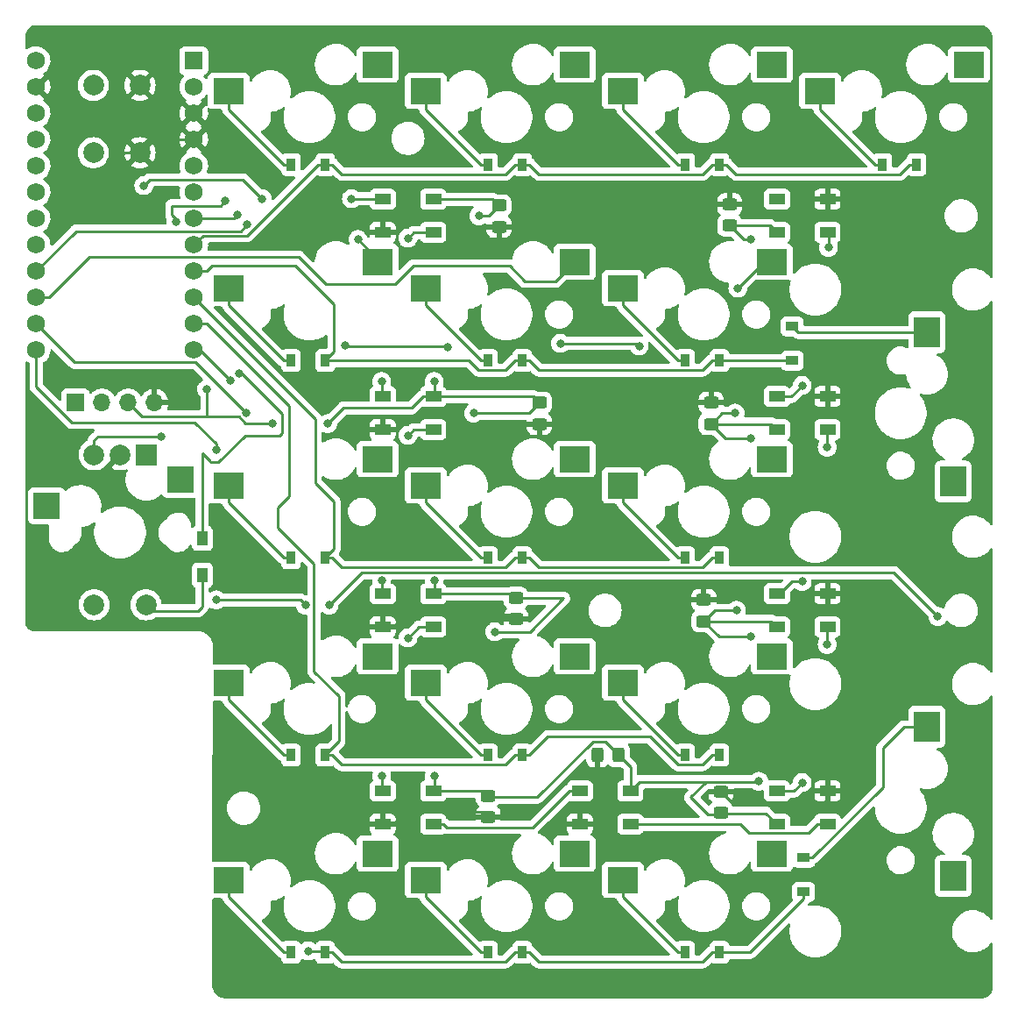
<source format=gbl>
G04 #@! TF.GenerationSoftware,KiCad,Pcbnew,(6.0.0)*
G04 #@! TF.CreationDate,2023-01-06T10:55:49+07:00*
G04 #@! TF.ProjectId,yampad_v2,79616d70-6164-45f7-9632-2e6b69636164,2.0*
G04 #@! TF.SameCoordinates,Original*
G04 #@! TF.FileFunction,Copper,L2,Bot*
G04 #@! TF.FilePolarity,Positive*
%FSLAX46Y46*%
G04 Gerber Fmt 4.6, Leading zero omitted, Abs format (unit mm)*
G04 Created by KiCad (PCBNEW (6.0.0)) date 2023-01-06 10:55:49*
%MOMM*%
%LPD*%
G01*
G04 APERTURE LIST*
G04 Aperture macros list*
%AMRoundRect*
0 Rectangle with rounded corners*
0 $1 Rounding radius*
0 $2 $3 $4 $5 $6 $7 $8 $9 X,Y pos of 4 corners*
0 Add a 4 corners polygon primitive as box body*
4,1,4,$2,$3,$4,$5,$6,$7,$8,$9,$2,$3,0*
0 Add four circle primitives for the rounded corners*
1,1,$1+$1,$2,$3*
1,1,$1+$1,$4,$5*
1,1,$1+$1,$6,$7*
1,1,$1+$1,$8,$9*
0 Add four rect primitives between the rounded corners*
20,1,$1+$1,$2,$3,$4,$5,0*
20,1,$1+$1,$4,$5,$6,$7,0*
20,1,$1+$1,$6,$7,$8,$9,0*
20,1,$1+$1,$8,$9,$2,$3,0*%
G04 Aperture macros list end*
G04 #@! TA.AperFunction,ComponentPad*
%ADD10R,1.700000X1.700000*%
G04 #@! TD*
G04 #@! TA.AperFunction,ComponentPad*
%ADD11O,1.700000X1.700000*%
G04 #@! TD*
G04 #@! TA.AperFunction,SMDPad,CuDef*
%ADD12R,3.000000X2.500000*%
G04 #@! TD*
G04 #@! TA.AperFunction,SMDPad,CuDef*
%ADD13R,2.500000X3.000000*%
G04 #@! TD*
G04 #@! TA.AperFunction,ComponentPad*
%ADD14R,2.000000X2.000000*%
G04 #@! TD*
G04 #@! TA.AperFunction,ComponentPad*
%ADD15C,2.000000*%
G04 #@! TD*
G04 #@! TA.AperFunction,ComponentPad*
%ADD16C,0.600000*%
G04 #@! TD*
G04 #@! TA.AperFunction,SMDPad,CuDef*
%ADD17R,2.550000X2.500000*%
G04 #@! TD*
G04 #@! TA.AperFunction,ComponentPad*
%ADD18R,1.752600X1.752600*%
G04 #@! TD*
G04 #@! TA.AperFunction,ComponentPad*
%ADD19C,1.752600*%
G04 #@! TD*
G04 #@! TA.AperFunction,SMDPad,CuDef*
%ADD20R,1.500000X1.000000*%
G04 #@! TD*
G04 #@! TA.AperFunction,SMDPad,CuDef*
%ADD21R,0.900000X1.200000*%
G04 #@! TD*
G04 #@! TA.AperFunction,SMDPad,CuDef*
%ADD22RoundRect,0.250000X-0.450000X0.325000X-0.450000X-0.325000X0.450000X-0.325000X0.450000X0.325000X0*%
G04 #@! TD*
G04 #@! TA.AperFunction,SMDPad,CuDef*
%ADD23RoundRect,0.250000X-0.325000X-0.450000X0.325000X-0.450000X0.325000X0.450000X-0.325000X0.450000X0*%
G04 #@! TD*
G04 #@! TA.AperFunction,SMDPad,CuDef*
%ADD24RoundRect,0.250000X0.450000X-0.325000X0.450000X0.325000X-0.450000X0.325000X-0.450000X-0.325000X0*%
G04 #@! TD*
G04 #@! TA.AperFunction,SMDPad,CuDef*
%ADD25R,1.200000X0.900000*%
G04 #@! TD*
G04 #@! TA.AperFunction,SMDPad,CuDef*
%ADD26R,1.000000X1.400000*%
G04 #@! TD*
G04 #@! TA.AperFunction,ViaPad*
%ADD27C,0.800000*%
G04 #@! TD*
G04 #@! TA.AperFunction,Conductor*
%ADD28C,0.250000*%
G04 #@! TD*
G04 APERTURE END LIST*
D10*
X71374000Y-97663000D03*
D11*
X73914000Y-97663000D03*
X76454000Y-97663000D03*
X78994000Y-97663000D03*
D12*
X100580000Y-141224000D03*
X86180000Y-143764000D03*
X119630000Y-141224000D03*
X105230000Y-143764000D03*
D13*
X156210000Y-143379000D03*
X153670000Y-128979000D03*
D12*
X119630000Y-65024000D03*
X105230000Y-67564000D03*
X157730000Y-65024000D03*
X143330000Y-67564000D03*
X100580000Y-84074000D03*
X86180000Y-86614000D03*
X119630000Y-84074000D03*
X105230000Y-86614000D03*
X138680000Y-84074000D03*
X124280000Y-86614000D03*
X100580000Y-103124000D03*
X86180000Y-105664000D03*
X119630000Y-103124000D03*
X105230000Y-105664000D03*
X138680000Y-103124000D03*
X124280000Y-105664000D03*
X100580000Y-122174000D03*
X86180000Y-124714000D03*
X119630000Y-122174000D03*
X105230000Y-124714000D03*
X138680000Y-122174000D03*
X124280000Y-124714000D03*
X138680000Y-141224000D03*
X124280000Y-143764000D03*
X100580000Y-65024000D03*
X86180000Y-67564000D03*
X138680000Y-65024000D03*
X124280000Y-67564000D03*
D13*
X156210000Y-105279000D03*
X153670000Y-90879000D03*
D14*
X78180000Y-102690000D03*
D15*
X73180000Y-102690000D03*
X75680000Y-102690000D03*
D16*
X68595000Y-107650000D03*
D17*
X68595000Y-107650000D03*
D15*
X73180000Y-117190000D03*
D16*
X81522000Y-105110000D03*
D15*
X78180000Y-117190000D03*
D17*
X81522000Y-105110000D03*
D18*
X82804000Y-64643000D03*
D19*
X82804000Y-67183000D03*
X82804000Y-69723000D03*
X82804000Y-72263000D03*
X82804000Y-74803000D03*
X82804000Y-77343000D03*
X82804000Y-79883000D03*
X82804000Y-82423000D03*
X82804000Y-84963000D03*
X82804000Y-87503000D03*
X82804000Y-90043000D03*
X82804000Y-92583000D03*
X67564000Y-92583000D03*
X67564000Y-90043000D03*
X67564000Y-87503000D03*
X67564000Y-84963000D03*
X67564000Y-82423000D03*
X67564000Y-79883000D03*
X67564000Y-77343000D03*
X67564000Y-74803000D03*
X67564000Y-72263000D03*
X67564000Y-69723000D03*
X67564000Y-67183000D03*
X67564000Y-64643000D03*
D20*
X105955000Y-116129000D03*
X105955000Y-119329000D03*
X101055000Y-119329000D03*
X101055000Y-116129000D03*
X139155000Y-119329000D03*
X139155000Y-116129000D03*
X144055000Y-116129000D03*
X144055000Y-119329000D03*
D21*
X114553000Y-74676000D03*
X111253000Y-74676000D03*
D15*
X77597000Y-67033000D03*
X77597000Y-73533000D03*
X73097000Y-67033000D03*
X73097000Y-73533000D03*
D21*
X114553000Y-112649000D03*
X111253000Y-112649000D03*
X95503000Y-112649000D03*
X92203000Y-112649000D03*
X133603000Y-112649000D03*
X130303000Y-112649000D03*
D22*
X133750000Y-135225000D03*
X133750000Y-137275000D03*
D21*
X114553000Y-131699000D03*
X111253000Y-131699000D03*
D23*
X121825000Y-131700000D03*
X123875000Y-131700000D03*
D21*
X95503000Y-131699000D03*
X92203000Y-131699000D03*
X133603000Y-150749000D03*
X130303000Y-150749000D03*
D24*
X111250000Y-137675000D03*
X111250000Y-135625000D03*
D21*
X114553000Y-150749000D03*
X111253000Y-150749000D03*
D20*
X125005000Y-135179000D03*
X125005000Y-138379000D03*
X120105000Y-138379000D03*
X120105000Y-135179000D03*
D21*
X133603000Y-131699000D03*
X130303000Y-131699000D03*
D20*
X105955000Y-78029000D03*
X105955000Y-81229000D03*
X101055000Y-81229000D03*
X101055000Y-78029000D03*
X105955000Y-135179000D03*
X105955000Y-138379000D03*
X101055000Y-138379000D03*
X101055000Y-135179000D03*
D21*
X95503000Y-74676000D03*
X92203000Y-74676000D03*
D20*
X139155000Y-81229000D03*
X139155000Y-78029000D03*
X144055000Y-78029000D03*
X144055000Y-81229000D03*
D21*
X95503000Y-150749000D03*
X92203000Y-150749000D03*
D24*
X112300000Y-80675000D03*
X112300000Y-78625000D03*
X116200000Y-99725000D03*
X116200000Y-97675000D03*
X113950000Y-116525000D03*
X113950000Y-118575000D03*
D22*
X132100000Y-116725000D03*
X132100000Y-118775000D03*
X132800000Y-97675000D03*
X132800000Y-99725000D03*
X134600000Y-78525000D03*
X134600000Y-80575000D03*
D21*
X133603000Y-74676000D03*
X130303000Y-74676000D03*
X152653000Y-74676000D03*
X149353000Y-74676000D03*
X114553000Y-93599000D03*
X111253000Y-93599000D03*
X133603000Y-93599000D03*
X130303000Y-93599000D03*
D25*
X140650000Y-93600000D03*
X140650000Y-90300000D03*
X141732000Y-144906000D03*
X141732000Y-141606000D03*
D20*
X105955000Y-97079000D03*
X105955000Y-100279000D03*
X101055000Y-100279000D03*
X101055000Y-97079000D03*
X139155000Y-138379000D03*
X139155000Y-135179000D03*
X144055000Y-135179000D03*
X144055000Y-138379000D03*
X139155000Y-100279000D03*
X139155000Y-97079000D03*
X144055000Y-97079000D03*
X144055000Y-100279000D03*
D21*
X95503000Y-93599000D03*
X92203000Y-93599000D03*
D26*
X83630000Y-110775000D03*
X83630000Y-114325000D03*
D27*
X106045000Y-95631000D03*
X106045000Y-114808000D03*
X111900000Y-119800000D03*
X90424000Y-99695000D03*
X136652000Y-120269000D03*
X109855000Y-98679000D03*
X135128000Y-98679000D03*
X136652000Y-81915000D03*
X135255000Y-117729000D03*
X95758000Y-99695000D03*
X137414000Y-134239000D03*
X136652000Y-101092000D03*
X84060000Y-96360000D03*
X106045000Y-133731000D03*
X110363000Y-79629000D03*
X70993000Y-78613000D03*
X93853000Y-150622000D03*
X86320000Y-95550000D03*
X100580000Y-122174000D03*
X100359835Y-102978749D03*
X100359835Y-83928749D03*
X100580000Y-65024000D03*
X87973347Y-80480347D03*
X98679000Y-81915000D03*
X100580000Y-141224000D03*
X119630000Y-84074000D03*
X119630000Y-103124000D03*
X119630000Y-122174000D03*
X119630000Y-65024000D03*
X119630000Y-141224000D03*
X139131153Y-121722847D03*
X135382000Y-86614000D03*
X139060901Y-84186073D03*
X139060901Y-103124000D03*
X138680000Y-141224000D03*
X125857000Y-92202000D03*
X118237000Y-91948000D03*
X107315000Y-92329000D03*
X97420000Y-92110000D03*
X87884000Y-98679000D03*
X138680000Y-65024000D03*
X157730000Y-65024000D03*
X156210000Y-143379000D03*
X95885000Y-117221000D03*
X93599000Y-117221000D03*
X84979999Y-102235000D03*
X154710000Y-118316002D03*
X156210000Y-105279000D03*
X84979999Y-116713000D03*
X77978000Y-76708000D03*
X98044000Y-77978000D03*
X89408000Y-77978000D03*
X100965000Y-95631000D03*
X103505000Y-81788000D03*
X100965000Y-114808000D03*
X103505000Y-100838000D03*
X100965000Y-133731000D03*
X103505000Y-120396000D03*
X141605000Y-134366000D03*
X144018000Y-121031000D03*
X141605000Y-114935000D03*
X144018000Y-101981000D03*
X141605000Y-96012000D03*
X144145000Y-82677000D03*
X79670000Y-100924500D03*
X81060000Y-80180000D03*
X85870000Y-78160000D03*
X87220000Y-94850000D03*
X87060000Y-79490000D03*
D28*
X115196000Y-98679000D02*
X109855000Y-98679000D01*
X116200000Y-97675000D02*
X115196000Y-98679000D01*
X115604000Y-97079000D02*
X116200000Y-97675000D01*
X105955000Y-97079000D02*
X115604000Y-97079000D01*
X118550000Y-116550000D02*
X113975000Y-116550000D01*
X113975000Y-116550000D02*
X113950000Y-116525000D01*
X115300000Y-119800000D02*
X118550000Y-116550000D01*
X111900000Y-119800000D02*
X115300000Y-119800000D01*
X102055000Y-119329000D02*
X101055000Y-119329000D01*
X103253372Y-118130628D02*
X102055000Y-119329000D01*
X113505628Y-118130628D02*
X103253372Y-118130628D01*
X113950000Y-118575000D02*
X113505628Y-118130628D01*
X105955000Y-116129000D02*
X113554000Y-116129000D01*
X113554000Y-116129000D02*
X113950000Y-116525000D01*
X105955000Y-135179000D02*
X110804000Y-135179000D01*
X121379480Y-130370520D02*
X122545520Y-130370520D01*
X115996000Y-135754000D02*
X121379480Y-130370520D01*
X102055000Y-138379000D02*
X101055000Y-138379000D01*
X111250000Y-137675000D02*
X110755628Y-137180628D01*
X110804000Y-135179000D02*
X111250000Y-135625000D01*
X111250000Y-135625000D02*
X111379000Y-135754000D01*
X111379000Y-135754000D02*
X115996000Y-135754000D01*
X110755628Y-137180628D02*
X103253372Y-137180628D01*
X103253372Y-137180628D02*
X102055000Y-138379000D01*
X122545520Y-130370520D02*
X123875000Y-131700000D01*
X123875000Y-131700000D02*
X125005000Y-132830000D01*
X125005000Y-132830000D02*
X125005000Y-135179000D01*
X138101000Y-137325000D02*
X139155000Y-138379000D01*
X133800000Y-137325000D02*
X138101000Y-137325000D01*
X133750000Y-137275000D02*
X133800000Y-137325000D01*
X132475000Y-137425000D02*
X133600000Y-137425000D01*
X130825000Y-135775000D02*
X132475000Y-137425000D01*
X132300000Y-134300000D02*
X130825000Y-135775000D01*
X137414000Y-134239000D02*
X137353000Y-134300000D01*
X143606628Y-136377372D02*
X134902372Y-136377372D01*
X133600000Y-137425000D02*
X133750000Y-137275000D01*
X144055000Y-135929000D02*
X143606628Y-136377372D01*
X144055000Y-135179000D02*
X144055000Y-135929000D01*
X137353000Y-134300000D02*
X132300000Y-134300000D01*
X134902372Y-136377372D02*
X133750000Y-135225000D01*
X125884000Y-134300000D02*
X134900000Y-134300000D01*
X125005000Y-135179000D02*
X125884000Y-134300000D01*
X133146000Y-117729000D02*
X135255000Y-117729000D01*
X138601000Y-118775000D02*
X139155000Y-119329000D01*
X136652000Y-120269000D02*
X133594000Y-120269000D01*
X132100000Y-118775000D02*
X138601000Y-118775000D01*
X132100000Y-118775000D02*
X133146000Y-117729000D01*
X133594000Y-120269000D02*
X132100000Y-118775000D01*
X133603000Y-93599000D02*
X140649000Y-93599000D01*
X141229000Y-90879000D02*
X140650000Y-90300000D01*
X140649000Y-93599000D02*
X140650000Y-93600000D01*
X153670000Y-90879000D02*
X141229000Y-90879000D01*
X132800000Y-99725000D02*
X138601000Y-99725000D01*
X133846000Y-98679000D02*
X135128000Y-98679000D01*
X138601000Y-99725000D02*
X139155000Y-100279000D01*
X134167000Y-101092000D02*
X132800000Y-99725000D01*
X132800000Y-99725000D02*
X133846000Y-98679000D01*
X136652000Y-101092000D02*
X134167000Y-101092000D01*
X135940000Y-81915000D02*
X134600000Y-80575000D01*
X138501000Y-80575000D02*
X139155000Y-81229000D01*
X136652000Y-81915000D02*
X135940000Y-81915000D01*
X134600000Y-80575000D02*
X138501000Y-80575000D01*
X111704000Y-78029000D02*
X112300000Y-78625000D01*
X111296000Y-79629000D02*
X110363000Y-79629000D01*
X105955000Y-78029000D02*
X111704000Y-78029000D01*
X112300000Y-78625000D02*
X111296000Y-79629000D01*
X106045000Y-114808000D02*
X106045000Y-116039000D01*
X103863000Y-98171000D02*
X104955000Y-97079000D01*
X84074000Y-99027001D02*
X84074000Y-96374000D01*
X106045000Y-133731000D02*
X106045000Y-135089000D01*
X106045000Y-95631000D02*
X106045000Y-96989000D01*
X106045000Y-135089000D02*
X105955000Y-135179000D01*
X106045000Y-116039000D02*
X105955000Y-116129000D01*
X106045000Y-96989000D02*
X105955000Y-97079000D01*
X87158999Y-99027001D02*
X87826998Y-99695000D01*
X95758000Y-99695000D02*
X97282000Y-98171000D01*
X97282000Y-98171000D02*
X103863000Y-98171000D01*
X76454000Y-97663000D02*
X77818001Y-99027001D01*
X84074000Y-96374000D02*
X84060000Y-96360000D01*
X84074000Y-99027001D02*
X87158999Y-99027001D01*
X77818001Y-99027001D02*
X84074000Y-99027001D01*
X87826998Y-99695000D02*
X90424000Y-99695000D01*
X104955000Y-97079000D02*
X105955000Y-97079000D01*
X78867000Y-72263000D02*
X82804000Y-72263000D01*
X76073000Y-73533000D02*
X70993000Y-78613000D01*
X77597000Y-73533000D02*
X76073000Y-73533000D01*
X78867000Y-72263000D02*
G75*
G03*
X77597000Y-73533000I-1J-1269999D01*
G01*
X133603000Y-74676000D02*
X134303000Y-74676000D01*
X134303000Y-74676000D02*
X135228001Y-75601001D01*
X87932299Y-81546701D02*
X94803000Y-74676000D01*
X135228001Y-75601001D02*
X151027999Y-75601001D01*
X112927999Y-75601001D02*
X113853000Y-74676000D01*
X83680299Y-81546701D02*
X87932299Y-81546701D01*
X113853000Y-74676000D02*
X114553000Y-74676000D01*
X82804000Y-82423000D02*
X83680299Y-81546701D01*
X151953000Y-74676000D02*
X152653000Y-74676000D01*
X96203000Y-74676000D02*
X97128001Y-75601001D01*
X97128001Y-75601001D02*
X112927999Y-75601001D01*
X116178001Y-75601001D02*
X131977999Y-75601001D01*
X94803000Y-74676000D02*
X95503000Y-74676000D01*
X114553000Y-74676000D02*
X115253000Y-74676000D01*
X131977999Y-75601001D02*
X132903000Y-74676000D01*
X132903000Y-74676000D02*
X133603000Y-74676000D01*
X115253000Y-74676000D02*
X116178001Y-75601001D01*
X95503000Y-74676000D02*
X96203000Y-74676000D01*
X151027999Y-75601001D02*
X151953000Y-74676000D01*
X86180000Y-67564000D02*
X86180000Y-69353000D01*
X86180000Y-69353000D02*
X91503000Y-74676000D01*
X91503000Y-74676000D02*
X92203000Y-74676000D01*
X105230000Y-69353000D02*
X110553000Y-74676000D01*
X110553000Y-74676000D02*
X111253000Y-74676000D01*
X105230000Y-67564000D02*
X105230000Y-69353000D01*
X124280000Y-69353000D02*
X129603000Y-74676000D01*
X129603000Y-74676000D02*
X130303000Y-74676000D01*
X124280000Y-67564000D02*
X124280000Y-69353000D01*
X143330000Y-69353000D02*
X148653000Y-74676000D01*
X148653000Y-74676000D02*
X149353000Y-74676000D01*
X143330000Y-67564000D02*
X143330000Y-69353000D01*
X86180000Y-86614000D02*
X86180000Y-88276000D01*
X86180000Y-88276000D02*
X91503000Y-93599000D01*
X91503000Y-93599000D02*
X92203000Y-93599000D01*
X114553000Y-93599000D02*
X115253000Y-93599000D01*
X109401998Y-93599000D02*
X110326999Y-94524001D01*
X115253000Y-93599000D02*
X116178001Y-94524001D01*
X116178001Y-94524001D02*
X131977999Y-94524001D01*
X84043275Y-84963000D02*
X84606275Y-84400000D01*
X112927999Y-94524001D02*
X113853000Y-93599000D01*
X84606275Y-84400000D02*
X92575454Y-84400000D01*
X96348421Y-88172967D02*
X96348421Y-92753579D01*
X110326999Y-94524001D02*
X112927999Y-94524001D01*
X131977999Y-94524001D02*
X132903000Y-93599000D01*
X132903000Y-93599000D02*
X133603000Y-93599000D01*
X95503000Y-93599000D02*
X109401998Y-93599000D01*
X96348421Y-92753579D02*
X95503000Y-93599000D01*
X82804000Y-84963000D02*
X84043275Y-84963000D01*
X92575454Y-84400000D02*
X96348421Y-88172967D01*
X113853000Y-93599000D02*
X114553000Y-93599000D01*
X105230000Y-88276000D02*
X110553000Y-93599000D01*
X105230000Y-86614000D02*
X105230000Y-88276000D01*
X110553000Y-93599000D02*
X111253000Y-93599000D01*
X124280000Y-86614000D02*
X124280000Y-88276000D01*
X124280000Y-88276000D02*
X129603000Y-93599000D01*
X129603000Y-93599000D02*
X130303000Y-93599000D01*
X96348421Y-111803579D02*
X95503000Y-112649000D01*
X116178001Y-113574001D02*
X131977999Y-113574001D01*
X94530000Y-105404546D02*
X96348421Y-107222967D01*
X95503000Y-112649000D02*
X96203000Y-112649000D01*
X97128001Y-113574001D02*
X112927999Y-113574001D01*
X112927999Y-113574001D02*
X113853000Y-112649000D01*
X132903000Y-112649000D02*
X133603000Y-112649000D01*
X115253000Y-112649000D02*
X116178001Y-113574001D01*
X96348421Y-107222967D02*
X96348421Y-111803579D01*
X114553000Y-112649000D02*
X115253000Y-112649000D01*
X113853000Y-112649000D02*
X114553000Y-112649000D01*
X131977999Y-113574001D02*
X132903000Y-112649000D01*
X94530000Y-99229000D02*
X94530000Y-105404546D01*
X96203000Y-112649000D02*
X97128001Y-113574001D01*
X82804000Y-87503000D02*
X94530000Y-99229000D01*
X86180000Y-105664000D02*
X86180000Y-107326000D01*
X91503000Y-112649000D02*
X92203000Y-112649000D01*
X86180000Y-107326000D02*
X91503000Y-112649000D01*
X105230000Y-105664000D02*
X105230000Y-107326000D01*
X110553000Y-112649000D02*
X111253000Y-112649000D01*
X105230000Y-107326000D02*
X110553000Y-112649000D01*
X129603000Y-112649000D02*
X130303000Y-112649000D01*
X124280000Y-107326000D02*
X129603000Y-112649000D01*
X124280000Y-105664000D02*
X124280000Y-107326000D01*
X112927999Y-132624001D02*
X113853000Y-131699000D01*
X96840000Y-130362000D02*
X95503000Y-131699000D01*
X91995001Y-97994726D02*
X91995001Y-104838027D01*
X94430000Y-123600000D02*
X96840000Y-126010000D01*
X92044521Y-104887547D02*
X92044521Y-106707505D01*
X90932000Y-109742998D02*
X94430000Y-113240998D01*
X82804000Y-90043000D02*
X84043275Y-90043000D01*
X92044521Y-106707505D02*
X90932000Y-107820026D01*
X129592999Y-132624001D02*
X131977999Y-132624001D01*
X117031000Y-129921000D02*
X126889998Y-129921000D01*
X94430000Y-113240998D02*
X94430000Y-123600000D01*
X95503000Y-131699000D02*
X96203000Y-131699000D01*
X84043275Y-90043000D02*
X91995001Y-97994726D01*
X91995001Y-104838027D02*
X92044521Y-104887547D01*
X115253000Y-131699000D02*
X117031000Y-129921000D01*
X96203000Y-131699000D02*
X97128001Y-132624001D01*
X113853000Y-131699000D02*
X114553000Y-131699000D01*
X96840000Y-126010000D02*
X96840000Y-130362000D01*
X114553000Y-131699000D02*
X115253000Y-131699000D01*
X131977999Y-132624001D02*
X132903000Y-131699000D01*
X97128001Y-132624001D02*
X112927999Y-132624001D01*
X90932000Y-107820026D02*
X90932000Y-109742998D01*
X132903000Y-131699000D02*
X133603000Y-131699000D01*
X126889998Y-129921000D02*
X129592999Y-132624001D01*
X91503000Y-131699000D02*
X92203000Y-131699000D01*
X86180000Y-124714000D02*
X86180000Y-126376000D01*
X86180000Y-126376000D02*
X91503000Y-131699000D01*
X110553000Y-131699000D02*
X111253000Y-131699000D01*
X105230000Y-124714000D02*
X105230000Y-126376000D01*
X105230000Y-126376000D02*
X110553000Y-131699000D01*
X129603000Y-131699000D02*
X130303000Y-131699000D01*
X124280000Y-126376000D02*
X129603000Y-131699000D01*
X124280000Y-124714000D02*
X124280000Y-126376000D01*
X112927999Y-151674001D02*
X113853000Y-150749000D01*
X136589000Y-150749000D02*
X141732000Y-145606000D01*
X93853000Y-150622000D02*
X95376000Y-150622000D01*
X115253000Y-150749000D02*
X116178001Y-151674001D01*
X82804000Y-92583000D02*
X83353000Y-92583000D01*
X114553000Y-150749000D02*
X115253000Y-150749000D01*
X83353000Y-92583000D02*
X86320000Y-95550000D01*
X141732000Y-145606000D02*
X141732000Y-144906000D01*
X96203000Y-150749000D02*
X97128001Y-151674001D01*
X116178001Y-151674001D02*
X131977999Y-151674001D01*
X95503000Y-150749000D02*
X96203000Y-150749000D01*
X133603000Y-150749000D02*
X136589000Y-150749000D01*
X113853000Y-150749000D02*
X114553000Y-150749000D01*
X95376000Y-150622000D02*
X95503000Y-150749000D01*
X97128001Y-151674001D02*
X112927999Y-151674001D01*
X131977999Y-151674001D02*
X132903000Y-150749000D01*
X132903000Y-150749000D02*
X133603000Y-150749000D01*
X91503000Y-150749000D02*
X92203000Y-150749000D01*
X86180000Y-145426000D02*
X91503000Y-150749000D01*
X86180000Y-143764000D02*
X86180000Y-145426000D01*
X105230000Y-143764000D02*
X105230000Y-145426000D01*
X110553000Y-150749000D02*
X111253000Y-150749000D01*
X105230000Y-145426000D02*
X110553000Y-150749000D01*
X124280000Y-143764000D02*
X124280000Y-145426000D01*
X129603000Y-150749000D02*
X130303000Y-150749000D01*
X124280000Y-145426000D02*
X129603000Y-150749000D01*
X149400000Y-134788000D02*
X149400000Y-131020000D01*
X151441000Y-128979000D02*
X153670000Y-128979000D01*
X141732000Y-141606000D02*
X142582000Y-141606000D01*
X149400000Y-131020000D02*
X151441000Y-128979000D01*
X142582000Y-141606000D02*
X149400000Y-134788000D01*
X87357003Y-81096691D02*
X87973347Y-80480347D01*
X71430309Y-81096691D02*
X87357003Y-81096691D01*
X98679000Y-81915000D02*
X100580000Y-83816000D01*
X100580000Y-83816000D02*
X100580000Y-84074000D01*
X67564000Y-84963000D02*
X71430309Y-81096691D01*
X113325026Y-84480000D02*
X114793547Y-85948521D01*
X114793547Y-85948521D02*
X117755479Y-85948521D01*
X92954301Y-83624301D02*
X95540000Y-86210000D01*
X72681974Y-83624301D02*
X92954301Y-83624301D01*
X68803275Y-87503000D02*
X72681974Y-83624301D01*
X95540000Y-86210000D02*
X102298998Y-86210000D01*
X117755479Y-85948521D02*
X119630000Y-84074000D01*
X104028998Y-84480000D02*
X113325026Y-84480000D01*
X102298998Y-86210000D02*
X104028998Y-84480000D01*
X67564000Y-87503000D02*
X68803275Y-87503000D01*
X82989301Y-93784301D02*
X87884000Y-98679000D01*
X71305301Y-93784301D02*
X82989301Y-93784301D01*
X67564000Y-90043000D02*
X71305301Y-93784301D01*
X97512000Y-92202000D02*
X107188000Y-92202000D01*
X137922000Y-84074000D02*
X138680000Y-84074000D01*
X125603000Y-91948000D02*
X125857000Y-92202000D01*
X97420000Y-92110000D02*
X97512000Y-92202000D01*
X135382000Y-86614000D02*
X137922000Y-84074000D01*
X107188000Y-92202000D02*
X107315000Y-92329000D01*
X118237000Y-91948000D02*
X125603000Y-91948000D01*
X67564000Y-92583000D02*
X67564000Y-96138002D01*
X67564000Y-96138002D02*
X68834000Y-97408002D01*
X93091000Y-116713000D02*
X93599000Y-117221000D01*
X84979999Y-116713000D02*
X93091000Y-116713000D01*
X70993998Y-99568000D02*
X82914594Y-99568000D01*
X95885000Y-117221000D02*
X99023001Y-114082999D01*
X84979999Y-101633405D02*
X84979999Y-102235000D01*
X99023001Y-114082999D02*
X150476997Y-114082999D01*
X68834000Y-97408002D02*
X70993998Y-99568000D01*
X150476997Y-114082999D02*
X154710000Y-118316002D01*
X82914594Y-99568000D02*
X84979999Y-101633405D01*
X78544301Y-76141699D02*
X87571699Y-76141699D01*
X101004000Y-77978000D02*
X101055000Y-78029000D01*
X77978000Y-76708000D02*
X78544301Y-76141699D01*
X87571699Y-76141699D02*
X89008001Y-77578001D01*
X89008001Y-77578001D02*
X89408000Y-77978000D01*
X98044000Y-77978000D02*
X101004000Y-77978000D01*
X105955000Y-81229000D02*
X104064000Y-81229000D01*
X104064000Y-81229000D02*
X103505000Y-81788000D01*
X100965000Y-95631000D02*
X100965000Y-96989000D01*
X100965000Y-96989000D02*
X101055000Y-97079000D01*
X105955000Y-100279000D02*
X104064000Y-100279000D01*
X100965000Y-114808000D02*
X100965000Y-116039000D01*
X100965000Y-116039000D02*
X101055000Y-116129000D01*
X104064000Y-100279000D02*
X103505000Y-100838000D01*
X104572000Y-119329000D02*
X103505000Y-120396000D01*
X100965000Y-135089000D02*
X101055000Y-135179000D01*
X100965000Y-133731000D02*
X100965000Y-135089000D01*
X105955000Y-119329000D02*
X104572000Y-119329000D01*
X106955000Y-138379000D02*
X107280010Y-138704010D01*
X115579990Y-138704010D02*
X119105000Y-135179000D01*
X107280010Y-138704010D02*
X115579990Y-138704010D01*
X119105000Y-135179000D02*
X120105000Y-135179000D01*
X105955000Y-138379000D02*
X106955000Y-138379000D01*
X135638810Y-138379000D02*
X136463811Y-139204001D01*
X136463811Y-139204001D02*
X142229999Y-139204001D01*
X143055000Y-138379000D02*
X144055000Y-138379000D01*
X142229999Y-139204001D02*
X143055000Y-138379000D01*
X125005000Y-138379000D02*
X135638810Y-138379000D01*
X144018000Y-121031000D02*
X144018000Y-119366000D01*
X140792000Y-135179000D02*
X141605000Y-134366000D01*
X139155000Y-135179000D02*
X140792000Y-135179000D01*
X144018000Y-119366000D02*
X144055000Y-119329000D01*
X140599000Y-114935000D02*
X141605000Y-114935000D01*
X139155000Y-116129000D02*
X139405000Y-116129000D01*
X139405000Y-116129000D02*
X140599000Y-114935000D01*
X144018000Y-100316000D02*
X144055000Y-100279000D01*
X144018000Y-101981000D02*
X144018000Y-100316000D01*
X144145000Y-82677000D02*
X144145000Y-81319000D01*
X140538000Y-97079000D02*
X141605000Y-96012000D01*
X139155000Y-97079000D02*
X140538000Y-97079000D01*
X144145000Y-81319000D02*
X144055000Y-81229000D01*
X73575500Y-100924500D02*
X73180000Y-101320000D01*
X79670000Y-100924500D02*
X73575500Y-100924500D01*
X73180000Y-101320000D02*
X73180000Y-102690000D01*
X85380000Y-78650000D02*
X85870000Y-78160000D01*
X81060000Y-79928796D02*
X80690000Y-79558796D01*
X81060000Y-80180000D02*
X81060000Y-79928796D01*
X80690000Y-78650000D02*
X85380000Y-78650000D01*
X80690000Y-79558796D02*
X80690000Y-78650000D01*
X83200000Y-117770000D02*
X78345000Y-117770000D01*
X83630000Y-114325000D02*
X83630000Y-117340000D01*
X83630000Y-117340000D02*
X83200000Y-117770000D01*
X78345000Y-117770000D02*
X77906250Y-117331250D01*
X87420000Y-94850000D02*
X87220000Y-94850000D01*
X86667000Y-79883000D02*
X87060000Y-79490000D01*
X84410000Y-103300000D02*
X84410000Y-103420000D01*
X84410000Y-103420000D02*
X85190000Y-103420000D01*
X82804000Y-79883000D02*
X86667000Y-79883000D01*
X87780000Y-100830000D02*
X91080000Y-100830000D01*
X91300000Y-98730000D02*
X87420000Y-94850000D01*
X85190000Y-103420000D02*
X87780000Y-100830000D01*
X91300000Y-100610000D02*
X91300000Y-98730000D01*
X83630000Y-102520000D02*
X84410000Y-103300000D01*
X91080000Y-100830000D02*
X91300000Y-100610000D01*
X83630000Y-110775000D02*
X83630000Y-102520000D01*
G04 #@! TA.AperFunction,Conductor*
G36*
X158720057Y-61215500D02*
G01*
X158734858Y-61217805D01*
X158734861Y-61217805D01*
X158743730Y-61219186D01*
X158752631Y-61218022D01*
X158752638Y-61218022D01*
X158757766Y-61217351D01*
X158783989Y-61216675D01*
X158938787Y-61228858D01*
X158958314Y-61231951D01*
X159132816Y-61273845D01*
X159151610Y-61279951D01*
X159317411Y-61348629D01*
X159335016Y-61357599D01*
X159436358Y-61419701D01*
X159488036Y-61451369D01*
X159504024Y-61462985D01*
X159640486Y-61579534D01*
X159654464Y-61593512D01*
X159771015Y-61729976D01*
X159782629Y-61745962D01*
X159876401Y-61898984D01*
X159885371Y-61916589D01*
X159946661Y-62064554D01*
X159954047Y-62082385D01*
X159960155Y-62101184D01*
X159991081Y-62230000D01*
X160002049Y-62275685D01*
X160005142Y-62295213D01*
X160016774Y-62443012D01*
X160016133Y-62459881D01*
X160016305Y-62459883D01*
X160016195Y-62468859D01*
X160014814Y-62477730D01*
X160015978Y-62486632D01*
X160015978Y-62486635D01*
X160018936Y-62509251D01*
X160020000Y-62525589D01*
X160020000Y-85518449D01*
X159999998Y-85586570D01*
X159946342Y-85633063D01*
X159876068Y-85643167D01*
X159811488Y-85613673D01*
X159789541Y-85588907D01*
X159782111Y-85577891D01*
X159720543Y-85486613D01*
X159627540Y-85383322D01*
X159533289Y-85278646D01*
X159533288Y-85278645D01*
X159530341Y-85275372D01*
X159312591Y-85092658D01*
X159071531Y-84942027D01*
X158877188Y-84855500D01*
X158815867Y-84828198D01*
X158815865Y-84828197D01*
X158811853Y-84826411D01*
X158538612Y-84748060D01*
X158534262Y-84747449D01*
X158534259Y-84747448D01*
X158429783Y-84732765D01*
X158257126Y-84708500D01*
X158044024Y-84708500D01*
X158041839Y-84708653D01*
X158041833Y-84708653D01*
X157835825Y-84723058D01*
X157835820Y-84723059D01*
X157831440Y-84723365D01*
X157553399Y-84782465D01*
X157549268Y-84783969D01*
X157549263Y-84783970D01*
X157479126Y-84809498D01*
X157286289Y-84879685D01*
X157227962Y-84910698D01*
X157039201Y-85011063D01*
X157039195Y-85011067D01*
X157035309Y-85013133D01*
X157031749Y-85015719D01*
X157031745Y-85015722D01*
X156808907Y-85177624D01*
X156805344Y-85180213D01*
X156802180Y-85183269D01*
X156802177Y-85183271D01*
X156604032Y-85374617D01*
X156604029Y-85374621D01*
X156600870Y-85377671D01*
X156425867Y-85601665D01*
X156364912Y-85707242D01*
X156290932Y-85835379D01*
X156283740Y-85847835D01*
X156282090Y-85851919D01*
X156282087Y-85851925D01*
X156234379Y-85970008D01*
X156177258Y-86111389D01*
X156176194Y-86115658D01*
X156176193Y-86115660D01*
X156166214Y-86155684D01*
X156108491Y-86387198D01*
X156108032Y-86391568D01*
X156108031Y-86391572D01*
X156079237Y-86665525D01*
X156078778Y-86669894D01*
X156078931Y-86674282D01*
X156078931Y-86674288D01*
X156087703Y-86925468D01*
X156088698Y-86953973D01*
X156089460Y-86958296D01*
X156089461Y-86958303D01*
X156114638Y-87101087D01*
X156138058Y-87233907D01*
X156139413Y-87238078D01*
X156139415Y-87238085D01*
X156165915Y-87319643D01*
X156225897Y-87504247D01*
X156227825Y-87508200D01*
X156227827Y-87508205D01*
X156277601Y-87610255D01*
X156350505Y-87759731D01*
X156352960Y-87763370D01*
X156352963Y-87763376D01*
X156506997Y-87991741D01*
X156507002Y-87991748D01*
X156509457Y-87995387D01*
X156512401Y-87998656D01*
X156512402Y-87998658D01*
X156637020Y-88137060D01*
X156699659Y-88206628D01*
X156917409Y-88389342D01*
X157158469Y-88539973D01*
X157265430Y-88587595D01*
X157399860Y-88647447D01*
X157418147Y-88655589D01*
X157691388Y-88733940D01*
X157695738Y-88734551D01*
X157695741Y-88734552D01*
X157770632Y-88745077D01*
X157972874Y-88773500D01*
X158185976Y-88773500D01*
X158188161Y-88773347D01*
X158188167Y-88773347D01*
X158394175Y-88758942D01*
X158394180Y-88758941D01*
X158398560Y-88758635D01*
X158676601Y-88699535D01*
X158680732Y-88698031D01*
X158680737Y-88698030D01*
X158845807Y-88637949D01*
X158943711Y-88602315D01*
X159031639Y-88555563D01*
X159190799Y-88470937D01*
X159190805Y-88470933D01*
X159194691Y-88468867D01*
X159198251Y-88466281D01*
X159198255Y-88466278D01*
X159421093Y-88304376D01*
X159421096Y-88304374D01*
X159424656Y-88301787D01*
X159473869Y-88254263D01*
X159625968Y-88107383D01*
X159625971Y-88107379D01*
X159629130Y-88104329D01*
X159770548Y-87923322D01*
X159794711Y-87892395D01*
X159852412Y-87851029D01*
X159923317Y-87847426D01*
X159984914Y-87882729D01*
X160017647Y-87945730D01*
X160020000Y-87969968D01*
X160020000Y-109394449D01*
X159999998Y-109462570D01*
X159946342Y-109509063D01*
X159876068Y-109519167D01*
X159811488Y-109489673D01*
X159789541Y-109464907D01*
X159785099Y-109458321D01*
X159720543Y-109362613D01*
X159637367Y-109270236D01*
X159533289Y-109154646D01*
X159533288Y-109154645D01*
X159530341Y-109151372D01*
X159312591Y-108968658D01*
X159071531Y-108818027D01*
X158855954Y-108722046D01*
X158815867Y-108704198D01*
X158815865Y-108704197D01*
X158811853Y-108702411D01*
X158538612Y-108624060D01*
X158534262Y-108623449D01*
X158534259Y-108623448D01*
X158429783Y-108608765D01*
X158257126Y-108584500D01*
X158044024Y-108584500D01*
X158041839Y-108584653D01*
X158041833Y-108584653D01*
X157835825Y-108599058D01*
X157835820Y-108599059D01*
X157831440Y-108599365D01*
X157553399Y-108658465D01*
X157549268Y-108659969D01*
X157549263Y-108659970D01*
X157500647Y-108677665D01*
X157286289Y-108755685D01*
X157282402Y-108757752D01*
X157039201Y-108887063D01*
X157039195Y-108887067D01*
X157035309Y-108889133D01*
X157031749Y-108891719D01*
X157031745Y-108891722D01*
X156852489Y-109021960D01*
X156805344Y-109056213D01*
X156802180Y-109059269D01*
X156802177Y-109059271D01*
X156604032Y-109250617D01*
X156604029Y-109250621D01*
X156600870Y-109253671D01*
X156425867Y-109477665D01*
X156383693Y-109550712D01*
X156290724Y-109711739D01*
X156283740Y-109723835D01*
X156282090Y-109727919D01*
X156282087Y-109727925D01*
X156186431Y-109964684D01*
X156177258Y-109987389D01*
X156176194Y-109991658D01*
X156176193Y-109991660D01*
X156166189Y-110031785D01*
X156108491Y-110263198D01*
X156108032Y-110267568D01*
X156108031Y-110267572D01*
X156088265Y-110455631D01*
X156078778Y-110545894D01*
X156078931Y-110550282D01*
X156078931Y-110550288D01*
X156087909Y-110807377D01*
X156088698Y-110829973D01*
X156089460Y-110834296D01*
X156089461Y-110834303D01*
X156120107Y-111008100D01*
X156138058Y-111109907D01*
X156139413Y-111114078D01*
X156139415Y-111114085D01*
X156169026Y-111205217D01*
X156225897Y-111380247D01*
X156227825Y-111384200D01*
X156227827Y-111384205D01*
X156242603Y-111414500D01*
X156350505Y-111635731D01*
X156352960Y-111639370D01*
X156352963Y-111639376D01*
X156506997Y-111867741D01*
X156507002Y-111867748D01*
X156509457Y-111871387D01*
X156512401Y-111874656D01*
X156512402Y-111874658D01*
X156625542Y-112000313D01*
X156699659Y-112082628D01*
X156917409Y-112265342D01*
X157158469Y-112415973D01*
X157418147Y-112531589D01*
X157691388Y-112609940D01*
X157695738Y-112610551D01*
X157695741Y-112610552D01*
X157800217Y-112625235D01*
X157972874Y-112649500D01*
X158185976Y-112649500D01*
X158188161Y-112649347D01*
X158188167Y-112649347D01*
X158394175Y-112634942D01*
X158394180Y-112634941D01*
X158398560Y-112634635D01*
X158676601Y-112575535D01*
X158680732Y-112574031D01*
X158680737Y-112574030D01*
X158827988Y-112520435D01*
X158943711Y-112478315D01*
X159115063Y-112387206D01*
X159190799Y-112346937D01*
X159190805Y-112346933D01*
X159194691Y-112344867D01*
X159198251Y-112342281D01*
X159198255Y-112342278D01*
X159421093Y-112180376D01*
X159421096Y-112180374D01*
X159424656Y-112177787D01*
X159429753Y-112172865D01*
X159625968Y-111983383D01*
X159625971Y-111983379D01*
X159629130Y-111980329D01*
X159768225Y-111802295D01*
X159794711Y-111768395D01*
X159852412Y-111727029D01*
X159923317Y-111723426D01*
X159984914Y-111758729D01*
X160017647Y-111821730D01*
X160020000Y-111845968D01*
X160020000Y-123618449D01*
X159999998Y-123686570D01*
X159946342Y-123733063D01*
X159876068Y-123743167D01*
X159811488Y-123713673D01*
X159789541Y-123688907D01*
X159777264Y-123670705D01*
X159720543Y-123586613D01*
X159672354Y-123533093D01*
X159533289Y-123378646D01*
X159533288Y-123378645D01*
X159530341Y-123375372D01*
X159312591Y-123192658D01*
X159071531Y-123042027D01*
X158839221Y-122938596D01*
X158815867Y-122928198D01*
X158815865Y-122928197D01*
X158811853Y-122926411D01*
X158538612Y-122848060D01*
X158534262Y-122847449D01*
X158534259Y-122847448D01*
X158405283Y-122829322D01*
X158257126Y-122808500D01*
X158044024Y-122808500D01*
X158041839Y-122808653D01*
X158041833Y-122808653D01*
X157835825Y-122823058D01*
X157835820Y-122823059D01*
X157831440Y-122823365D01*
X157553399Y-122882465D01*
X157549268Y-122883969D01*
X157549263Y-122883970D01*
X157439156Y-122924046D01*
X157286289Y-122979685D01*
X157227962Y-123010698D01*
X157039201Y-123111063D01*
X157039195Y-123111067D01*
X157035309Y-123113133D01*
X157031749Y-123115719D01*
X157031745Y-123115722D01*
X156808907Y-123277624D01*
X156805344Y-123280213D01*
X156802180Y-123283269D01*
X156802177Y-123283271D01*
X156604032Y-123474617D01*
X156604029Y-123474621D01*
X156600870Y-123477671D01*
X156425867Y-123701665D01*
X156362660Y-123811142D01*
X156292594Y-123932500D01*
X156283740Y-123947835D01*
X156282090Y-123951919D01*
X156282087Y-123951925D01*
X156188930Y-124182500D01*
X156177258Y-124211389D01*
X156176194Y-124215658D01*
X156176193Y-124215660D01*
X156152815Y-124309423D01*
X156108491Y-124487198D01*
X156108032Y-124491568D01*
X156108031Y-124491572D01*
X156079550Y-124762546D01*
X156078778Y-124769894D01*
X156078931Y-124774282D01*
X156078931Y-124774288D01*
X156086759Y-124998438D01*
X156088698Y-125053973D01*
X156089460Y-125058296D01*
X156089461Y-125058303D01*
X156091152Y-125067893D01*
X156138058Y-125333907D01*
X156139413Y-125338078D01*
X156139415Y-125338085D01*
X156165915Y-125419643D01*
X156225897Y-125604247D01*
X156227825Y-125608200D01*
X156227827Y-125608205D01*
X156270632Y-125695968D01*
X156350505Y-125859731D01*
X156352960Y-125863370D01*
X156352963Y-125863376D01*
X156506997Y-126091741D01*
X156507002Y-126091748D01*
X156509457Y-126095387D01*
X156512401Y-126098656D01*
X156512402Y-126098658D01*
X156613290Y-126210705D01*
X156699659Y-126306628D01*
X156917409Y-126489342D01*
X157158469Y-126639973D01*
X157265432Y-126687596D01*
X157399860Y-126747447D01*
X157418147Y-126755589D01*
X157691388Y-126833940D01*
X157695738Y-126834551D01*
X157695741Y-126834552D01*
X157770632Y-126845077D01*
X157972874Y-126873500D01*
X158185976Y-126873500D01*
X158188161Y-126873347D01*
X158188167Y-126873347D01*
X158394175Y-126858942D01*
X158394180Y-126858941D01*
X158398560Y-126858635D01*
X158676601Y-126799535D01*
X158680732Y-126798031D01*
X158680737Y-126798030D01*
X158838216Y-126740712D01*
X158943711Y-126702315D01*
X159031639Y-126655563D01*
X159190799Y-126570937D01*
X159190805Y-126570933D01*
X159194691Y-126568867D01*
X159198251Y-126566281D01*
X159198255Y-126566278D01*
X159421093Y-126404376D01*
X159421096Y-126404374D01*
X159424656Y-126401787D01*
X159501830Y-126327261D01*
X159625968Y-126207383D01*
X159625971Y-126207379D01*
X159629130Y-126204329D01*
X159776635Y-126015531D01*
X159794711Y-125992395D01*
X159852412Y-125951029D01*
X159923317Y-125947426D01*
X159984914Y-125982729D01*
X160017647Y-126045730D01*
X160020000Y-126069968D01*
X160020000Y-147494449D01*
X159999998Y-147562570D01*
X159946342Y-147609063D01*
X159876068Y-147619167D01*
X159811488Y-147589673D01*
X159789541Y-147564907D01*
X159774423Y-147542494D01*
X159720543Y-147462613D01*
X159637367Y-147370236D01*
X159533289Y-147254646D01*
X159533288Y-147254645D01*
X159530341Y-147251372D01*
X159312591Y-147068658D01*
X159071531Y-146918027D01*
X158855954Y-146822046D01*
X158815867Y-146804198D01*
X158815865Y-146804197D01*
X158811853Y-146802411D01*
X158538612Y-146724060D01*
X158534262Y-146723449D01*
X158534259Y-146723448D01*
X158429783Y-146708765D01*
X158257126Y-146684500D01*
X158044024Y-146684500D01*
X158041839Y-146684653D01*
X158041833Y-146684653D01*
X157835825Y-146699058D01*
X157835820Y-146699059D01*
X157831440Y-146699365D01*
X157553399Y-146758465D01*
X157549268Y-146759969D01*
X157549263Y-146759970D01*
X157500647Y-146777665D01*
X157286289Y-146855685D01*
X157282402Y-146857752D01*
X157039201Y-146987063D01*
X157039195Y-146987067D01*
X157035309Y-146989133D01*
X157031749Y-146991719D01*
X157031745Y-146991722D01*
X156852489Y-147121960D01*
X156805344Y-147156213D01*
X156802180Y-147159269D01*
X156802177Y-147159271D01*
X156604032Y-147350617D01*
X156604029Y-147350621D01*
X156600870Y-147353671D01*
X156425867Y-147577665D01*
X156283740Y-147823835D01*
X156282090Y-147827919D01*
X156282087Y-147827925D01*
X156224029Y-147971625D01*
X156177258Y-148087389D01*
X156176194Y-148091658D01*
X156176193Y-148091660D01*
X156165561Y-148134302D01*
X156108491Y-148363198D01*
X156108032Y-148367568D01*
X156108031Y-148367572D01*
X156093808Y-148502894D01*
X156078778Y-148645894D01*
X156078931Y-148650282D01*
X156078931Y-148650288D01*
X156086759Y-148874438D01*
X156088698Y-148929973D01*
X156138058Y-149209907D01*
X156139413Y-149214078D01*
X156139415Y-149214085D01*
X156208807Y-149427651D01*
X156225897Y-149480247D01*
X156350505Y-149735731D01*
X156352960Y-149739370D01*
X156352963Y-149739376D01*
X156506997Y-149967741D01*
X156507002Y-149967748D01*
X156509457Y-149971387D01*
X156512401Y-149974656D01*
X156512402Y-149974658D01*
X156625919Y-150100731D01*
X156699659Y-150182628D01*
X156917409Y-150365342D01*
X157158469Y-150515973D01*
X157418147Y-150631589D01*
X157691388Y-150709940D01*
X157695738Y-150710551D01*
X157695741Y-150710552D01*
X157800217Y-150725235D01*
X157972874Y-150749500D01*
X158185976Y-150749500D01*
X158188161Y-150749347D01*
X158188167Y-150749347D01*
X158394175Y-150734942D01*
X158394180Y-150734941D01*
X158398560Y-150734635D01*
X158676601Y-150675535D01*
X158680732Y-150674031D01*
X158680737Y-150674030D01*
X158827988Y-150620435D01*
X158943711Y-150578315D01*
X159065336Y-150513646D01*
X159190799Y-150446937D01*
X159190805Y-150446933D01*
X159194691Y-150444867D01*
X159198251Y-150442281D01*
X159198255Y-150442278D01*
X159421093Y-150280376D01*
X159421096Y-150280374D01*
X159424656Y-150277787D01*
X159432314Y-150270392D01*
X159625968Y-150083383D01*
X159625971Y-150083379D01*
X159629130Y-150080329D01*
X159768225Y-149902295D01*
X159794711Y-149868395D01*
X159852412Y-149827029D01*
X159923317Y-149823426D01*
X159984914Y-149858729D01*
X160017647Y-149921730D01*
X160020000Y-149945968D01*
X160020000Y-154128672D01*
X160018500Y-154148056D01*
X160014814Y-154171730D01*
X160015978Y-154180631D01*
X160015978Y-154180635D01*
X160016468Y-154184379D01*
X160017052Y-154211693D01*
X160005526Y-154343446D01*
X160001713Y-154365070D01*
X159961581Y-154514846D01*
X159954069Y-154535484D01*
X159888540Y-154676010D01*
X159877558Y-154695030D01*
X159788621Y-154822046D01*
X159774503Y-154838871D01*
X159664871Y-154948503D01*
X159648046Y-154962621D01*
X159521030Y-155051558D01*
X159502010Y-155062540D01*
X159361484Y-155128069D01*
X159340848Y-155135580D01*
X159191070Y-155175713D01*
X159169448Y-155179526D01*
X159131929Y-155182808D01*
X159044581Y-155190449D01*
X159028121Y-155189897D01*
X159028116Y-155190305D01*
X159019142Y-155190195D01*
X159010270Y-155188814D01*
X159001368Y-155189978D01*
X159001365Y-155189978D01*
X158978749Y-155192936D01*
X158962411Y-155194000D01*
X85901328Y-155194000D01*
X85881943Y-155192500D01*
X85867142Y-155190195D01*
X85867139Y-155190195D01*
X85858270Y-155188814D01*
X85849369Y-155189978D01*
X85849362Y-155189978D01*
X85844234Y-155190649D01*
X85818011Y-155191325D01*
X85663213Y-155179142D01*
X85643685Y-155176049D01*
X85469184Y-155134155D01*
X85450390Y-155128049D01*
X85284589Y-155059371D01*
X85266984Y-155050401D01*
X85113962Y-154956629D01*
X85097976Y-154945015D01*
X84961512Y-154828464D01*
X84947534Y-154814486D01*
X84880593Y-154736108D01*
X84830985Y-154678024D01*
X84819369Y-154662036D01*
X84741818Y-154535484D01*
X84725599Y-154509016D01*
X84716629Y-154491411D01*
X84647951Y-154325610D01*
X84641843Y-154306811D01*
X84617513Y-154205465D01*
X84599951Y-154132314D01*
X84596858Y-154112786D01*
X84585507Y-153968551D01*
X84586489Y-153946242D01*
X84585829Y-153946183D01*
X84586263Y-153941341D01*
X84587071Y-153936539D01*
X84587224Y-153924000D01*
X84583337Y-153896855D01*
X84582065Y-153878816D01*
X84593677Y-145648322D01*
X84613775Y-145580230D01*
X84667496Y-145533813D01*
X84719677Y-145522500D01*
X85451231Y-145522500D01*
X85519352Y-145542502D01*
X85568383Y-145602117D01*
X85577804Y-145625912D01*
X85581649Y-145637142D01*
X85593982Y-145679593D01*
X85598015Y-145686412D01*
X85598017Y-145686417D01*
X85604293Y-145697028D01*
X85612988Y-145714776D01*
X85620448Y-145733617D01*
X85625110Y-145740033D01*
X85625110Y-145740034D01*
X85646436Y-145769387D01*
X85652952Y-145779307D01*
X85675458Y-145817362D01*
X85689779Y-145831683D01*
X85702619Y-145846716D01*
X85714528Y-145863107D01*
X85741013Y-145885017D01*
X85748605Y-145891298D01*
X85757384Y-145899288D01*
X90999348Y-151141253D01*
X91006888Y-151149539D01*
X91011000Y-151156018D01*
X91016777Y-151161443D01*
X91060651Y-151202643D01*
X91063493Y-151205398D01*
X91083230Y-151225135D01*
X91086427Y-151227615D01*
X91095447Y-151235318D01*
X91127679Y-151265586D01*
X91134625Y-151269405D01*
X91134628Y-151269407D01*
X91145434Y-151275348D01*
X91161953Y-151286199D01*
X91177959Y-151298614D01*
X91183769Y-151301128D01*
X91231737Y-151352501D01*
X91243628Y-151397229D01*
X91244500Y-151397134D01*
X91251255Y-151459316D01*
X91302385Y-151595705D01*
X91389739Y-151712261D01*
X91506295Y-151799615D01*
X91642684Y-151850745D01*
X91704866Y-151857500D01*
X92701134Y-151857500D01*
X92763316Y-151850745D01*
X92899705Y-151799615D01*
X93016261Y-151712261D01*
X93103615Y-151595705D01*
X93154745Y-151459316D01*
X93155433Y-151452983D01*
X93190312Y-151391926D01*
X93253266Y-151359105D01*
X93323971Y-151365529D01*
X93351740Y-151380781D01*
X93354876Y-151383059D01*
X93396248Y-151413118D01*
X93402276Y-151415802D01*
X93402278Y-151415803D01*
X93516629Y-151466715D01*
X93570712Y-151490794D01*
X93664113Y-151510647D01*
X93751056Y-151529128D01*
X93751061Y-151529128D01*
X93757513Y-151530500D01*
X93948487Y-151530500D01*
X93954939Y-151529128D01*
X93954944Y-151529128D01*
X94041887Y-151510647D01*
X94135288Y-151490794D01*
X94189371Y-151466715D01*
X94303722Y-151415803D01*
X94303724Y-151415802D01*
X94309752Y-151413118D01*
X94351125Y-151383059D01*
X94354260Y-151380781D01*
X94421128Y-151356922D01*
X94490279Y-151373003D01*
X94539760Y-151423917D01*
X94550520Y-151452552D01*
X94551255Y-151459316D01*
X94602385Y-151595705D01*
X94689739Y-151712261D01*
X94806295Y-151799615D01*
X94942684Y-151850745D01*
X95004866Y-151857500D01*
X96001134Y-151857500D01*
X96063316Y-151850745D01*
X96199705Y-151799615D01*
X96206891Y-151794229D01*
X96214760Y-151789921D01*
X96216114Y-151792393D01*
X96269117Y-151772593D01*
X96338499Y-151787648D01*
X96367266Y-151809172D01*
X96624353Y-152066259D01*
X96631888Y-152074539D01*
X96636001Y-152081019D01*
X96652620Y-152096625D01*
X96685652Y-152127644D01*
X96688494Y-152130399D01*
X96708231Y-152150136D01*
X96711428Y-152152616D01*
X96720448Y-152160319D01*
X96752680Y-152190587D01*
X96759626Y-152194406D01*
X96759629Y-152194408D01*
X96770435Y-152200349D01*
X96786954Y-152211200D01*
X96802960Y-152223615D01*
X96810229Y-152226760D01*
X96810233Y-152226763D01*
X96843538Y-152241175D01*
X96854188Y-152246392D01*
X96892941Y-152267696D01*
X96900616Y-152269667D01*
X96900617Y-152269667D01*
X96912563Y-152272734D01*
X96931268Y-152279138D01*
X96949856Y-152287182D01*
X96957679Y-152288421D01*
X96957689Y-152288424D01*
X96993525Y-152294100D01*
X97005145Y-152296506D01*
X97036960Y-152304674D01*
X97047971Y-152307501D01*
X97068225Y-152307501D01*
X97087935Y-152309052D01*
X97107944Y-152312221D01*
X97115836Y-152311475D01*
X97134581Y-152309703D01*
X97151963Y-152308060D01*
X97163820Y-152307501D01*
X112849232Y-152307501D01*
X112860415Y-152308028D01*
X112867908Y-152309703D01*
X112875834Y-152309454D01*
X112875835Y-152309454D01*
X112935985Y-152307563D01*
X112939944Y-152307501D01*
X112967855Y-152307501D01*
X112971790Y-152307004D01*
X112971855Y-152306996D01*
X112983692Y-152306063D01*
X113015950Y-152305049D01*
X113019969Y-152304923D01*
X113027888Y-152304674D01*
X113047342Y-152299022D01*
X113066699Y-152295014D01*
X113078929Y-152293469D01*
X113078930Y-152293469D01*
X113086796Y-152292475D01*
X113094167Y-152289556D01*
X113094169Y-152289556D01*
X113127911Y-152276197D01*
X113139141Y-152272352D01*
X113173982Y-152262230D01*
X113173983Y-152262230D01*
X113181592Y-152260019D01*
X113188411Y-152255986D01*
X113188416Y-152255984D01*
X113199027Y-152249708D01*
X113216775Y-152241013D01*
X113235616Y-152233553D01*
X113271386Y-152207565D01*
X113281306Y-152201049D01*
X113312534Y-152182581D01*
X113312537Y-152182579D01*
X113319361Y-152178543D01*
X113333682Y-152164222D01*
X113348716Y-152151381D01*
X113358693Y-152144132D01*
X113365106Y-152139473D01*
X113370157Y-152133368D01*
X113370162Y-152133363D01*
X113393293Y-152105403D01*
X113401281Y-152096625D01*
X113688734Y-151809172D01*
X113751046Y-151775146D01*
X113821861Y-151780211D01*
X113840870Y-151790597D01*
X113841240Y-151789921D01*
X113849109Y-151794229D01*
X113856295Y-151799615D01*
X113992684Y-151850745D01*
X114054866Y-151857500D01*
X115051134Y-151857500D01*
X115113316Y-151850745D01*
X115249705Y-151799615D01*
X115256891Y-151794229D01*
X115264760Y-151789921D01*
X115266114Y-151792393D01*
X115319117Y-151772593D01*
X115388499Y-151787648D01*
X115417266Y-151809172D01*
X115674353Y-152066259D01*
X115681888Y-152074539D01*
X115686001Y-152081019D01*
X115702620Y-152096625D01*
X115735652Y-152127644D01*
X115738494Y-152130399D01*
X115758231Y-152150136D01*
X115761428Y-152152616D01*
X115770448Y-152160319D01*
X115802680Y-152190587D01*
X115809626Y-152194406D01*
X115809629Y-152194408D01*
X115820435Y-152200349D01*
X115836954Y-152211200D01*
X115852960Y-152223615D01*
X115860229Y-152226760D01*
X115860233Y-152226763D01*
X115893538Y-152241175D01*
X115904188Y-152246392D01*
X115942941Y-152267696D01*
X115950616Y-152269667D01*
X115950617Y-152269667D01*
X115962563Y-152272734D01*
X115981268Y-152279138D01*
X115999856Y-152287182D01*
X116007679Y-152288421D01*
X116007689Y-152288424D01*
X116043525Y-152294100D01*
X116055145Y-152296506D01*
X116086960Y-152304674D01*
X116097971Y-152307501D01*
X116118225Y-152307501D01*
X116137935Y-152309052D01*
X116157944Y-152312221D01*
X116165836Y-152311475D01*
X116184581Y-152309703D01*
X116201963Y-152308060D01*
X116213820Y-152307501D01*
X131899232Y-152307501D01*
X131910415Y-152308028D01*
X131917908Y-152309703D01*
X131925834Y-152309454D01*
X131925835Y-152309454D01*
X131985985Y-152307563D01*
X131989944Y-152307501D01*
X132017855Y-152307501D01*
X132021790Y-152307004D01*
X132021855Y-152306996D01*
X132033692Y-152306063D01*
X132065950Y-152305049D01*
X132069969Y-152304923D01*
X132077888Y-152304674D01*
X132097342Y-152299022D01*
X132116699Y-152295014D01*
X132128929Y-152293469D01*
X132128930Y-152293469D01*
X132136796Y-152292475D01*
X132144167Y-152289556D01*
X132144169Y-152289556D01*
X132177911Y-152276197D01*
X132189141Y-152272352D01*
X132223982Y-152262230D01*
X132223983Y-152262230D01*
X132231592Y-152260019D01*
X132238411Y-152255986D01*
X132238416Y-152255984D01*
X132249027Y-152249708D01*
X132266775Y-152241013D01*
X132285616Y-152233553D01*
X132321386Y-152207565D01*
X132331306Y-152201049D01*
X132362534Y-152182581D01*
X132362537Y-152182579D01*
X132369361Y-152178543D01*
X132383682Y-152164222D01*
X132398716Y-152151381D01*
X132408693Y-152144132D01*
X132415106Y-152139473D01*
X132420157Y-152133368D01*
X132420162Y-152133363D01*
X132443293Y-152105403D01*
X132451281Y-152096625D01*
X132738734Y-151809172D01*
X132801046Y-151775146D01*
X132871861Y-151780211D01*
X132890870Y-151790597D01*
X132891240Y-151789921D01*
X132899109Y-151794229D01*
X132906295Y-151799615D01*
X133042684Y-151850745D01*
X133104866Y-151857500D01*
X134101134Y-151857500D01*
X134163316Y-151850745D01*
X134299705Y-151799615D01*
X134416261Y-151712261D01*
X134503615Y-151595705D01*
X134542430Y-151492166D01*
X134552888Y-151464270D01*
X134595530Y-151407506D01*
X134662091Y-151382806D01*
X134670870Y-151382500D01*
X136510233Y-151382500D01*
X136521416Y-151383027D01*
X136528909Y-151384702D01*
X136536835Y-151384453D01*
X136536836Y-151384453D01*
X136596986Y-151382562D01*
X136600945Y-151382500D01*
X136628856Y-151382500D01*
X136632791Y-151382003D01*
X136632856Y-151381995D01*
X136644693Y-151381062D01*
X136676951Y-151380048D01*
X136680970Y-151379922D01*
X136688889Y-151379673D01*
X136708343Y-151374021D01*
X136727700Y-151370013D01*
X136739930Y-151368468D01*
X136739931Y-151368468D01*
X136747797Y-151367474D01*
X136755168Y-151364555D01*
X136755170Y-151364555D01*
X136788912Y-151351196D01*
X136800142Y-151347351D01*
X136834983Y-151337229D01*
X136834984Y-151337229D01*
X136842593Y-151335018D01*
X136849412Y-151330985D01*
X136849417Y-151330983D01*
X136860028Y-151324707D01*
X136877776Y-151316012D01*
X136896617Y-151308552D01*
X136932387Y-151282564D01*
X136942307Y-151276048D01*
X136973535Y-151257580D01*
X136973538Y-151257578D01*
X136980362Y-151253542D01*
X136994683Y-151239221D01*
X137009717Y-151226380D01*
X137019694Y-151219131D01*
X137026107Y-151214472D01*
X137054298Y-151180395D01*
X137062288Y-151171616D01*
X140233318Y-148000586D01*
X140295630Y-147966560D01*
X140366445Y-147971625D01*
X140423281Y-148014172D01*
X140448092Y-148080692D01*
X140444454Y-148121016D01*
X140413052Y-148243320D01*
X140413051Y-148243328D01*
X140412064Y-148247170D01*
X140372600Y-148559562D01*
X140372600Y-148874438D01*
X140412064Y-149186830D01*
X140490370Y-149491813D01*
X140606284Y-149784577D01*
X140608186Y-149788036D01*
X140608187Y-149788039D01*
X140741913Y-150031285D01*
X140757976Y-150060504D01*
X140851659Y-150189448D01*
X140880100Y-150228593D01*
X140943055Y-150315244D01*
X141158602Y-150544778D01*
X141401218Y-150745487D01*
X141667076Y-150914206D01*
X141670655Y-150915890D01*
X141670662Y-150915894D01*
X141948394Y-151046584D01*
X141948398Y-151046586D01*
X141951984Y-151048273D01*
X142251448Y-151145575D01*
X142560746Y-151204577D01*
X142654300Y-151210463D01*
X142794358Y-151219275D01*
X142794374Y-151219276D01*
X142796353Y-151219400D01*
X142953647Y-151219400D01*
X142955626Y-151219276D01*
X142955642Y-151219275D01*
X143095700Y-151210463D01*
X143189254Y-151204577D01*
X143498552Y-151145575D01*
X143798016Y-151048273D01*
X143801602Y-151046586D01*
X143801606Y-151046584D01*
X144079338Y-150915894D01*
X144079345Y-150915890D01*
X144082924Y-150914206D01*
X144348782Y-150745487D01*
X144591398Y-150544778D01*
X144806945Y-150315244D01*
X144869901Y-150228593D01*
X144898341Y-150189448D01*
X144992024Y-150060504D01*
X145008088Y-150031285D01*
X145141813Y-149788039D01*
X145141814Y-149788036D01*
X145143716Y-149784577D01*
X145259630Y-149491813D01*
X145337936Y-149186830D01*
X145377400Y-148874438D01*
X145377400Y-148559562D01*
X145337936Y-148247170D01*
X145259630Y-147942187D01*
X145143716Y-147649423D01*
X145141813Y-147645961D01*
X144993933Y-147376968D01*
X144993931Y-147376965D01*
X144992024Y-147373496D01*
X144806945Y-147118756D01*
X144591398Y-146889222D01*
X144348782Y-146688513D01*
X144082924Y-146519794D01*
X144079345Y-146518110D01*
X144079338Y-146518106D01*
X143801606Y-146387416D01*
X143801602Y-146387414D01*
X143798016Y-146385727D01*
X143760549Y-146373553D01*
X143502328Y-146289652D01*
X143502329Y-146289652D01*
X143498552Y-146288425D01*
X143189254Y-146229423D01*
X143095700Y-146223537D01*
X142955642Y-146214725D01*
X142955626Y-146214724D01*
X142953647Y-146214600D01*
X142796353Y-146214600D01*
X142794374Y-146214724D01*
X142794358Y-146214725D01*
X142654300Y-146223537D01*
X142560746Y-146229423D01*
X142556846Y-146230167D01*
X142277557Y-146283444D01*
X142206895Y-146276561D01*
X142151171Y-146232568D01*
X142128079Y-146165432D01*
X142144948Y-146096468D01*
X142162097Y-146073423D01*
X142185658Y-146048333D01*
X142188413Y-146045491D01*
X142208134Y-146025770D01*
X142210612Y-146022575D01*
X142218318Y-146013553D01*
X142243158Y-145987101D01*
X142248586Y-145981321D01*
X142258346Y-145963568D01*
X142269199Y-145947045D01*
X142276753Y-145937306D01*
X142281613Y-145931041D01*
X142284128Y-145925230D01*
X142335501Y-145877262D01*
X142380229Y-145865372D01*
X142380134Y-145864500D01*
X142442316Y-145857745D01*
X142578705Y-145806615D01*
X142695261Y-145719261D01*
X142782615Y-145602705D01*
X142833745Y-145466316D01*
X142840500Y-145404134D01*
X142840500Y-144407866D01*
X142833745Y-144345684D01*
X142782615Y-144209295D01*
X142695261Y-144092739D01*
X142578705Y-144005385D01*
X142442316Y-143954255D01*
X142380134Y-143947500D01*
X141083866Y-143947500D01*
X141021684Y-143954255D01*
X140885295Y-144005385D01*
X140768739Y-144092739D01*
X140681385Y-144209295D01*
X140630255Y-144345684D01*
X140623500Y-144407866D01*
X140623500Y-145404134D01*
X140630255Y-145466316D01*
X140681385Y-145602705D01*
X140686766Y-145609884D01*
X140691079Y-145617763D01*
X140688607Y-145619116D01*
X140708407Y-145672118D01*
X140693352Y-145741500D01*
X140671828Y-145770267D01*
X136363500Y-150078595D01*
X136301188Y-150112621D01*
X136274405Y-150115500D01*
X134670870Y-150115500D01*
X134602749Y-150095498D01*
X134556256Y-150041842D01*
X134552888Y-150033730D01*
X134506767Y-149910703D01*
X134503615Y-149902295D01*
X134416261Y-149785739D01*
X134299705Y-149698385D01*
X134163316Y-149647255D01*
X134101134Y-149640500D01*
X133104866Y-149640500D01*
X133042684Y-149647255D01*
X132906295Y-149698385D01*
X132789739Y-149785739D01*
X132702385Y-149902295D01*
X132651255Y-150038684D01*
X132644500Y-150100866D01*
X132643256Y-150100731D01*
X132621284Y-150162869D01*
X132593198Y-150191035D01*
X132559614Y-150215435D01*
X132549693Y-150221952D01*
X132518465Y-150240420D01*
X132518462Y-150240422D01*
X132511638Y-150244458D01*
X132497317Y-150258779D01*
X132482284Y-150271619D01*
X132465893Y-150283528D01*
X132460842Y-150289633D01*
X132460837Y-150289638D01*
X132437701Y-150317604D01*
X132429713Y-150326382D01*
X131752499Y-151003596D01*
X131690187Y-151037622D01*
X131663404Y-151040501D01*
X131387500Y-151040501D01*
X131319379Y-151020499D01*
X131272886Y-150966843D01*
X131261500Y-150914501D01*
X131261500Y-150100866D01*
X131254745Y-150038684D01*
X131203615Y-149902295D01*
X131116261Y-149785739D01*
X130999705Y-149698385D01*
X130863316Y-149647255D01*
X130801134Y-149640500D01*
X129804866Y-149640500D01*
X129742684Y-149647255D01*
X129606295Y-149698385D01*
X129599109Y-149703771D01*
X129591240Y-149708079D01*
X129589886Y-149705606D01*
X129536889Y-149725408D01*
X129467506Y-149710356D01*
X129438733Y-149688829D01*
X127504700Y-147754796D01*
X127470674Y-147692484D01*
X127475739Y-147621669D01*
X127518286Y-147564833D01*
X127542045Y-147550819D01*
X127658649Y-147498293D01*
X127663515Y-147496101D01*
X127667935Y-147493125D01*
X127667939Y-147493123D01*
X127845625Y-147373496D01*
X127854885Y-147367262D01*
X128021812Y-147208022D01*
X128099738Y-147103286D01*
X128156337Y-147027214D01*
X128156339Y-147027211D01*
X128159521Y-147022934D01*
X128214305Y-146915183D01*
X128261658Y-146822046D01*
X128261658Y-146822045D01*
X128264077Y-146817288D01*
X128305309Y-146684500D01*
X128330905Y-146602070D01*
X128330906Y-146602064D01*
X128332489Y-146596967D01*
X128350976Y-146457479D01*
X128362100Y-146373553D01*
X128362100Y-146373548D01*
X128362800Y-146368268D01*
X128354146Y-146137732D01*
X128308104Y-145918298D01*
X128313691Y-145847523D01*
X128356656Y-145791003D01*
X128422629Y-145766732D01*
X128467257Y-145763612D01*
X128545828Y-145758118D01*
X128545834Y-145758117D01*
X128550212Y-145757811D01*
X128824970Y-145699409D01*
X128829099Y-145697906D01*
X128829103Y-145697905D01*
X129084781Y-145604846D01*
X129084785Y-145604844D01*
X129088926Y-145603337D01*
X129336942Y-145471464D01*
X129521327Y-145337501D01*
X129588195Y-145313642D01*
X129657347Y-145329723D01*
X129706827Y-145380637D01*
X129720926Y-145450220D01*
X129712540Y-145485820D01*
X129695370Y-145529187D01*
X129617064Y-145834170D01*
X129577600Y-146146562D01*
X129577600Y-146461438D01*
X129617064Y-146773830D01*
X129695370Y-147078813D01*
X129811284Y-147371577D01*
X129813186Y-147375036D01*
X129813187Y-147375039D01*
X129947520Y-147619389D01*
X129962976Y-147647504D01*
X130148055Y-147902244D01*
X130363602Y-148131778D01*
X130606218Y-148332487D01*
X130872076Y-148501206D01*
X130875655Y-148502890D01*
X130875662Y-148502894D01*
X131153394Y-148633584D01*
X131153398Y-148633586D01*
X131156984Y-148635273D01*
X131160756Y-148636499D01*
X131160757Y-148636499D01*
X131189672Y-148645894D01*
X131456448Y-148732575D01*
X131765746Y-148791577D01*
X131859300Y-148797463D01*
X131999358Y-148806275D01*
X131999374Y-148806276D01*
X132001353Y-148806400D01*
X132158647Y-148806400D01*
X132160626Y-148806276D01*
X132160642Y-148806275D01*
X132300700Y-148797463D01*
X132394254Y-148791577D01*
X132703552Y-148732575D01*
X132970328Y-148645894D01*
X132999243Y-148636499D01*
X132999244Y-148636499D01*
X133003016Y-148635273D01*
X133006602Y-148633586D01*
X133006606Y-148633584D01*
X133284338Y-148502894D01*
X133284345Y-148502890D01*
X133287924Y-148501206D01*
X133553782Y-148332487D01*
X133796398Y-148131778D01*
X134011945Y-147902244D01*
X134197024Y-147647504D01*
X134212481Y-147619389D01*
X134346813Y-147375039D01*
X134346814Y-147375036D01*
X134348716Y-147371577D01*
X134464630Y-147078813D01*
X134542936Y-146773830D01*
X134582400Y-146461438D01*
X134582400Y-146239732D01*
X135797200Y-146239732D01*
X135797400Y-146245062D01*
X135797400Y-146245063D01*
X135798841Y-146283444D01*
X135805854Y-146470268D01*
X135853228Y-146696050D01*
X135855186Y-146701009D01*
X135855187Y-146701011D01*
X135883945Y-146773830D01*
X135937967Y-146910622D01*
X136057647Y-147107849D01*
X136061144Y-147111879D01*
X136185031Y-147254646D01*
X136208847Y-147282092D01*
X136212978Y-147285479D01*
X136383115Y-147424984D01*
X136383121Y-147424988D01*
X136387243Y-147428368D01*
X136587735Y-147542494D01*
X136592751Y-147544315D01*
X136592756Y-147544317D01*
X136799575Y-147619389D01*
X136799579Y-147619390D01*
X136804590Y-147621209D01*
X136809839Y-147622158D01*
X136809842Y-147622159D01*
X137027523Y-147661522D01*
X137027530Y-147661523D01*
X137031607Y-147662260D01*
X137049344Y-147663096D01*
X137054292Y-147663330D01*
X137054299Y-147663330D01*
X137055780Y-147663400D01*
X137217925Y-147663400D01*
X137284881Y-147657719D01*
X137384562Y-147649261D01*
X137384566Y-147649260D01*
X137389873Y-147648810D01*
X137395028Y-147647472D01*
X137395034Y-147647471D01*
X137608003Y-147592195D01*
X137608007Y-147592194D01*
X137613172Y-147590853D01*
X137618038Y-147588661D01*
X137618041Y-147588660D01*
X137818649Y-147498293D01*
X137823515Y-147496101D01*
X137827935Y-147493125D01*
X137827939Y-147493123D01*
X138005625Y-147373496D01*
X138014885Y-147367262D01*
X138181812Y-147208022D01*
X138259738Y-147103286D01*
X138316337Y-147027214D01*
X138316339Y-147027211D01*
X138319521Y-147022934D01*
X138374305Y-146915183D01*
X138421658Y-146822046D01*
X138421658Y-146822045D01*
X138424077Y-146817288D01*
X138465309Y-146684500D01*
X138490905Y-146602070D01*
X138490906Y-146602064D01*
X138492489Y-146596967D01*
X138510976Y-146457479D01*
X138522100Y-146373553D01*
X138522100Y-146373548D01*
X138522800Y-146368268D01*
X138514146Y-146137732D01*
X138466772Y-145911950D01*
X138460109Y-145895077D01*
X138418893Y-145790712D01*
X138382033Y-145697378D01*
X138277745Y-145525517D01*
X138265122Y-145504714D01*
X138265121Y-145504713D01*
X138262353Y-145500151D01*
X138226843Y-145459229D01*
X138114653Y-145329941D01*
X138114651Y-145329939D01*
X138111153Y-145325908D01*
X138069018Y-145291360D01*
X137936885Y-145183016D01*
X137936879Y-145183012D01*
X137932757Y-145179632D01*
X137732265Y-145065506D01*
X137727249Y-145063685D01*
X137727244Y-145063683D01*
X137520425Y-144988611D01*
X137520421Y-144988610D01*
X137515410Y-144986791D01*
X137510161Y-144985842D01*
X137510158Y-144985841D01*
X137292477Y-144946478D01*
X137292470Y-144946477D01*
X137288393Y-144945740D01*
X137270656Y-144944904D01*
X137265708Y-144944670D01*
X137265701Y-144944670D01*
X137264220Y-144944600D01*
X137102075Y-144944600D01*
X137035119Y-144950281D01*
X136935438Y-144958739D01*
X136935434Y-144958740D01*
X136930127Y-144959190D01*
X136924972Y-144960528D01*
X136924966Y-144960529D01*
X136711997Y-145015805D01*
X136711993Y-145015806D01*
X136706828Y-145017147D01*
X136701962Y-145019339D01*
X136701959Y-145019340D01*
X136593607Y-145068149D01*
X136496485Y-145111899D01*
X136492065Y-145114875D01*
X136492061Y-145114877D01*
X136399800Y-145176992D01*
X136305115Y-145240738D01*
X136138188Y-145399978D01*
X136104459Y-145445311D01*
X136028331Y-145547632D01*
X136000479Y-145585066D01*
X135990422Y-145604846D01*
X135943377Y-145697378D01*
X135895923Y-145790712D01*
X135887725Y-145817114D01*
X135829095Y-146005930D01*
X135829094Y-146005936D01*
X135827511Y-146011033D01*
X135819242Y-146073423D01*
X135798468Y-146230167D01*
X135797200Y-146239732D01*
X134582400Y-146239732D01*
X134582400Y-146146562D01*
X134542936Y-145834170D01*
X134464630Y-145529187D01*
X134348716Y-145236423D01*
X134346813Y-145232961D01*
X134198933Y-144963968D01*
X134198931Y-144963965D01*
X134197024Y-144960496D01*
X134011945Y-144705756D01*
X133796398Y-144476222D01*
X133553782Y-144275513D01*
X133287924Y-144106794D01*
X133284345Y-144105110D01*
X133284338Y-144105106D01*
X133006606Y-143974416D01*
X133006602Y-143974414D01*
X133003016Y-143972727D01*
X132925376Y-143947500D01*
X132707328Y-143876652D01*
X132707329Y-143876652D01*
X132703552Y-143875425D01*
X132394254Y-143816423D01*
X132300700Y-143810537D01*
X132160642Y-143801725D01*
X132160626Y-143801724D01*
X132158647Y-143801600D01*
X132001353Y-143801600D01*
X131999374Y-143801724D01*
X131999358Y-143801725D01*
X131859300Y-143810537D01*
X131765746Y-143816423D01*
X131456448Y-143875425D01*
X131452671Y-143876652D01*
X131452672Y-143876652D01*
X131234625Y-143947500D01*
X131156984Y-143972727D01*
X131153398Y-143974414D01*
X131153394Y-143974416D01*
X130875662Y-144105106D01*
X130875655Y-144105110D01*
X130872076Y-144106794D01*
X130606218Y-144275513D01*
X130443374Y-144410229D01*
X130405413Y-144441633D01*
X130340176Y-144469643D01*
X130270151Y-144457936D01*
X130217571Y-144410229D01*
X130199131Y-144341669D01*
X130202841Y-144314066D01*
X130251753Y-144117893D01*
X130251754Y-144117888D01*
X130252817Y-144113624D01*
X130253713Y-144105106D01*
X130281719Y-143838636D01*
X130281719Y-143838633D01*
X130282178Y-143834267D01*
X130281555Y-143816423D01*
X130272529Y-143557939D01*
X130272528Y-143557933D01*
X130272375Y-143553542D01*
X130223598Y-143276913D01*
X130136797Y-143009765D01*
X130133750Y-143003516D01*
X130074180Y-142881381D01*
X130013660Y-142757298D01*
X130011205Y-142753659D01*
X130011202Y-142753653D01*
X129901973Y-142591715D01*
X129856585Y-142524424D01*
X129851447Y-142518717D01*
X129671566Y-142318940D01*
X129668629Y-142315678D01*
X129653169Y-142302705D01*
X129597521Y-142256011D01*
X129453450Y-142135121D01*
X129215236Y-141986269D01*
X128958625Y-141872018D01*
X128688610Y-141794593D01*
X128684260Y-141793982D01*
X128684257Y-141793981D01*
X128560156Y-141776540D01*
X128410448Y-141755500D01*
X128199854Y-141755500D01*
X128197668Y-141755653D01*
X128197664Y-141755653D01*
X127994173Y-141769882D01*
X127994168Y-141769883D01*
X127989788Y-141770189D01*
X127715030Y-141828591D01*
X127710901Y-141830094D01*
X127710897Y-141830095D01*
X127455219Y-141923154D01*
X127455215Y-141923156D01*
X127451074Y-141924663D01*
X127203058Y-142056536D01*
X127199499Y-142059122D01*
X127199497Y-142059123D01*
X127011429Y-142195762D01*
X126975808Y-142221642D01*
X126972644Y-142224698D01*
X126972641Y-142224700D01*
X126945355Y-142251050D01*
X126773748Y-142416769D01*
X126600812Y-142638118D01*
X126598616Y-142641922D01*
X126598611Y-142641929D01*
X126523619Y-142771820D01*
X126472236Y-142820813D01*
X126402523Y-142834249D01*
X126336612Y-142807863D01*
X126295430Y-142750030D01*
X126288500Y-142708820D01*
X126288500Y-142465866D01*
X126281745Y-142403684D01*
X126230615Y-142267295D01*
X126143261Y-142150739D01*
X126026705Y-142063385D01*
X125890316Y-142012255D01*
X125828134Y-142005500D01*
X122731866Y-142005500D01*
X122669684Y-142012255D01*
X122533295Y-142063385D01*
X122416739Y-142150739D01*
X122329385Y-142267295D01*
X122278255Y-142403684D01*
X122271500Y-142465866D01*
X122271500Y-145062134D01*
X122278255Y-145124316D01*
X122329385Y-145260705D01*
X122416739Y-145377261D01*
X122533295Y-145464615D01*
X122669684Y-145515745D01*
X122731866Y-145522500D01*
X123551231Y-145522500D01*
X123619352Y-145542502D01*
X123668383Y-145602117D01*
X123677804Y-145625912D01*
X123681649Y-145637142D01*
X123693982Y-145679593D01*
X123698015Y-145686412D01*
X123698017Y-145686417D01*
X123704293Y-145697028D01*
X123712988Y-145714776D01*
X123720448Y-145733617D01*
X123725110Y-145740033D01*
X123725110Y-145740034D01*
X123746436Y-145769387D01*
X123752952Y-145779307D01*
X123775458Y-145817362D01*
X123789779Y-145831683D01*
X123802619Y-145846716D01*
X123814528Y-145863107D01*
X123841013Y-145885017D01*
X123848605Y-145891298D01*
X123857384Y-145899288D01*
X128783501Y-150825406D01*
X128817527Y-150887718D01*
X128812462Y-150958533D01*
X128769915Y-151015369D01*
X128703395Y-151040180D01*
X128694406Y-151040501D01*
X116492596Y-151040501D01*
X116424475Y-151020499D01*
X116403500Y-151003596D01*
X115756647Y-150356742D01*
X115749113Y-150348463D01*
X115745000Y-150341982D01*
X115695348Y-150295356D01*
X115692507Y-150292602D01*
X115672770Y-150272865D01*
X115669573Y-150270385D01*
X115660551Y-150262680D01*
X115647122Y-150250069D01*
X115628321Y-150232414D01*
X115621375Y-150228595D01*
X115621372Y-150228593D01*
X115610566Y-150222652D01*
X115594047Y-150211801D01*
X115584304Y-150204244D01*
X115584305Y-150204244D01*
X115578041Y-150199386D01*
X115572231Y-150196872D01*
X115524263Y-150145499D01*
X115512372Y-150100771D01*
X115511500Y-150100866D01*
X115509269Y-150080329D01*
X115504745Y-150038684D01*
X115453615Y-149902295D01*
X115366261Y-149785739D01*
X115249705Y-149698385D01*
X115113316Y-149647255D01*
X115051134Y-149640500D01*
X114054866Y-149640500D01*
X113992684Y-149647255D01*
X113856295Y-149698385D01*
X113739739Y-149785739D01*
X113652385Y-149902295D01*
X113601255Y-150038684D01*
X113594500Y-150100866D01*
X113593256Y-150100731D01*
X113571284Y-150162869D01*
X113543198Y-150191035D01*
X113509614Y-150215435D01*
X113499693Y-150221952D01*
X113468465Y-150240420D01*
X113468462Y-150240422D01*
X113461638Y-150244458D01*
X113447317Y-150258779D01*
X113432284Y-150271619D01*
X113415893Y-150283528D01*
X113410842Y-150289633D01*
X113410837Y-150289638D01*
X113387701Y-150317604D01*
X113379713Y-150326382D01*
X112702499Y-151003596D01*
X112640187Y-151037622D01*
X112613404Y-151040501D01*
X112337500Y-151040501D01*
X112269379Y-151020499D01*
X112222886Y-150966843D01*
X112211500Y-150914501D01*
X112211500Y-150100866D01*
X112204745Y-150038684D01*
X112153615Y-149902295D01*
X112066261Y-149785739D01*
X111949705Y-149698385D01*
X111813316Y-149647255D01*
X111751134Y-149640500D01*
X110754866Y-149640500D01*
X110692684Y-149647255D01*
X110556295Y-149698385D01*
X110549109Y-149703771D01*
X110541240Y-149708079D01*
X110539886Y-149705606D01*
X110486889Y-149725408D01*
X110417506Y-149710356D01*
X110388733Y-149688829D01*
X108454700Y-147754796D01*
X108420674Y-147692484D01*
X108425739Y-147621669D01*
X108468286Y-147564833D01*
X108492045Y-147550819D01*
X108608649Y-147498293D01*
X108613515Y-147496101D01*
X108617935Y-147493125D01*
X108617939Y-147493123D01*
X108795625Y-147373496D01*
X108804885Y-147367262D01*
X108971812Y-147208022D01*
X109049738Y-147103286D01*
X109106337Y-147027214D01*
X109106339Y-147027211D01*
X109109521Y-147022934D01*
X109164305Y-146915183D01*
X109211658Y-146822046D01*
X109211658Y-146822045D01*
X109214077Y-146817288D01*
X109255309Y-146684500D01*
X109280905Y-146602070D01*
X109280906Y-146602064D01*
X109282489Y-146596967D01*
X109300976Y-146457479D01*
X109312100Y-146373553D01*
X109312100Y-146373548D01*
X109312800Y-146368268D01*
X109304146Y-146137732D01*
X109258104Y-145918298D01*
X109263691Y-145847523D01*
X109306656Y-145791003D01*
X109372629Y-145766732D01*
X109417257Y-145763612D01*
X109495828Y-145758118D01*
X109495834Y-145758117D01*
X109500212Y-145757811D01*
X109774970Y-145699409D01*
X109779099Y-145697906D01*
X109779103Y-145697905D01*
X110034781Y-145604846D01*
X110034785Y-145604844D01*
X110038926Y-145603337D01*
X110286942Y-145471464D01*
X110471327Y-145337501D01*
X110538195Y-145313642D01*
X110607347Y-145329723D01*
X110656827Y-145380637D01*
X110670926Y-145450220D01*
X110662540Y-145485820D01*
X110645370Y-145529187D01*
X110567064Y-145834170D01*
X110527600Y-146146562D01*
X110527600Y-146461438D01*
X110567064Y-146773830D01*
X110645370Y-147078813D01*
X110761284Y-147371577D01*
X110763186Y-147375036D01*
X110763187Y-147375039D01*
X110897520Y-147619389D01*
X110912976Y-147647504D01*
X111098055Y-147902244D01*
X111313602Y-148131778D01*
X111556218Y-148332487D01*
X111822076Y-148501206D01*
X111825655Y-148502890D01*
X111825662Y-148502894D01*
X112103394Y-148633584D01*
X112103398Y-148633586D01*
X112106984Y-148635273D01*
X112110756Y-148636499D01*
X112110757Y-148636499D01*
X112139672Y-148645894D01*
X112406448Y-148732575D01*
X112715746Y-148791577D01*
X112809300Y-148797463D01*
X112949358Y-148806275D01*
X112949374Y-148806276D01*
X112951353Y-148806400D01*
X113108647Y-148806400D01*
X113110626Y-148806276D01*
X113110642Y-148806275D01*
X113250700Y-148797463D01*
X113344254Y-148791577D01*
X113653552Y-148732575D01*
X113920328Y-148645894D01*
X113949243Y-148636499D01*
X113949244Y-148636499D01*
X113953016Y-148635273D01*
X113956602Y-148633586D01*
X113956606Y-148633584D01*
X114234338Y-148502894D01*
X114234345Y-148502890D01*
X114237924Y-148501206D01*
X114503782Y-148332487D01*
X114746398Y-148131778D01*
X114961945Y-147902244D01*
X115147024Y-147647504D01*
X115162481Y-147619389D01*
X115296813Y-147375039D01*
X115296814Y-147375036D01*
X115298716Y-147371577D01*
X115414630Y-147078813D01*
X115492936Y-146773830D01*
X115532400Y-146461438D01*
X115532400Y-146239732D01*
X116747200Y-146239732D01*
X116747400Y-146245062D01*
X116747400Y-146245063D01*
X116748841Y-146283444D01*
X116755854Y-146470268D01*
X116803228Y-146696050D01*
X116805186Y-146701009D01*
X116805187Y-146701011D01*
X116833945Y-146773830D01*
X116887967Y-146910622D01*
X117007647Y-147107849D01*
X117011144Y-147111879D01*
X117135031Y-147254646D01*
X117158847Y-147282092D01*
X117162978Y-147285479D01*
X117333115Y-147424984D01*
X117333121Y-147424988D01*
X117337243Y-147428368D01*
X117537735Y-147542494D01*
X117542751Y-147544315D01*
X117542756Y-147544317D01*
X117749575Y-147619389D01*
X117749579Y-147619390D01*
X117754590Y-147621209D01*
X117759839Y-147622158D01*
X117759842Y-147622159D01*
X117977523Y-147661522D01*
X117977530Y-147661523D01*
X117981607Y-147662260D01*
X117999344Y-147663096D01*
X118004292Y-147663330D01*
X118004299Y-147663330D01*
X118005780Y-147663400D01*
X118167925Y-147663400D01*
X118234881Y-147657719D01*
X118334562Y-147649261D01*
X118334566Y-147649260D01*
X118339873Y-147648810D01*
X118345028Y-147647472D01*
X118345034Y-147647471D01*
X118558003Y-147592195D01*
X118558007Y-147592194D01*
X118563172Y-147590853D01*
X118568038Y-147588661D01*
X118568041Y-147588660D01*
X118768649Y-147498293D01*
X118773515Y-147496101D01*
X118777935Y-147493125D01*
X118777939Y-147493123D01*
X118955625Y-147373496D01*
X118964885Y-147367262D01*
X119131812Y-147208022D01*
X119209738Y-147103286D01*
X119266337Y-147027214D01*
X119266339Y-147027211D01*
X119269521Y-147022934D01*
X119324305Y-146915183D01*
X119371658Y-146822046D01*
X119371658Y-146822045D01*
X119374077Y-146817288D01*
X119415309Y-146684500D01*
X119440905Y-146602070D01*
X119440906Y-146602064D01*
X119442489Y-146596967D01*
X119460976Y-146457479D01*
X119472100Y-146373553D01*
X119472100Y-146373548D01*
X119472800Y-146368268D01*
X119464146Y-146137732D01*
X119416772Y-145911950D01*
X119410109Y-145895077D01*
X119368893Y-145790712D01*
X119332033Y-145697378D01*
X119227745Y-145525517D01*
X119215122Y-145504714D01*
X119215121Y-145504713D01*
X119212353Y-145500151D01*
X119176843Y-145459229D01*
X119064653Y-145329941D01*
X119064651Y-145329939D01*
X119061153Y-145325908D01*
X119019018Y-145291360D01*
X118886885Y-145183016D01*
X118886879Y-145183012D01*
X118882757Y-145179632D01*
X118682265Y-145065506D01*
X118677249Y-145063685D01*
X118677244Y-145063683D01*
X118470425Y-144988611D01*
X118470421Y-144988610D01*
X118465410Y-144986791D01*
X118460161Y-144985842D01*
X118460158Y-144985841D01*
X118242477Y-144946478D01*
X118242470Y-144946477D01*
X118238393Y-144945740D01*
X118220656Y-144944904D01*
X118215708Y-144944670D01*
X118215701Y-144944670D01*
X118214220Y-144944600D01*
X118052075Y-144944600D01*
X117985119Y-144950281D01*
X117885438Y-144958739D01*
X117885434Y-144958740D01*
X117880127Y-144959190D01*
X117874972Y-144960528D01*
X117874966Y-144960529D01*
X117661997Y-145015805D01*
X117661993Y-145015806D01*
X117656828Y-145017147D01*
X117651962Y-145019339D01*
X117651959Y-145019340D01*
X117543607Y-145068149D01*
X117446485Y-145111899D01*
X117442065Y-145114875D01*
X117442061Y-145114877D01*
X117349800Y-145176992D01*
X117255115Y-145240738D01*
X117088188Y-145399978D01*
X117054459Y-145445311D01*
X116978331Y-145547632D01*
X116950479Y-145585066D01*
X116940422Y-145604846D01*
X116893377Y-145697378D01*
X116845923Y-145790712D01*
X116837725Y-145817114D01*
X116779095Y-146005930D01*
X116779094Y-146005936D01*
X116777511Y-146011033D01*
X116769242Y-146073423D01*
X116748468Y-146230167D01*
X116747200Y-146239732D01*
X115532400Y-146239732D01*
X115532400Y-146146562D01*
X115492936Y-145834170D01*
X115414630Y-145529187D01*
X115298716Y-145236423D01*
X115296813Y-145232961D01*
X115148933Y-144963968D01*
X115148931Y-144963965D01*
X115147024Y-144960496D01*
X114961945Y-144705756D01*
X114746398Y-144476222D01*
X114503782Y-144275513D01*
X114237924Y-144106794D01*
X114234345Y-144105110D01*
X114234338Y-144105106D01*
X113956606Y-143974416D01*
X113956602Y-143974414D01*
X113953016Y-143972727D01*
X113875376Y-143947500D01*
X113657328Y-143876652D01*
X113657329Y-143876652D01*
X113653552Y-143875425D01*
X113344254Y-143816423D01*
X113250700Y-143810537D01*
X113110642Y-143801725D01*
X113110626Y-143801724D01*
X113108647Y-143801600D01*
X112951353Y-143801600D01*
X112949374Y-143801724D01*
X112949358Y-143801725D01*
X112809300Y-143810537D01*
X112715746Y-143816423D01*
X112406448Y-143875425D01*
X112402671Y-143876652D01*
X112402672Y-143876652D01*
X112184625Y-143947500D01*
X112106984Y-143972727D01*
X112103398Y-143974414D01*
X112103394Y-143974416D01*
X111825662Y-144105106D01*
X111825655Y-144105110D01*
X111822076Y-144106794D01*
X111556218Y-144275513D01*
X111393374Y-144410229D01*
X111355413Y-144441633D01*
X111290176Y-144469643D01*
X111220151Y-144457936D01*
X111167571Y-144410229D01*
X111149131Y-144341669D01*
X111152841Y-144314066D01*
X111201753Y-144117893D01*
X111201754Y-144117888D01*
X111202817Y-144113624D01*
X111203713Y-144105106D01*
X111231719Y-143838636D01*
X111231719Y-143838633D01*
X111232178Y-143834267D01*
X111231555Y-143816423D01*
X111222529Y-143557939D01*
X111222528Y-143557933D01*
X111222375Y-143553542D01*
X111173598Y-143276913D01*
X111086797Y-143009765D01*
X111083750Y-143003516D01*
X111024180Y-142881381D01*
X110963660Y-142757298D01*
X110961205Y-142753659D01*
X110961202Y-142753653D01*
X110851973Y-142591715D01*
X110806585Y-142524424D01*
X110801447Y-142518717D01*
X110621566Y-142318940D01*
X110618629Y-142315678D01*
X110603169Y-142302705D01*
X110547521Y-142256011D01*
X110403450Y-142135121D01*
X110165236Y-141986269D01*
X109908625Y-141872018D01*
X109638610Y-141794593D01*
X109634260Y-141793982D01*
X109634257Y-141793981D01*
X109510156Y-141776540D01*
X109360448Y-141755500D01*
X109149854Y-141755500D01*
X109147668Y-141755653D01*
X109147664Y-141755653D01*
X108944173Y-141769882D01*
X108944168Y-141769883D01*
X108939788Y-141770189D01*
X108665030Y-141828591D01*
X108660901Y-141830094D01*
X108660897Y-141830095D01*
X108405219Y-141923154D01*
X108405215Y-141923156D01*
X108401074Y-141924663D01*
X108153058Y-142056536D01*
X108149499Y-142059122D01*
X108149497Y-142059123D01*
X107961429Y-142195762D01*
X107925808Y-142221642D01*
X107922644Y-142224698D01*
X107922641Y-142224700D01*
X107895355Y-142251050D01*
X107723748Y-142416769D01*
X107550812Y-142638118D01*
X107548616Y-142641922D01*
X107548611Y-142641929D01*
X107473619Y-142771820D01*
X107422236Y-142820813D01*
X107352523Y-142834249D01*
X107286612Y-142807863D01*
X107245430Y-142750030D01*
X107238500Y-142708820D01*
X107238500Y-142465866D01*
X107231745Y-142403684D01*
X107180615Y-142267295D01*
X107093261Y-142150739D01*
X106976705Y-142063385D01*
X106840316Y-142012255D01*
X106778134Y-142005500D01*
X103681866Y-142005500D01*
X103619684Y-142012255D01*
X103483295Y-142063385D01*
X103366739Y-142150739D01*
X103279385Y-142267295D01*
X103228255Y-142403684D01*
X103221500Y-142465866D01*
X103221500Y-145062134D01*
X103228255Y-145124316D01*
X103279385Y-145260705D01*
X103366739Y-145377261D01*
X103483295Y-145464615D01*
X103619684Y-145515745D01*
X103681866Y-145522500D01*
X104501231Y-145522500D01*
X104569352Y-145542502D01*
X104618383Y-145602117D01*
X104627804Y-145625912D01*
X104631649Y-145637142D01*
X104643982Y-145679593D01*
X104648015Y-145686412D01*
X104648017Y-145686417D01*
X104654293Y-145697028D01*
X104662988Y-145714776D01*
X104670448Y-145733617D01*
X104675110Y-145740033D01*
X104675110Y-145740034D01*
X104696436Y-145769387D01*
X104702952Y-145779307D01*
X104725458Y-145817362D01*
X104739779Y-145831683D01*
X104752619Y-145846716D01*
X104764528Y-145863107D01*
X104791013Y-145885017D01*
X104798605Y-145891298D01*
X104807384Y-145899288D01*
X109733501Y-150825406D01*
X109767527Y-150887718D01*
X109762462Y-150958533D01*
X109719915Y-151015369D01*
X109653395Y-151040180D01*
X109644406Y-151040501D01*
X97442596Y-151040501D01*
X97374475Y-151020499D01*
X97353500Y-151003596D01*
X96706647Y-150356742D01*
X96699113Y-150348463D01*
X96695000Y-150341982D01*
X96645348Y-150295356D01*
X96642507Y-150292602D01*
X96622770Y-150272865D01*
X96619573Y-150270385D01*
X96610551Y-150262680D01*
X96597122Y-150250069D01*
X96578321Y-150232414D01*
X96571375Y-150228595D01*
X96571372Y-150228593D01*
X96560566Y-150222652D01*
X96544047Y-150211801D01*
X96534304Y-150204244D01*
X96534305Y-150204244D01*
X96528041Y-150199386D01*
X96522231Y-150196872D01*
X96474263Y-150145499D01*
X96462372Y-150100771D01*
X96461500Y-150100866D01*
X96459269Y-150080329D01*
X96454745Y-150038684D01*
X96403615Y-149902295D01*
X96316261Y-149785739D01*
X96199705Y-149698385D01*
X96063316Y-149647255D01*
X96001134Y-149640500D01*
X95004866Y-149640500D01*
X94942684Y-149647255D01*
X94806295Y-149698385D01*
X94689739Y-149785739D01*
X94684358Y-149792919D01*
X94684357Y-149792920D01*
X94608322Y-149894373D01*
X94551463Y-149936888D01*
X94480644Y-149941914D01*
X94433439Y-149920746D01*
X94309752Y-149830882D01*
X94303724Y-149828198D01*
X94303722Y-149828197D01*
X94141319Y-149755891D01*
X94141318Y-149755891D01*
X94135288Y-149753206D01*
X94041888Y-149733353D01*
X93954944Y-149714872D01*
X93954939Y-149714872D01*
X93948487Y-149713500D01*
X93757513Y-149713500D01*
X93751061Y-149714872D01*
X93751056Y-149714872D01*
X93664112Y-149733353D01*
X93570712Y-149753206D01*
X93564682Y-149755891D01*
X93564681Y-149755891D01*
X93402278Y-149828197D01*
X93402276Y-149828198D01*
X93396248Y-149830882D01*
X93272562Y-149920745D01*
X93205698Y-149944602D01*
X93136546Y-149928522D01*
X93097678Y-149894373D01*
X93021643Y-149792920D01*
X93021642Y-149792919D01*
X93016261Y-149785739D01*
X92899705Y-149698385D01*
X92763316Y-149647255D01*
X92701134Y-149640500D01*
X91704866Y-149640500D01*
X91642684Y-149647255D01*
X91506295Y-149698385D01*
X91499109Y-149703771D01*
X91491240Y-149708079D01*
X91489886Y-149705606D01*
X91436889Y-149725408D01*
X91367506Y-149710356D01*
X91338733Y-149688829D01*
X89404700Y-147754796D01*
X89370674Y-147692484D01*
X89375739Y-147621669D01*
X89418286Y-147564833D01*
X89442045Y-147550819D01*
X89558649Y-147498293D01*
X89563515Y-147496101D01*
X89567935Y-147493125D01*
X89567939Y-147493123D01*
X89745625Y-147373496D01*
X89754885Y-147367262D01*
X89921812Y-147208022D01*
X89999738Y-147103286D01*
X90056337Y-147027214D01*
X90056339Y-147027211D01*
X90059521Y-147022934D01*
X90114305Y-146915183D01*
X90161658Y-146822046D01*
X90161658Y-146822045D01*
X90164077Y-146817288D01*
X90205309Y-146684500D01*
X90230905Y-146602070D01*
X90230906Y-146602064D01*
X90232489Y-146596967D01*
X90250976Y-146457479D01*
X90262100Y-146373553D01*
X90262100Y-146373548D01*
X90262800Y-146368268D01*
X90254146Y-146137732D01*
X90208104Y-145918298D01*
X90213691Y-145847523D01*
X90256656Y-145791003D01*
X90322629Y-145766732D01*
X90367257Y-145763612D01*
X90445828Y-145758118D01*
X90445834Y-145758117D01*
X90450212Y-145757811D01*
X90724970Y-145699409D01*
X90729099Y-145697906D01*
X90729103Y-145697905D01*
X90984781Y-145604846D01*
X90984785Y-145604844D01*
X90988926Y-145603337D01*
X91236942Y-145471464D01*
X91421327Y-145337501D01*
X91488195Y-145313642D01*
X91557347Y-145329723D01*
X91606827Y-145380637D01*
X91620926Y-145450220D01*
X91612540Y-145485820D01*
X91595370Y-145529187D01*
X91517064Y-145834170D01*
X91477600Y-146146562D01*
X91477600Y-146461438D01*
X91517064Y-146773830D01*
X91595370Y-147078813D01*
X91711284Y-147371577D01*
X91713186Y-147375036D01*
X91713187Y-147375039D01*
X91847520Y-147619389D01*
X91862976Y-147647504D01*
X92048055Y-147902244D01*
X92263602Y-148131778D01*
X92506218Y-148332487D01*
X92772076Y-148501206D01*
X92775655Y-148502890D01*
X92775662Y-148502894D01*
X93053394Y-148633584D01*
X93053398Y-148633586D01*
X93056984Y-148635273D01*
X93060756Y-148636499D01*
X93060757Y-148636499D01*
X93089672Y-148645894D01*
X93356448Y-148732575D01*
X93665746Y-148791577D01*
X93759300Y-148797463D01*
X93899358Y-148806275D01*
X93899374Y-148806276D01*
X93901353Y-148806400D01*
X94058647Y-148806400D01*
X94060626Y-148806276D01*
X94060642Y-148806275D01*
X94200700Y-148797463D01*
X94294254Y-148791577D01*
X94603552Y-148732575D01*
X94870328Y-148645894D01*
X94899243Y-148636499D01*
X94899244Y-148636499D01*
X94903016Y-148635273D01*
X94906602Y-148633586D01*
X94906606Y-148633584D01*
X95184338Y-148502894D01*
X95184345Y-148502890D01*
X95187924Y-148501206D01*
X95453782Y-148332487D01*
X95696398Y-148131778D01*
X95911945Y-147902244D01*
X96097024Y-147647504D01*
X96112481Y-147619389D01*
X96246813Y-147375039D01*
X96246814Y-147375036D01*
X96248716Y-147371577D01*
X96364630Y-147078813D01*
X96442936Y-146773830D01*
X96482400Y-146461438D01*
X96482400Y-146239732D01*
X97697200Y-146239732D01*
X97697400Y-146245062D01*
X97697400Y-146245063D01*
X97698841Y-146283444D01*
X97705854Y-146470268D01*
X97753228Y-146696050D01*
X97755186Y-146701009D01*
X97755187Y-146701011D01*
X97783945Y-146773830D01*
X97837967Y-146910622D01*
X97957647Y-147107849D01*
X97961144Y-147111879D01*
X98085031Y-147254646D01*
X98108847Y-147282092D01*
X98112978Y-147285479D01*
X98283115Y-147424984D01*
X98283121Y-147424988D01*
X98287243Y-147428368D01*
X98487735Y-147542494D01*
X98492751Y-147544315D01*
X98492756Y-147544317D01*
X98699575Y-147619389D01*
X98699579Y-147619390D01*
X98704590Y-147621209D01*
X98709839Y-147622158D01*
X98709842Y-147622159D01*
X98927523Y-147661522D01*
X98927530Y-147661523D01*
X98931607Y-147662260D01*
X98949344Y-147663096D01*
X98954292Y-147663330D01*
X98954299Y-147663330D01*
X98955780Y-147663400D01*
X99117925Y-147663400D01*
X99184881Y-147657719D01*
X99284562Y-147649261D01*
X99284566Y-147649260D01*
X99289873Y-147648810D01*
X99295028Y-147647472D01*
X99295034Y-147647471D01*
X99508003Y-147592195D01*
X99508007Y-147592194D01*
X99513172Y-147590853D01*
X99518038Y-147588661D01*
X99518041Y-147588660D01*
X99718649Y-147498293D01*
X99723515Y-147496101D01*
X99727935Y-147493125D01*
X99727939Y-147493123D01*
X99905625Y-147373496D01*
X99914885Y-147367262D01*
X100081812Y-147208022D01*
X100159738Y-147103286D01*
X100216337Y-147027214D01*
X100216339Y-147027211D01*
X100219521Y-147022934D01*
X100274305Y-146915183D01*
X100321658Y-146822046D01*
X100321658Y-146822045D01*
X100324077Y-146817288D01*
X100365309Y-146684500D01*
X100390905Y-146602070D01*
X100390906Y-146602064D01*
X100392489Y-146596967D01*
X100410976Y-146457479D01*
X100422100Y-146373553D01*
X100422100Y-146373548D01*
X100422800Y-146368268D01*
X100414146Y-146137732D01*
X100366772Y-145911950D01*
X100360109Y-145895077D01*
X100318893Y-145790712D01*
X100282033Y-145697378D01*
X100177745Y-145525517D01*
X100165122Y-145504714D01*
X100165121Y-145504713D01*
X100162353Y-145500151D01*
X100126843Y-145459229D01*
X100014653Y-145329941D01*
X100014651Y-145329939D01*
X100011153Y-145325908D01*
X99969018Y-145291360D01*
X99836885Y-145183016D01*
X99836879Y-145183012D01*
X99832757Y-145179632D01*
X99632265Y-145065506D01*
X99627249Y-145063685D01*
X99627244Y-145063683D01*
X99420425Y-144988611D01*
X99420421Y-144988610D01*
X99415410Y-144986791D01*
X99410161Y-144985842D01*
X99410158Y-144985841D01*
X99192477Y-144946478D01*
X99192470Y-144946477D01*
X99188393Y-144945740D01*
X99170656Y-144944904D01*
X99165708Y-144944670D01*
X99165701Y-144944670D01*
X99164220Y-144944600D01*
X99002075Y-144944600D01*
X98935119Y-144950281D01*
X98835438Y-144958739D01*
X98835434Y-144958740D01*
X98830127Y-144959190D01*
X98824972Y-144960528D01*
X98824966Y-144960529D01*
X98611997Y-145015805D01*
X98611993Y-145015806D01*
X98606828Y-145017147D01*
X98601962Y-145019339D01*
X98601959Y-145019340D01*
X98493607Y-145068149D01*
X98396485Y-145111899D01*
X98392065Y-145114875D01*
X98392061Y-145114877D01*
X98299800Y-145176992D01*
X98205115Y-145240738D01*
X98038188Y-145399978D01*
X98004459Y-145445311D01*
X97928331Y-145547632D01*
X97900479Y-145585066D01*
X97890422Y-145604846D01*
X97843377Y-145697378D01*
X97795923Y-145790712D01*
X97787725Y-145817114D01*
X97729095Y-146005930D01*
X97729094Y-146005936D01*
X97727511Y-146011033D01*
X97719242Y-146073423D01*
X97698468Y-146230167D01*
X97697200Y-146239732D01*
X96482400Y-146239732D01*
X96482400Y-146146562D01*
X96442936Y-145834170D01*
X96364630Y-145529187D01*
X96248716Y-145236423D01*
X96246813Y-145232961D01*
X96098933Y-144963968D01*
X96098931Y-144963965D01*
X96097024Y-144960496D01*
X95911945Y-144705756D01*
X95696398Y-144476222D01*
X95453782Y-144275513D01*
X95187924Y-144106794D01*
X95184345Y-144105110D01*
X95184338Y-144105106D01*
X94906606Y-143974416D01*
X94906602Y-143974414D01*
X94903016Y-143972727D01*
X94825376Y-143947500D01*
X94607328Y-143876652D01*
X94607329Y-143876652D01*
X94603552Y-143875425D01*
X94294254Y-143816423D01*
X94200700Y-143810537D01*
X94060642Y-143801725D01*
X94060626Y-143801724D01*
X94058647Y-143801600D01*
X93901353Y-143801600D01*
X93899374Y-143801724D01*
X93899358Y-143801725D01*
X93759300Y-143810537D01*
X93665746Y-143816423D01*
X93356448Y-143875425D01*
X93352671Y-143876652D01*
X93352672Y-143876652D01*
X93134625Y-143947500D01*
X93056984Y-143972727D01*
X93053398Y-143974414D01*
X93053394Y-143974416D01*
X92775662Y-144105106D01*
X92775655Y-144105110D01*
X92772076Y-144106794D01*
X92506218Y-144275513D01*
X92343374Y-144410229D01*
X92305413Y-144441633D01*
X92240176Y-144469643D01*
X92170151Y-144457936D01*
X92117571Y-144410229D01*
X92099131Y-144341669D01*
X92102841Y-144314066D01*
X92151753Y-144117893D01*
X92151754Y-144117888D01*
X92152817Y-144113624D01*
X92153713Y-144105106D01*
X92181719Y-143838636D01*
X92181719Y-143838633D01*
X92182178Y-143834267D01*
X92181555Y-143816423D01*
X92172529Y-143557939D01*
X92172528Y-143557933D01*
X92172375Y-143553542D01*
X92123598Y-143276913D01*
X92036797Y-143009765D01*
X92033750Y-143003516D01*
X91974180Y-142881381D01*
X91913660Y-142757298D01*
X91911205Y-142753659D01*
X91911202Y-142753653D01*
X91801973Y-142591715D01*
X91756585Y-142524424D01*
X91751447Y-142518717D01*
X91571566Y-142318940D01*
X91568629Y-142315678D01*
X91553169Y-142302705D01*
X91497521Y-142256011D01*
X91353450Y-142135121D01*
X91115236Y-141986269D01*
X90858625Y-141872018D01*
X90588610Y-141794593D01*
X90584260Y-141793982D01*
X90584257Y-141793981D01*
X90460156Y-141776540D01*
X90310448Y-141755500D01*
X90099854Y-141755500D01*
X90097668Y-141755653D01*
X90097664Y-141755653D01*
X89894173Y-141769882D01*
X89894168Y-141769883D01*
X89889788Y-141770189D01*
X89615030Y-141828591D01*
X89610901Y-141830094D01*
X89610897Y-141830095D01*
X89355219Y-141923154D01*
X89355215Y-141923156D01*
X89351074Y-141924663D01*
X89103058Y-142056536D01*
X89099499Y-142059122D01*
X89099497Y-142059123D01*
X88911429Y-142195762D01*
X88875808Y-142221642D01*
X88872644Y-142224698D01*
X88872641Y-142224700D01*
X88845355Y-142251050D01*
X88673748Y-142416769D01*
X88500812Y-142638118D01*
X88498616Y-142641922D01*
X88498611Y-142641929D01*
X88423619Y-142771820D01*
X88372236Y-142820813D01*
X88302523Y-142834249D01*
X88236612Y-142807863D01*
X88195430Y-142750030D01*
X88188500Y-142708820D01*
X88188500Y-142465866D01*
X88181745Y-142403684D01*
X88130615Y-142267295D01*
X88043261Y-142150739D01*
X87926705Y-142063385D01*
X87790316Y-142012255D01*
X87728134Y-142005500D01*
X84724994Y-142005500D01*
X84656873Y-141985498D01*
X84610380Y-141931842D01*
X84598994Y-141879322D01*
X84599064Y-141830095D01*
X84600018Y-141153733D01*
X94507822Y-141153733D01*
X94507975Y-141158121D01*
X94507975Y-141158127D01*
X94517413Y-141428385D01*
X94517625Y-141434458D01*
X94566402Y-141711087D01*
X94653203Y-141978235D01*
X94655131Y-141982188D01*
X94655133Y-141982193D01*
X94698678Y-142071472D01*
X94776340Y-142230702D01*
X94778795Y-142234341D01*
X94778798Y-142234347D01*
X94824906Y-142302705D01*
X94933415Y-142463576D01*
X94936360Y-142466847D01*
X94936361Y-142466848D01*
X95027226Y-142567764D01*
X95121371Y-142672322D01*
X95124733Y-142675143D01*
X95124734Y-142675144D01*
X95169011Y-142712297D01*
X95336550Y-142852879D01*
X95574764Y-143001731D01*
X95831375Y-143115982D01*
X96101390Y-143193407D01*
X96105740Y-143194018D01*
X96105743Y-143194019D01*
X96175411Y-143203810D01*
X96379552Y-143232500D01*
X96590146Y-143232500D01*
X96592332Y-143232347D01*
X96592336Y-143232347D01*
X96795827Y-143218118D01*
X96795832Y-143218117D01*
X96800212Y-143217811D01*
X97074970Y-143159409D01*
X97079099Y-143157906D01*
X97079103Y-143157905D01*
X97334781Y-143064846D01*
X97334785Y-143064844D01*
X97338926Y-143063337D01*
X97586942Y-142931464D01*
X97691896Y-142855211D01*
X97810629Y-142768947D01*
X97810632Y-142768944D01*
X97814192Y-142766358D01*
X97819482Y-142761250D01*
X97946988Y-142638118D01*
X98016252Y-142571231D01*
X98171683Y-142372288D01*
X98186481Y-142353347D01*
X98186482Y-142353346D01*
X98189188Y-142349882D01*
X98191384Y-142346078D01*
X98191389Y-142346071D01*
X98295611Y-142165552D01*
X98329636Y-142106619D01*
X98331288Y-142102530D01*
X98332252Y-142100554D01*
X98380093Y-142048096D01*
X98448699Y-142029831D01*
X98516290Y-142051556D01*
X98561406Y-142106375D01*
X98571500Y-142155790D01*
X98571500Y-142522134D01*
X98578255Y-142584316D01*
X98629385Y-142720705D01*
X98716739Y-142837261D01*
X98833295Y-142924615D01*
X98969684Y-142975745D01*
X99031866Y-142982500D01*
X102128134Y-142982500D01*
X102190316Y-142975745D01*
X102326705Y-142924615D01*
X102443261Y-142837261D01*
X102530615Y-142720705D01*
X102581745Y-142584316D01*
X102588500Y-142522134D01*
X102588500Y-139925866D01*
X102581745Y-139863684D01*
X102530615Y-139727295D01*
X102443261Y-139610739D01*
X102326705Y-139523385D01*
X102190316Y-139472255D01*
X102191050Y-139470297D01*
X102138841Y-139440475D01*
X102106017Y-139377522D01*
X102112438Y-139306817D01*
X102154059Y-139252280D01*
X102160726Y-139247283D01*
X102173285Y-139234724D01*
X102249786Y-139132649D01*
X102258324Y-139117054D01*
X102303478Y-138996606D01*
X102307105Y-138981351D01*
X102312631Y-138930486D01*
X102312813Y-138927134D01*
X104696500Y-138927134D01*
X104703255Y-138989316D01*
X104754385Y-139125705D01*
X104841739Y-139242261D01*
X104958295Y-139329615D01*
X105094684Y-139380745D01*
X105156866Y-139387500D01*
X106753134Y-139387500D01*
X106815316Y-139380745D01*
X106951705Y-139329615D01*
X106958892Y-139324229D01*
X106966760Y-139319921D01*
X106967419Y-139321125D01*
X107025180Y-139299544D01*
X107084279Y-139309581D01*
X107101865Y-139317191D01*
X107109688Y-139318430D01*
X107109698Y-139318433D01*
X107145534Y-139324109D01*
X107157154Y-139326515D01*
X107185549Y-139333805D01*
X107199980Y-139337510D01*
X107220234Y-139337510D01*
X107239944Y-139339061D01*
X107259953Y-139342230D01*
X107267845Y-139341484D01*
X107303971Y-139338069D01*
X107315829Y-139337510D01*
X114361678Y-139337510D01*
X114429799Y-139357512D01*
X114476292Y-139411168D01*
X114486396Y-139481442D01*
X114456902Y-139546022D01*
X114435739Y-139565446D01*
X114286145Y-139674132D01*
X114275808Y-139681642D01*
X114272644Y-139684698D01*
X114272641Y-139684700D01*
X114221513Y-139734074D01*
X114073748Y-139876769D01*
X113900812Y-140098118D01*
X113898616Y-140101922D01*
X113898611Y-140101929D01*
X113784794Y-140299068D01*
X113760364Y-140341381D01*
X113655138Y-140601824D01*
X113654073Y-140606097D01*
X113654072Y-140606099D01*
X113590429Y-140861358D01*
X113587183Y-140874376D01*
X113586724Y-140878744D01*
X113586723Y-140878749D01*
X113564058Y-141094404D01*
X113557822Y-141153733D01*
X113557975Y-141158121D01*
X113557975Y-141158127D01*
X113567413Y-141428385D01*
X113567625Y-141434458D01*
X113616402Y-141711087D01*
X113703203Y-141978235D01*
X113705131Y-141982188D01*
X113705133Y-141982193D01*
X113748678Y-142071472D01*
X113826340Y-142230702D01*
X113828795Y-142234341D01*
X113828798Y-142234347D01*
X113874906Y-142302705D01*
X113983415Y-142463576D01*
X113986360Y-142466847D01*
X113986361Y-142466848D01*
X114077226Y-142567764D01*
X114171371Y-142672322D01*
X114174733Y-142675143D01*
X114174734Y-142675144D01*
X114219011Y-142712297D01*
X114386550Y-142852879D01*
X114624764Y-143001731D01*
X114881375Y-143115982D01*
X115151390Y-143193407D01*
X115155740Y-143194018D01*
X115155743Y-143194019D01*
X115225411Y-143203810D01*
X115429552Y-143232500D01*
X115640146Y-143232500D01*
X115642332Y-143232347D01*
X115642336Y-143232347D01*
X115845827Y-143218118D01*
X115845832Y-143218117D01*
X115850212Y-143217811D01*
X116124970Y-143159409D01*
X116129099Y-143157906D01*
X116129103Y-143157905D01*
X116384781Y-143064846D01*
X116384785Y-143064844D01*
X116388926Y-143063337D01*
X116636942Y-142931464D01*
X116741896Y-142855211D01*
X116860629Y-142768947D01*
X116860632Y-142768944D01*
X116864192Y-142766358D01*
X116869482Y-142761250D01*
X116996988Y-142638118D01*
X117066252Y-142571231D01*
X117221683Y-142372288D01*
X117236481Y-142353347D01*
X117236482Y-142353346D01*
X117239188Y-142349882D01*
X117241384Y-142346078D01*
X117241389Y-142346071D01*
X117345611Y-142165552D01*
X117379636Y-142106619D01*
X117381288Y-142102530D01*
X117382252Y-142100554D01*
X117430093Y-142048096D01*
X117498699Y-142029831D01*
X117566290Y-142051556D01*
X117611406Y-142106375D01*
X117621500Y-142155790D01*
X117621500Y-142522134D01*
X117628255Y-142584316D01*
X117679385Y-142720705D01*
X117766739Y-142837261D01*
X117883295Y-142924615D01*
X118019684Y-142975745D01*
X118081866Y-142982500D01*
X121178134Y-142982500D01*
X121240316Y-142975745D01*
X121376705Y-142924615D01*
X121493261Y-142837261D01*
X121580615Y-142720705D01*
X121631745Y-142584316D01*
X121638500Y-142522134D01*
X121638500Y-139925866D01*
X121631745Y-139863684D01*
X121580615Y-139727295D01*
X121493261Y-139610739D01*
X121376705Y-139523385D01*
X121240316Y-139472255D01*
X121241050Y-139470297D01*
X121188841Y-139440475D01*
X121156017Y-139377522D01*
X121162438Y-139306817D01*
X121204059Y-139252280D01*
X121210726Y-139247283D01*
X121223285Y-139234724D01*
X121299786Y-139132649D01*
X121308324Y-139117054D01*
X121353478Y-138996606D01*
X121357105Y-138981351D01*
X121362631Y-138930486D01*
X121363000Y-138923672D01*
X121363000Y-138651115D01*
X121358525Y-138635876D01*
X121357135Y-138634671D01*
X121349452Y-138633000D01*
X118865116Y-138633000D01*
X118849877Y-138637475D01*
X118848672Y-138638865D01*
X118847001Y-138646548D01*
X118847001Y-138923669D01*
X118847371Y-138930490D01*
X118852895Y-138981352D01*
X118856521Y-138996604D01*
X118901676Y-139117054D01*
X118910214Y-139132649D01*
X118986715Y-139234724D01*
X119002396Y-139250405D01*
X119036422Y-139312717D01*
X119031357Y-139383532D01*
X118988810Y-139440368D01*
X118922290Y-139465179D01*
X118913301Y-139465500D01*
X118081866Y-139465500D01*
X118019684Y-139472255D01*
X117883295Y-139523385D01*
X117766739Y-139610739D01*
X117679385Y-139727295D01*
X117628255Y-139863684D01*
X117621500Y-139925866D01*
X117621500Y-140302697D01*
X117601498Y-140370818D01*
X117547842Y-140417311D01*
X117477568Y-140427415D01*
X117412988Y-140397921D01*
X117382252Y-140357932D01*
X117313660Y-140217298D01*
X117311205Y-140213659D01*
X117311202Y-140213653D01*
X117219158Y-140077193D01*
X117156585Y-139984424D01*
X116968629Y-139775678D01*
X116753450Y-139595121D01*
X116515236Y-139446269D01*
X116281663Y-139342275D01*
X116262639Y-139333805D01*
X116262637Y-139333804D01*
X116258625Y-139332018D01*
X116191314Y-139312717D01*
X116145036Y-139299447D01*
X116085067Y-139261443D01*
X116055165Y-139197051D01*
X116064822Y-139126714D01*
X116090671Y-139089233D01*
X117073019Y-138106885D01*
X118847000Y-138106885D01*
X118851475Y-138122124D01*
X118852865Y-138123329D01*
X118860548Y-138125000D01*
X119832885Y-138125000D01*
X119848124Y-138120525D01*
X119849329Y-138119135D01*
X119851000Y-138111452D01*
X119851000Y-138106885D01*
X120359000Y-138106885D01*
X120363475Y-138122124D01*
X120364865Y-138123329D01*
X120372548Y-138125000D01*
X121344884Y-138125000D01*
X121360123Y-138120525D01*
X121361328Y-138119135D01*
X121362999Y-138111452D01*
X121362999Y-137834331D01*
X121362629Y-137827510D01*
X121357105Y-137776648D01*
X121353479Y-137761396D01*
X121308324Y-137640946D01*
X121299786Y-137625351D01*
X121223285Y-137523276D01*
X121210724Y-137510715D01*
X121108649Y-137434214D01*
X121093054Y-137425676D01*
X120972606Y-137380522D01*
X120957351Y-137376895D01*
X120906486Y-137371369D01*
X120899672Y-137371000D01*
X120377115Y-137371000D01*
X120361876Y-137375475D01*
X120360671Y-137376865D01*
X120359000Y-137384548D01*
X120359000Y-138106885D01*
X119851000Y-138106885D01*
X119851000Y-137389116D01*
X119846525Y-137373877D01*
X119845135Y-137372672D01*
X119837452Y-137371001D01*
X119310331Y-137371001D01*
X119303510Y-137371371D01*
X119252648Y-137376895D01*
X119237396Y-137380521D01*
X119116946Y-137425676D01*
X119101351Y-137434214D01*
X118999276Y-137510715D01*
X118986715Y-137523276D01*
X118910214Y-137625351D01*
X118901676Y-137640946D01*
X118856522Y-137761394D01*
X118852895Y-137776649D01*
X118847369Y-137827514D01*
X118847000Y-137834328D01*
X118847000Y-138106885D01*
X117073019Y-138106885D01*
X119008742Y-136171163D01*
X119071054Y-136137137D01*
X119142066Y-136142276D01*
X119237282Y-136177971D01*
X119237288Y-136177973D01*
X119244684Y-136180745D01*
X119306866Y-136187500D01*
X120903134Y-136187500D01*
X120965316Y-136180745D01*
X121101705Y-136129615D01*
X121218261Y-136042261D01*
X121305615Y-135925705D01*
X121356745Y-135789316D01*
X121363500Y-135727134D01*
X121363500Y-134630866D01*
X121356745Y-134568684D01*
X121305615Y-134432295D01*
X121218261Y-134315739D01*
X121101705Y-134228385D01*
X120965316Y-134177255D01*
X120903134Y-134170500D01*
X119306866Y-134170500D01*
X119244684Y-134177255D01*
X119108295Y-134228385D01*
X118991739Y-134315739D01*
X118904385Y-134432295D01*
X118901142Y-134440946D01*
X118859635Y-134551665D01*
X118816993Y-134608429D01*
X118803844Y-134616890D01*
X118797383Y-134619448D01*
X118790974Y-134624104D01*
X118790971Y-134624106D01*
X118761613Y-134645436D01*
X118751693Y-134651952D01*
X118720465Y-134670420D01*
X118720462Y-134670422D01*
X118713638Y-134674458D01*
X118699317Y-134688779D01*
X118684284Y-134701619D01*
X118667893Y-134713528D01*
X118662842Y-134719634D01*
X118639702Y-134747605D01*
X118631712Y-134756384D01*
X115354490Y-138033605D01*
X115292178Y-138067631D01*
X115265395Y-138070510D01*
X112584000Y-138070510D01*
X112515879Y-138050508D01*
X112469386Y-137996852D01*
X112460187Y-137954563D01*
X112453525Y-137931876D01*
X112452135Y-137930671D01*
X112444452Y-137929000D01*
X110060116Y-137929000D01*
X110044877Y-137933475D01*
X110043672Y-137934865D01*
X110042001Y-137942548D01*
X110042001Y-137944510D01*
X110040354Y-137950119D01*
X110039122Y-137955783D01*
X110038717Y-137955695D01*
X110021999Y-138012631D01*
X109968343Y-138059124D01*
X109916001Y-138070510D01*
X107594605Y-138070510D01*
X107526484Y-138050508D01*
X107505510Y-138033605D01*
X107458652Y-137986747D01*
X107451112Y-137978461D01*
X107447000Y-137971982D01*
X107397347Y-137925355D01*
X107394506Y-137922601D01*
X107374770Y-137902865D01*
X107371573Y-137900385D01*
X107362551Y-137892680D01*
X107358397Y-137888779D01*
X107330321Y-137862414D01*
X107323375Y-137858595D01*
X107323372Y-137858593D01*
X107312566Y-137852652D01*
X107296047Y-137841801D01*
X107286354Y-137834283D01*
X107280041Y-137829386D01*
X107268857Y-137824546D01*
X107266278Y-137822400D01*
X107265943Y-137822202D01*
X107265975Y-137822148D01*
X107214284Y-137779135D01*
X107200918Y-137753140D01*
X107158858Y-137640946D01*
X107155615Y-137632295D01*
X107068261Y-137515739D01*
X106951705Y-137428385D01*
X106815316Y-137377255D01*
X106753134Y-137370500D01*
X105156866Y-137370500D01*
X105094684Y-137377255D01*
X104958295Y-137428385D01*
X104841739Y-137515739D01*
X104754385Y-137632295D01*
X104703255Y-137768684D01*
X104696500Y-137830866D01*
X104696500Y-138927134D01*
X102312813Y-138927134D01*
X102313000Y-138923672D01*
X102313000Y-138651115D01*
X102308525Y-138635876D01*
X102307135Y-138634671D01*
X102299452Y-138633000D01*
X99815116Y-138633000D01*
X99799877Y-138637475D01*
X99798672Y-138638865D01*
X99797001Y-138646548D01*
X99797001Y-138923669D01*
X99797371Y-138930490D01*
X99802895Y-138981352D01*
X99806521Y-138996604D01*
X99851676Y-139117054D01*
X99860214Y-139132649D01*
X99936715Y-139234724D01*
X99952396Y-139250405D01*
X99986422Y-139312717D01*
X99981357Y-139383532D01*
X99938810Y-139440368D01*
X99872290Y-139465179D01*
X99863301Y-139465500D01*
X99031866Y-139465500D01*
X98969684Y-139472255D01*
X98833295Y-139523385D01*
X98716739Y-139610739D01*
X98629385Y-139727295D01*
X98578255Y-139863684D01*
X98571500Y-139925866D01*
X98571500Y-140302697D01*
X98551498Y-140370818D01*
X98497842Y-140417311D01*
X98427568Y-140427415D01*
X98362988Y-140397921D01*
X98332252Y-140357932D01*
X98263660Y-140217298D01*
X98261205Y-140213659D01*
X98261202Y-140213653D01*
X98169158Y-140077193D01*
X98106585Y-139984424D01*
X97918629Y-139775678D01*
X97703450Y-139595121D01*
X97465236Y-139446269D01*
X97231663Y-139342275D01*
X97212639Y-139333805D01*
X97212637Y-139333804D01*
X97208625Y-139332018D01*
X96981272Y-139266826D01*
X96942837Y-139255805D01*
X96942836Y-139255805D01*
X96938610Y-139254593D01*
X96934260Y-139253982D01*
X96934257Y-139253981D01*
X96792673Y-139234083D01*
X96660448Y-139215500D01*
X96449854Y-139215500D01*
X96447668Y-139215653D01*
X96447664Y-139215653D01*
X96244173Y-139229882D01*
X96244168Y-139229883D01*
X96239788Y-139230189D01*
X95965030Y-139288591D01*
X95960901Y-139290094D01*
X95960897Y-139290095D01*
X95705219Y-139383154D01*
X95705215Y-139383156D01*
X95701074Y-139384663D01*
X95453058Y-139516536D01*
X95449499Y-139519122D01*
X95449497Y-139519123D01*
X95236145Y-139674132D01*
X95225808Y-139681642D01*
X95222644Y-139684698D01*
X95222641Y-139684700D01*
X95171513Y-139734074D01*
X95023748Y-139876769D01*
X94850812Y-140098118D01*
X94848616Y-140101922D01*
X94848611Y-140101929D01*
X94734794Y-140299068D01*
X94710364Y-140341381D01*
X94605138Y-140601824D01*
X94604073Y-140606097D01*
X94604072Y-140606099D01*
X94540429Y-140861358D01*
X94537183Y-140874376D01*
X94536724Y-140878744D01*
X94536723Y-140878749D01*
X94514058Y-141094404D01*
X94507822Y-141153733D01*
X84600018Y-141153733D01*
X84605973Y-136932747D01*
X84606118Y-136829800D01*
X86017028Y-136829800D01*
X86036886Y-137082124D01*
X86038040Y-137086931D01*
X86038041Y-137086937D01*
X86062160Y-137187400D01*
X86095972Y-137328236D01*
X86097865Y-137332807D01*
X86097866Y-137332809D01*
X86171410Y-137510358D01*
X86192831Y-137562074D01*
X86325078Y-137777881D01*
X86423126Y-137892680D01*
X86477022Y-137955783D01*
X86489457Y-137970343D01*
X86493213Y-137973551D01*
X86511765Y-137989396D01*
X86681919Y-138134722D01*
X86897726Y-138266969D01*
X86902296Y-138268862D01*
X86902300Y-138268864D01*
X87126991Y-138361934D01*
X87131564Y-138363828D01*
X87187446Y-138377244D01*
X87372863Y-138421759D01*
X87372869Y-138421760D01*
X87377676Y-138422914D01*
X87630000Y-138442772D01*
X87882324Y-138422914D01*
X87887131Y-138421760D01*
X87887137Y-138421759D01*
X88072554Y-138377244D01*
X88128436Y-138363828D01*
X88133009Y-138361934D01*
X88357700Y-138268864D01*
X88357704Y-138268862D01*
X88362274Y-138266969D01*
X88578081Y-138134722D01*
X88610674Y-138106885D01*
X99797000Y-138106885D01*
X99801475Y-138122124D01*
X99802865Y-138123329D01*
X99810548Y-138125000D01*
X100782885Y-138125000D01*
X100798124Y-138120525D01*
X100799329Y-138119135D01*
X100801000Y-138111452D01*
X100801000Y-138106885D01*
X101309000Y-138106885D01*
X101313475Y-138122124D01*
X101314865Y-138123329D01*
X101322548Y-138125000D01*
X102294884Y-138125000D01*
X102310123Y-138120525D01*
X102311328Y-138119135D01*
X102312999Y-138111452D01*
X102312999Y-137834331D01*
X102312629Y-137827510D01*
X102307105Y-137776648D01*
X102303479Y-137761396D01*
X102258324Y-137640946D01*
X102249786Y-137625351D01*
X102173285Y-137523276D01*
X102160724Y-137510715D01*
X102058649Y-137434214D01*
X102043054Y-137425676D01*
X101922606Y-137380522D01*
X101907351Y-137376895D01*
X101856486Y-137371369D01*
X101849672Y-137371000D01*
X101327115Y-137371000D01*
X101311876Y-137375475D01*
X101310671Y-137376865D01*
X101309000Y-137384548D01*
X101309000Y-138106885D01*
X100801000Y-138106885D01*
X100801000Y-137389116D01*
X100796525Y-137373877D01*
X100795135Y-137372672D01*
X100787452Y-137371001D01*
X100260331Y-137371001D01*
X100253510Y-137371371D01*
X100202648Y-137376895D01*
X100187396Y-137380521D01*
X100066946Y-137425676D01*
X100051351Y-137434214D01*
X99949276Y-137510715D01*
X99936715Y-137523276D01*
X99860214Y-137625351D01*
X99851676Y-137640946D01*
X99806522Y-137761394D01*
X99802895Y-137776649D01*
X99797369Y-137827514D01*
X99797000Y-137834328D01*
X99797000Y-138106885D01*
X88610674Y-138106885D01*
X88748235Y-137989396D01*
X88766787Y-137973551D01*
X88770543Y-137970343D01*
X88782979Y-137955783D01*
X88836874Y-137892680D01*
X88934922Y-137777881D01*
X89067169Y-137562074D01*
X89088591Y-137510358D01*
X89162134Y-137332809D01*
X89162135Y-137332807D01*
X89164028Y-137328236D01*
X89197840Y-137187400D01*
X89221959Y-137086937D01*
X89221960Y-137086931D01*
X89223114Y-137082124D01*
X89242972Y-136829800D01*
X89223114Y-136577476D01*
X89221792Y-136571966D01*
X89175470Y-136379022D01*
X89164028Y-136331364D01*
X89154719Y-136308890D01*
X89069064Y-136102100D01*
X89069062Y-136102096D01*
X89067169Y-136097526D01*
X88934922Y-135881719D01*
X88770543Y-135689257D01*
X88578081Y-135524878D01*
X88362274Y-135392631D01*
X88357704Y-135390738D01*
X88357700Y-135390736D01*
X88133009Y-135297666D01*
X88133007Y-135297665D01*
X88128436Y-135295772D01*
X88034117Y-135273128D01*
X87887137Y-135237841D01*
X87887131Y-135237840D01*
X87882324Y-135236686D01*
X87630000Y-135216828D01*
X87377676Y-135236686D01*
X87372869Y-135237840D01*
X87372863Y-135237841D01*
X87225883Y-135273128D01*
X87131564Y-135295772D01*
X87126993Y-135297665D01*
X87126991Y-135297666D01*
X86902300Y-135390736D01*
X86902296Y-135390738D01*
X86897726Y-135392631D01*
X86681919Y-135524878D01*
X86489457Y-135689257D01*
X86325078Y-135881719D01*
X86192831Y-136097526D01*
X86190938Y-136102096D01*
X86190936Y-136102100D01*
X86105281Y-136308890D01*
X86095972Y-136331364D01*
X86084530Y-136379022D01*
X86038209Y-136571966D01*
X86036886Y-136577476D01*
X86017028Y-136829800D01*
X84606118Y-136829800D01*
X84620554Y-126598322D01*
X84640652Y-126530230D01*
X84694373Y-126483813D01*
X84746554Y-126472500D01*
X85451231Y-126472500D01*
X85519352Y-126492502D01*
X85568383Y-126552117D01*
X85577804Y-126575912D01*
X85581649Y-126587142D01*
X85593982Y-126629593D01*
X85598015Y-126636412D01*
X85598017Y-126636417D01*
X85604293Y-126647028D01*
X85612988Y-126664776D01*
X85620448Y-126683617D01*
X85625110Y-126690033D01*
X85625110Y-126690034D01*
X85646436Y-126719387D01*
X85652952Y-126729307D01*
X85667439Y-126753802D01*
X85675458Y-126767362D01*
X85689779Y-126781683D01*
X85702619Y-126796716D01*
X85714528Y-126813107D01*
X85748605Y-126841298D01*
X85757384Y-126849288D01*
X90999348Y-132091253D01*
X91006888Y-132099539D01*
X91011000Y-132106018D01*
X91016777Y-132111443D01*
X91060651Y-132152643D01*
X91063493Y-132155398D01*
X91083230Y-132175135D01*
X91086427Y-132177615D01*
X91095447Y-132185318D01*
X91127679Y-132215586D01*
X91134625Y-132219405D01*
X91134628Y-132219407D01*
X91145434Y-132225348D01*
X91161953Y-132236199D01*
X91177959Y-132248614D01*
X91183769Y-132251128D01*
X91231737Y-132302501D01*
X91243628Y-132347229D01*
X91244500Y-132347134D01*
X91251255Y-132409316D01*
X91302385Y-132545705D01*
X91389739Y-132662261D01*
X91506295Y-132749615D01*
X91642684Y-132800745D01*
X91704866Y-132807500D01*
X92701134Y-132807500D01*
X92763316Y-132800745D01*
X92899705Y-132749615D01*
X93016261Y-132662261D01*
X93103615Y-132545705D01*
X93154745Y-132409316D01*
X93161500Y-132347134D01*
X93161500Y-131050866D01*
X93154745Y-130988684D01*
X93103615Y-130852295D01*
X93016261Y-130735739D01*
X92899705Y-130648385D01*
X92763316Y-130597255D01*
X92701134Y-130590500D01*
X91704866Y-130590500D01*
X91642684Y-130597255D01*
X91506295Y-130648385D01*
X91499109Y-130653771D01*
X91491240Y-130658079D01*
X91489886Y-130655606D01*
X91436889Y-130675408D01*
X91367506Y-130660356D01*
X91338733Y-130638829D01*
X89404700Y-128704796D01*
X89370674Y-128642484D01*
X89375739Y-128571669D01*
X89418286Y-128514833D01*
X89442045Y-128500819D01*
X89558649Y-128448293D01*
X89563515Y-128446101D01*
X89567935Y-128443125D01*
X89567939Y-128443123D01*
X89696239Y-128356745D01*
X89754885Y-128317262D01*
X89921812Y-128158022D01*
X89999738Y-128053286D01*
X90056337Y-127977214D01*
X90056339Y-127977211D01*
X90059521Y-127972934D01*
X90114305Y-127865183D01*
X90161658Y-127772046D01*
X90161658Y-127772045D01*
X90164077Y-127767288D01*
X90203343Y-127640831D01*
X90230905Y-127552070D01*
X90230906Y-127552064D01*
X90232489Y-127546967D01*
X90261434Y-127328577D01*
X90262100Y-127323553D01*
X90262100Y-127323548D01*
X90262800Y-127318268D01*
X90254146Y-127087732D01*
X90208104Y-126868298D01*
X90213691Y-126797523D01*
X90256656Y-126741003D01*
X90322629Y-126716732D01*
X90367257Y-126713612D01*
X90445828Y-126708118D01*
X90445834Y-126708117D01*
X90450212Y-126707811D01*
X90724970Y-126649409D01*
X90729099Y-126647906D01*
X90729103Y-126647905D01*
X90984781Y-126554846D01*
X90984785Y-126554844D01*
X90988926Y-126553337D01*
X91236942Y-126421464D01*
X91421327Y-126287501D01*
X91488195Y-126263642D01*
X91557347Y-126279723D01*
X91606827Y-126330637D01*
X91620926Y-126400220D01*
X91612540Y-126435820D01*
X91595370Y-126479187D01*
X91517064Y-126784170D01*
X91477600Y-127096562D01*
X91477600Y-127411438D01*
X91517064Y-127723830D01*
X91595370Y-128028813D01*
X91711284Y-128321577D01*
X91713186Y-128325036D01*
X91713187Y-128325039D01*
X91847520Y-128569389D01*
X91862976Y-128597504D01*
X91865307Y-128600712D01*
X92035245Y-128834612D01*
X92048055Y-128852244D01*
X92263602Y-129081778D01*
X92506218Y-129282487D01*
X92671591Y-129387436D01*
X92750941Y-129437793D01*
X92772076Y-129451206D01*
X92775655Y-129452890D01*
X92775662Y-129452894D01*
X93053394Y-129583584D01*
X93053398Y-129583586D01*
X93056984Y-129585273D01*
X93060756Y-129586499D01*
X93060757Y-129586499D01*
X93185660Y-129627082D01*
X93356448Y-129682575D01*
X93665746Y-129741577D01*
X93759300Y-129747463D01*
X93899358Y-129756275D01*
X93899374Y-129756276D01*
X93901353Y-129756400D01*
X94058647Y-129756400D01*
X94060626Y-129756276D01*
X94060642Y-129756275D01*
X94200700Y-129747463D01*
X94294254Y-129741577D01*
X94603552Y-129682575D01*
X94774340Y-129627082D01*
X94899243Y-129586499D01*
X94899244Y-129586499D01*
X94903016Y-129585273D01*
X94906602Y-129583586D01*
X94906606Y-129583584D01*
X95184338Y-129452894D01*
X95184345Y-129452890D01*
X95187924Y-129451206D01*
X95209060Y-129437793D01*
X95288409Y-129387436D01*
X95453782Y-129282487D01*
X95696398Y-129081778D01*
X95911945Y-128852244D01*
X95914273Y-128849040D01*
X95978564Y-128760551D01*
X96034786Y-128717197D01*
X96105523Y-128711122D01*
X96168314Y-128744253D01*
X96203226Y-128806074D01*
X96206500Y-128834612D01*
X96206500Y-130047405D01*
X96186498Y-130115526D01*
X96169595Y-130136501D01*
X95752499Y-130553596D01*
X95690187Y-130587621D01*
X95663404Y-130590500D01*
X95004866Y-130590500D01*
X94942684Y-130597255D01*
X94806295Y-130648385D01*
X94689739Y-130735739D01*
X94602385Y-130852295D01*
X94551255Y-130988684D01*
X94544500Y-131050866D01*
X94544500Y-132347134D01*
X94551255Y-132409316D01*
X94602385Y-132545705D01*
X94689739Y-132662261D01*
X94806295Y-132749615D01*
X94942684Y-132800745D01*
X95004866Y-132807500D01*
X96001134Y-132807500D01*
X96063316Y-132800745D01*
X96199705Y-132749615D01*
X96206891Y-132744229D01*
X96214760Y-132739921D01*
X96216114Y-132742393D01*
X96269117Y-132722593D01*
X96338499Y-132737648D01*
X96367266Y-132759172D01*
X96624353Y-133016259D01*
X96631888Y-133024539D01*
X96636001Y-133031019D01*
X96665159Y-133058400D01*
X96685652Y-133077644D01*
X96688494Y-133080399D01*
X96708231Y-133100136D01*
X96711428Y-133102616D01*
X96720448Y-133110319D01*
X96752680Y-133140587D01*
X96759626Y-133144406D01*
X96759629Y-133144408D01*
X96770435Y-133150349D01*
X96786954Y-133161200D01*
X96802960Y-133173615D01*
X96810229Y-133176760D01*
X96810233Y-133176763D01*
X96843538Y-133191175D01*
X96854188Y-133196392D01*
X96892941Y-133217696D01*
X96900616Y-133219667D01*
X96900617Y-133219667D01*
X96912563Y-133222734D01*
X96931268Y-133229138D01*
X96949856Y-133237182D01*
X96957679Y-133238421D01*
X96957689Y-133238424D01*
X96993525Y-133244100D01*
X97005145Y-133246506D01*
X97036960Y-133254674D01*
X97047971Y-133257501D01*
X97068225Y-133257501D01*
X97087935Y-133259052D01*
X97107944Y-133262221D01*
X97115836Y-133261475D01*
X97134581Y-133259703D01*
X97151963Y-133258060D01*
X97163820Y-133257501D01*
X99990172Y-133257501D01*
X100058293Y-133277503D01*
X100104786Y-133331159D01*
X100114890Y-133401433D01*
X100110005Y-133422437D01*
X100098612Y-133457500D01*
X100071458Y-133541072D01*
X100070768Y-133547633D01*
X100070768Y-133547635D01*
X100058743Y-133662050D01*
X100051496Y-133731000D01*
X100052186Y-133737565D01*
X100063745Y-133847539D01*
X100071458Y-133920928D01*
X100073498Y-133927206D01*
X100122414Y-134077755D01*
X100124441Y-134148723D01*
X100087779Y-134209520D01*
X100064916Y-134225903D01*
X100058295Y-134228385D01*
X99941739Y-134315739D01*
X99854385Y-134432295D01*
X99803255Y-134568684D01*
X99796500Y-134630866D01*
X99796500Y-135727134D01*
X99803255Y-135789316D01*
X99854385Y-135925705D01*
X99941739Y-136042261D01*
X100058295Y-136129615D01*
X100194684Y-136180745D01*
X100256866Y-136187500D01*
X101853134Y-136187500D01*
X101915316Y-136180745D01*
X102051705Y-136129615D01*
X102168261Y-136042261D01*
X102255615Y-135925705D01*
X102306745Y-135789316D01*
X102313500Y-135727134D01*
X102313500Y-134630866D01*
X102306745Y-134568684D01*
X102255615Y-134432295D01*
X102168261Y-134315739D01*
X102051705Y-134228385D01*
X101915316Y-134177255D01*
X101914984Y-134177219D01*
X101856250Y-134143667D01*
X101823429Y-134080713D01*
X101827208Y-134017364D01*
X101856502Y-133927206D01*
X101858542Y-133920928D01*
X101866256Y-133847539D01*
X101877814Y-133737565D01*
X101878504Y-133731000D01*
X101871257Y-133662050D01*
X101859232Y-133547635D01*
X101859232Y-133547633D01*
X101858542Y-133541072D01*
X101831388Y-133457500D01*
X101819995Y-133422437D01*
X101817967Y-133351470D01*
X101854630Y-133290672D01*
X101918342Y-133259346D01*
X101939828Y-133257501D01*
X105070172Y-133257501D01*
X105138293Y-133277503D01*
X105184786Y-133331159D01*
X105194890Y-133401433D01*
X105190005Y-133422437D01*
X105178612Y-133457500D01*
X105151458Y-133541072D01*
X105150768Y-133547633D01*
X105150768Y-133547635D01*
X105138743Y-133662050D01*
X105131496Y-133731000D01*
X105132186Y-133737565D01*
X105143745Y-133847539D01*
X105151458Y-133920928D01*
X105153498Y-133927206D01*
X105182792Y-134017364D01*
X105184820Y-134088331D01*
X105148157Y-134149129D01*
X105095295Y-134177189D01*
X105094684Y-134177255D01*
X104958295Y-134228385D01*
X104841739Y-134315739D01*
X104754385Y-134432295D01*
X104703255Y-134568684D01*
X104696500Y-134630866D01*
X104696500Y-135727134D01*
X104703255Y-135789316D01*
X104754385Y-135925705D01*
X104841739Y-136042261D01*
X104958295Y-136129615D01*
X105094684Y-136180745D01*
X105156866Y-136187500D01*
X106753134Y-136187500D01*
X106815316Y-136180745D01*
X106951705Y-136129615D01*
X107068261Y-136042261D01*
X107155615Y-135925705D01*
X107158769Y-135917293D01*
X107167401Y-135894269D01*
X107210043Y-135837505D01*
X107276605Y-135812806D01*
X107285382Y-135812500D01*
X109915500Y-135812500D01*
X109983621Y-135832502D01*
X110030114Y-135886158D01*
X110041500Y-135938500D01*
X110041500Y-136000400D01*
X110041837Y-136003646D01*
X110041837Y-136003650D01*
X110051578Y-136097526D01*
X110052474Y-136106166D01*
X110054655Y-136112702D01*
X110054655Y-136112704D01*
X110084605Y-136202474D01*
X110108450Y-136273946D01*
X110201522Y-136424348D01*
X110326697Y-136549305D01*
X110331235Y-136552102D01*
X110371824Y-136609353D01*
X110375054Y-136680276D01*
X110339428Y-136741687D01*
X110330932Y-136749062D01*
X110320793Y-136757098D01*
X110206261Y-136871829D01*
X110197249Y-136883240D01*
X110112184Y-137021243D01*
X110106037Y-137034424D01*
X110054862Y-137188710D01*
X110051995Y-137202086D01*
X110042328Y-137296438D01*
X110042000Y-137302855D01*
X110042000Y-137402885D01*
X110046475Y-137418124D01*
X110047865Y-137419329D01*
X110055548Y-137421000D01*
X112439884Y-137421000D01*
X112455123Y-137416525D01*
X112456328Y-137415135D01*
X112457999Y-137407452D01*
X112457999Y-137302905D01*
X112457662Y-137296386D01*
X112447743Y-137200794D01*
X112444851Y-137187400D01*
X112393412Y-137033216D01*
X112387239Y-137020038D01*
X112301937Y-136882193D01*
X112292901Y-136870792D01*
X112178172Y-136756262D01*
X112169238Y-136749206D01*
X112128177Y-136691288D01*
X112124947Y-136620365D01*
X112160574Y-136558954D01*
X112168407Y-136552154D01*
X112174348Y-136548478D01*
X112298128Y-136424482D01*
X112360410Y-136390403D01*
X112387301Y-136387500D01*
X115917233Y-136387500D01*
X115928416Y-136388027D01*
X115935909Y-136389702D01*
X115943835Y-136389453D01*
X115943836Y-136389453D01*
X116003986Y-136387562D01*
X116007945Y-136387500D01*
X116035856Y-136387500D01*
X116039791Y-136387003D01*
X116039856Y-136386995D01*
X116051693Y-136386062D01*
X116083951Y-136385048D01*
X116087970Y-136384922D01*
X116095889Y-136384673D01*
X116115343Y-136379021D01*
X116134700Y-136375013D01*
X116146930Y-136373468D01*
X116146931Y-136373468D01*
X116154797Y-136372474D01*
X116162168Y-136369555D01*
X116162170Y-136369555D01*
X116195912Y-136356196D01*
X116207142Y-136352351D01*
X116241983Y-136342229D01*
X116241984Y-136342229D01*
X116249593Y-136340018D01*
X116256412Y-136335985D01*
X116256417Y-136335983D01*
X116267028Y-136329707D01*
X116284776Y-136321012D01*
X116303617Y-136313552D01*
X116339387Y-136287564D01*
X116349307Y-136281048D01*
X116380535Y-136262580D01*
X116380538Y-136262578D01*
X116387362Y-136258542D01*
X116401683Y-136244221D01*
X116416717Y-136231380D01*
X116426694Y-136224131D01*
X116433107Y-136219472D01*
X116461298Y-136185395D01*
X116469288Y-136176616D01*
X120527286Y-132118618D01*
X120589598Y-132084592D01*
X120660413Y-132089657D01*
X120717249Y-132132204D01*
X120741916Y-132200371D01*
X120742001Y-132200362D01*
X120742037Y-132200705D01*
X120742212Y-132201190D01*
X120742337Y-132203600D01*
X120752257Y-132299206D01*
X120755149Y-132312600D01*
X120806588Y-132466784D01*
X120812761Y-132479962D01*
X120898063Y-132617807D01*
X120907099Y-132629208D01*
X121021829Y-132743739D01*
X121033240Y-132752751D01*
X121171243Y-132837816D01*
X121184424Y-132843963D01*
X121338710Y-132895138D01*
X121352086Y-132898005D01*
X121446438Y-132907672D01*
X121452854Y-132908000D01*
X121552885Y-132908000D01*
X121568124Y-132903525D01*
X121569329Y-132902135D01*
X121571000Y-132894452D01*
X121571000Y-131572000D01*
X121591002Y-131503879D01*
X121644658Y-131457386D01*
X121697000Y-131446000D01*
X121953000Y-131446000D01*
X122021121Y-131466002D01*
X122067614Y-131519658D01*
X122079000Y-131572000D01*
X122079000Y-132889884D01*
X122083475Y-132905123D01*
X122084865Y-132906328D01*
X122092548Y-132907999D01*
X122197095Y-132907999D01*
X122203614Y-132907662D01*
X122299206Y-132897743D01*
X122312600Y-132894851D01*
X122466784Y-132843412D01*
X122479962Y-132837239D01*
X122617807Y-132751937D01*
X122629208Y-132742901D01*
X122743738Y-132628172D01*
X122750794Y-132619238D01*
X122808712Y-132578177D01*
X122879635Y-132574947D01*
X122941046Y-132610574D01*
X122947846Y-132618407D01*
X122951522Y-132624348D01*
X123076697Y-132749305D01*
X123082927Y-132753145D01*
X123082928Y-132753146D01*
X123220288Y-132837816D01*
X123227262Y-132842115D01*
X123307005Y-132868564D01*
X123388611Y-132895632D01*
X123388613Y-132895632D01*
X123395139Y-132897797D01*
X123401975Y-132898497D01*
X123401978Y-132898498D01*
X123445031Y-132902909D01*
X123499600Y-132908500D01*
X124135406Y-132908500D01*
X124203527Y-132928502D01*
X124224501Y-132945405D01*
X124334595Y-133055499D01*
X124368621Y-133117811D01*
X124371500Y-133144594D01*
X124371500Y-134044500D01*
X124351498Y-134112621D01*
X124297842Y-134159114D01*
X124245500Y-134170500D01*
X124206866Y-134170500D01*
X124144684Y-134177255D01*
X124008295Y-134228385D01*
X123891739Y-134315739D01*
X123804385Y-134432295D01*
X123753255Y-134568684D01*
X123746500Y-134630866D01*
X123746500Y-135727134D01*
X123753255Y-135789316D01*
X123804385Y-135925705D01*
X123891739Y-136042261D01*
X124008295Y-136129615D01*
X124144684Y-136180745D01*
X124206866Y-136187500D01*
X125803134Y-136187500D01*
X125865316Y-136180745D01*
X126001705Y-136129615D01*
X126118261Y-136042261D01*
X126205615Y-135925705D01*
X126256745Y-135789316D01*
X126263500Y-135727134D01*
X126263500Y-135059500D01*
X126283502Y-134991379D01*
X126337158Y-134944886D01*
X126389500Y-134933500D01*
X130466405Y-134933500D01*
X130534526Y-134953502D01*
X130581019Y-135007158D01*
X130591123Y-135077432D01*
X130561629Y-135142012D01*
X130555500Y-135148595D01*
X130427815Y-135276280D01*
X130409547Y-135291395D01*
X130402729Y-135296028D01*
X130397485Y-135301976D01*
X130397484Y-135301977D01*
X130365589Y-135338155D01*
X130360170Y-135343925D01*
X130348865Y-135355230D01*
X130346435Y-135358363D01*
X130339057Y-135367874D01*
X130334012Y-135373972D01*
X130296880Y-135416090D01*
X130293281Y-135423154D01*
X130293280Y-135423155D01*
X130293140Y-135423429D01*
X130280434Y-135443450D01*
X130280248Y-135443690D01*
X130280246Y-135443694D01*
X130275386Y-135449959D01*
X130254980Y-135497115D01*
X130253079Y-135501507D01*
X130249722Y-135508642D01*
X130224215Y-135558704D01*
X130222417Y-135566749D01*
X130215091Y-135589294D01*
X130211819Y-135596855D01*
X130205244Y-135638366D01*
X130203033Y-135652326D01*
X130201549Y-135660101D01*
X130197564Y-135677931D01*
X130189298Y-135714909D01*
X130189547Y-135722832D01*
X130189547Y-135722833D01*
X130189557Y-135723141D01*
X130188067Y-135746815D01*
X130186780Y-135754943D01*
X130187526Y-135762835D01*
X130187526Y-135762836D01*
X130192065Y-135810858D01*
X130192562Y-135818755D01*
X130193152Y-135837505D01*
X130194327Y-135874889D01*
X130196539Y-135882501D01*
X130196624Y-135882794D01*
X130201068Y-135906094D01*
X130201843Y-135914292D01*
X130220871Y-135967144D01*
X130223317Y-135974673D01*
X130236770Y-136020981D01*
X130236772Y-136020985D01*
X130238982Y-136028593D01*
X130243017Y-136035416D01*
X130243019Y-136035420D01*
X130243177Y-136035688D01*
X130253267Y-136057132D01*
X130253372Y-136057423D01*
X130253376Y-136057431D01*
X130256061Y-136064889D01*
X130287646Y-136111365D01*
X130291855Y-136117996D01*
X130320458Y-136166362D01*
X130326278Y-136172182D01*
X130341394Y-136190453D01*
X130346028Y-136197271D01*
X130351976Y-136202515D01*
X130351977Y-136202516D01*
X130388163Y-136234418D01*
X130393933Y-136239837D01*
X131684501Y-137530405D01*
X131718527Y-137592717D01*
X131713462Y-137663532D01*
X131670915Y-137720368D01*
X131604395Y-137745179D01*
X131595406Y-137745500D01*
X126335382Y-137745500D01*
X126267261Y-137725498D01*
X126220768Y-137671842D01*
X126217401Y-137663731D01*
X126208769Y-137640707D01*
X126208767Y-137640703D01*
X126205615Y-137632295D01*
X126118261Y-137515739D01*
X126001705Y-137428385D01*
X125865316Y-137377255D01*
X125803134Y-137370500D01*
X124206866Y-137370500D01*
X124144684Y-137377255D01*
X124008295Y-137428385D01*
X123891739Y-137515739D01*
X123804385Y-137632295D01*
X123753255Y-137768684D01*
X123746500Y-137830866D01*
X123746500Y-138927134D01*
X123753255Y-138989316D01*
X123804385Y-139125705D01*
X123891739Y-139242261D01*
X124008295Y-139329615D01*
X124144684Y-139380745D01*
X124206866Y-139387500D01*
X125803134Y-139387500D01*
X125865316Y-139380745D01*
X126001705Y-139329615D01*
X126118261Y-139242261D01*
X126205615Y-139125705D01*
X126208769Y-139117293D01*
X126217401Y-139094269D01*
X126260043Y-139037505D01*
X126326605Y-139012806D01*
X126335382Y-139012500D01*
X134165123Y-139012500D01*
X134233244Y-139032502D01*
X134279737Y-139086158D01*
X134289841Y-139156432D01*
X134260347Y-139221012D01*
X134200621Y-139259396D01*
X134191319Y-139261747D01*
X134065030Y-139288591D01*
X134060901Y-139290094D01*
X134060897Y-139290095D01*
X133805219Y-139383154D01*
X133805215Y-139383156D01*
X133801074Y-139384663D01*
X133553058Y-139516536D01*
X133549499Y-139519122D01*
X133549497Y-139519123D01*
X133336145Y-139674132D01*
X133325808Y-139681642D01*
X133322644Y-139684698D01*
X133322641Y-139684700D01*
X133271513Y-139734074D01*
X133123748Y-139876769D01*
X132950812Y-140098118D01*
X132948616Y-140101922D01*
X132948611Y-140101929D01*
X132834794Y-140299068D01*
X132810364Y-140341381D01*
X132705138Y-140601824D01*
X132704073Y-140606097D01*
X132704072Y-140606099D01*
X132640429Y-140861358D01*
X132637183Y-140874376D01*
X132636724Y-140878744D01*
X132636723Y-140878749D01*
X132614058Y-141094404D01*
X132607822Y-141153733D01*
X132607975Y-141158121D01*
X132607975Y-141158127D01*
X132617413Y-141428385D01*
X132617625Y-141434458D01*
X132666402Y-141711087D01*
X132753203Y-141978235D01*
X132755131Y-141982188D01*
X132755133Y-141982193D01*
X132798678Y-142071472D01*
X132876340Y-142230702D01*
X132878795Y-142234341D01*
X132878798Y-142234347D01*
X132924906Y-142302705D01*
X133033415Y-142463576D01*
X133036360Y-142466847D01*
X133036361Y-142466848D01*
X133127226Y-142567764D01*
X133221371Y-142672322D01*
X133224733Y-142675143D01*
X133224734Y-142675144D01*
X133269011Y-142712297D01*
X133436550Y-142852879D01*
X133674764Y-143001731D01*
X133931375Y-143115982D01*
X134201390Y-143193407D01*
X134205740Y-143194018D01*
X134205743Y-143194019D01*
X134275411Y-143203810D01*
X134479552Y-143232500D01*
X134690146Y-143232500D01*
X134692332Y-143232347D01*
X134692336Y-143232347D01*
X134895827Y-143218118D01*
X134895832Y-143218117D01*
X134900212Y-143217811D01*
X135174970Y-143159409D01*
X135179099Y-143157906D01*
X135179103Y-143157905D01*
X135434781Y-143064846D01*
X135434785Y-143064844D01*
X135438926Y-143063337D01*
X135686942Y-142931464D01*
X135791896Y-142855211D01*
X135910629Y-142768947D01*
X135910632Y-142768944D01*
X135914192Y-142766358D01*
X135919482Y-142761250D01*
X136046988Y-142638118D01*
X136116252Y-142571231D01*
X136271683Y-142372288D01*
X136286481Y-142353347D01*
X136286482Y-142353346D01*
X136289188Y-142349882D01*
X136291384Y-142346078D01*
X136291389Y-142346071D01*
X136395611Y-142165552D01*
X136429636Y-142106619D01*
X136431288Y-142102530D01*
X136432252Y-142100554D01*
X136480093Y-142048096D01*
X136548699Y-142029831D01*
X136616290Y-142051556D01*
X136661406Y-142106375D01*
X136671500Y-142155790D01*
X136671500Y-142522134D01*
X136678255Y-142584316D01*
X136729385Y-142720705D01*
X136816739Y-142837261D01*
X136933295Y-142924615D01*
X137069684Y-142975745D01*
X137131866Y-142982500D01*
X140228134Y-142982500D01*
X140290316Y-142975745D01*
X140426705Y-142924615D01*
X140543261Y-142837261D01*
X140630615Y-142720705D01*
X140681745Y-142584316D01*
X140682598Y-142576459D01*
X140682916Y-142575124D01*
X140718133Y-142513478D01*
X140781088Y-142480657D01*
X140851794Y-142487083D01*
X140870042Y-142497283D01*
X140870240Y-142496921D01*
X140878108Y-142501229D01*
X140885295Y-142506615D01*
X141021684Y-142557745D01*
X141083866Y-142564500D01*
X142380134Y-142564500D01*
X142442316Y-142557745D01*
X142578705Y-142506615D01*
X142695261Y-142419261D01*
X142713019Y-142395567D01*
X142777233Y-142309887D01*
X142777235Y-142309884D01*
X142782615Y-142302705D01*
X142804721Y-142243738D01*
X142847361Y-142186974D01*
X142876315Y-142170818D01*
X142889617Y-142165552D01*
X142903054Y-142155790D01*
X142925387Y-142139564D01*
X142935307Y-142133048D01*
X142966535Y-142114580D01*
X142966538Y-142114578D01*
X142973362Y-142110542D01*
X142987683Y-142096221D01*
X143002717Y-142083380D01*
X143012694Y-142076131D01*
X143019107Y-142071472D01*
X143047298Y-142037395D01*
X143055288Y-142028616D01*
X143289172Y-141794732D01*
X149767200Y-141794732D01*
X149775854Y-142025268D01*
X149823228Y-142251050D01*
X149825186Y-142256009D01*
X149825187Y-142256011D01*
X149829643Y-142267295D01*
X149907967Y-142465622D01*
X150027647Y-142662849D01*
X150031144Y-142666879D01*
X150117768Y-142766704D01*
X150178847Y-142837092D01*
X150182978Y-142840479D01*
X150353115Y-142979984D01*
X150353121Y-142979988D01*
X150357243Y-142983368D01*
X150557735Y-143097494D01*
X150562751Y-143099315D01*
X150562756Y-143099317D01*
X150769575Y-143174389D01*
X150769579Y-143174390D01*
X150774590Y-143176209D01*
X150779839Y-143177158D01*
X150779842Y-143177159D01*
X150997523Y-143216522D01*
X150997530Y-143216523D01*
X151001607Y-143217260D01*
X151019344Y-143218096D01*
X151024292Y-143218330D01*
X151024299Y-143218330D01*
X151025780Y-143218400D01*
X151187925Y-143218400D01*
X151254881Y-143212719D01*
X151354562Y-143204261D01*
X151354566Y-143204260D01*
X151359873Y-143203810D01*
X151365028Y-143202472D01*
X151365034Y-143202471D01*
X151578003Y-143147195D01*
X151578007Y-143147194D01*
X151583172Y-143145853D01*
X151588038Y-143143661D01*
X151588041Y-143143660D01*
X151788649Y-143053293D01*
X151793515Y-143051101D01*
X151797935Y-143048125D01*
X151797939Y-143048123D01*
X151968148Y-142933530D01*
X151984885Y-142922262D01*
X152151812Y-142763022D01*
X152289521Y-142577934D01*
X152346499Y-142465866D01*
X152391658Y-142377046D01*
X152391658Y-142377045D01*
X152394077Y-142372288D01*
X152441658Y-142219053D01*
X152460905Y-142157070D01*
X152460906Y-142157064D01*
X152462489Y-142151967D01*
X152478590Y-142030486D01*
X152492100Y-141928553D01*
X152492100Y-141928548D01*
X152492800Y-141923268D01*
X152484146Y-141692732D01*
X152436772Y-141466950D01*
X152352033Y-141252378D01*
X152232353Y-141055151D01*
X152145428Y-140954978D01*
X152084653Y-140884941D01*
X152084651Y-140884939D01*
X152081153Y-140880908D01*
X152039018Y-140846360D01*
X151906885Y-140738016D01*
X151906879Y-140738012D01*
X151902757Y-140734632D01*
X151702265Y-140620506D01*
X151697249Y-140618685D01*
X151697244Y-140618683D01*
X151490425Y-140543611D01*
X151490421Y-140543610D01*
X151485410Y-140541791D01*
X151480161Y-140540842D01*
X151480158Y-140540841D01*
X151262477Y-140501478D01*
X151262470Y-140501477D01*
X151258393Y-140500740D01*
X151240656Y-140499904D01*
X151235708Y-140499670D01*
X151235701Y-140499670D01*
X151234220Y-140499600D01*
X151072075Y-140499600D01*
X151005119Y-140505281D01*
X150905438Y-140513739D01*
X150905434Y-140513740D01*
X150900127Y-140514190D01*
X150894972Y-140515528D01*
X150894966Y-140515529D01*
X150681997Y-140570805D01*
X150681993Y-140570806D01*
X150676828Y-140572147D01*
X150671962Y-140574339D01*
X150671959Y-140574340D01*
X150573521Y-140618683D01*
X150466485Y-140666899D01*
X150462065Y-140669875D01*
X150462061Y-140669877D01*
X150409320Y-140705385D01*
X150275115Y-140795738D01*
X150108188Y-140954978D01*
X149970479Y-141140066D01*
X149968064Y-141144816D01*
X149913377Y-141252378D01*
X149865923Y-141345712D01*
X149837022Y-141438788D01*
X149799095Y-141560930D01*
X149799094Y-141560936D01*
X149797511Y-141566033D01*
X149783598Y-141671008D01*
X149770332Y-141771102D01*
X149767200Y-141794732D01*
X143289172Y-141794732D01*
X148412505Y-136671399D01*
X148474817Y-136637373D01*
X148545632Y-136642438D01*
X148602468Y-136684985D01*
X148627279Y-136751505D01*
X148627600Y-136760494D01*
X148627600Y-136936438D01*
X148667064Y-137248830D01*
X148745370Y-137553813D01*
X148861284Y-137846577D01*
X148863186Y-137850036D01*
X148863187Y-137850039D01*
X148991300Y-138083075D01*
X149012976Y-138122504D01*
X149198055Y-138377244D01*
X149413602Y-138606778D01*
X149656218Y-138807487D01*
X149922076Y-138976206D01*
X149925655Y-138977890D01*
X149925662Y-138977894D01*
X150203394Y-139108584D01*
X150203398Y-139108586D01*
X150206984Y-139110273D01*
X150210756Y-139111499D01*
X150210757Y-139111499D01*
X150254479Y-139125705D01*
X150506448Y-139207575D01*
X150815746Y-139266577D01*
X150909300Y-139272463D01*
X151049358Y-139281275D01*
X151049374Y-139281276D01*
X151051353Y-139281400D01*
X151208647Y-139281400D01*
X151210626Y-139281276D01*
X151210642Y-139281275D01*
X151350700Y-139272463D01*
X151444254Y-139266577D01*
X151537795Y-139248733D01*
X154197822Y-139248733D01*
X154197975Y-139253121D01*
X154197975Y-139253127D01*
X154207413Y-139523385D01*
X154207625Y-139529458D01*
X154208387Y-139533781D01*
X154208388Y-139533788D01*
X154234413Y-139681381D01*
X154256402Y-139806087D01*
X154343203Y-140073235D01*
X154466340Y-140325702D01*
X154468795Y-140329341D01*
X154468798Y-140329347D01*
X154488079Y-140357932D01*
X154623415Y-140558576D01*
X154811371Y-140767322D01*
X154814733Y-140770143D01*
X154814734Y-140770144D01*
X154845236Y-140795738D01*
X155026550Y-140947879D01*
X155264764Y-141096731D01*
X155338124Y-141129393D01*
X155392220Y-141175373D01*
X155412869Y-141243301D01*
X155393517Y-141311609D01*
X155340306Y-141358610D01*
X155286875Y-141370500D01*
X154911866Y-141370500D01*
X154849684Y-141377255D01*
X154713295Y-141428385D01*
X154596739Y-141515739D01*
X154509385Y-141632295D01*
X154458255Y-141768684D01*
X154451500Y-141830866D01*
X154451500Y-144927134D01*
X154458255Y-144989316D01*
X154509385Y-145125705D01*
X154596739Y-145242261D01*
X154713295Y-145329615D01*
X154849684Y-145380745D01*
X154911866Y-145387500D01*
X157508134Y-145387500D01*
X157570316Y-145380745D01*
X157706705Y-145329615D01*
X157823261Y-145242261D01*
X157910615Y-145125705D01*
X157961745Y-144989316D01*
X157968500Y-144927134D01*
X157968500Y-141830866D01*
X157961745Y-141768684D01*
X157910615Y-141632295D01*
X157823261Y-141515739D01*
X157706705Y-141428385D01*
X157570316Y-141377255D01*
X157508134Y-141370500D01*
X157135263Y-141370500D01*
X157067142Y-141350498D01*
X157020649Y-141296842D01*
X157010545Y-141226568D01*
X157040039Y-141161988D01*
X157076109Y-141133249D01*
X157083362Y-141129393D01*
X157276942Y-141026464D01*
X157375335Y-140954978D01*
X157500629Y-140863947D01*
X157500632Y-140863944D01*
X157504192Y-140861358D01*
X157706252Y-140666231D01*
X157879188Y-140444882D01*
X157881384Y-140441078D01*
X157881389Y-140441071D01*
X158017435Y-140205431D01*
X158019636Y-140201619D01*
X158124862Y-139941176D01*
X158140921Y-139876769D01*
X158191753Y-139672893D01*
X158191754Y-139672888D01*
X158192817Y-139668624D01*
X158196310Y-139635396D01*
X158221719Y-139393636D01*
X158221719Y-139393633D01*
X158222178Y-139389267D01*
X158222025Y-139384873D01*
X158212529Y-139112939D01*
X158212528Y-139112933D01*
X158212375Y-139108542D01*
X158209859Y-139094269D01*
X158164360Y-138836236D01*
X158163598Y-138831913D01*
X158076797Y-138564765D01*
X158074042Y-138559115D01*
X158012320Y-138432569D01*
X157953660Y-138312298D01*
X157951205Y-138308659D01*
X157951202Y-138308653D01*
X157831718Y-138131511D01*
X157796585Y-138079424D01*
X157754027Y-138032158D01*
X157617083Y-137880067D01*
X157608629Y-137870678D01*
X157587147Y-137852652D01*
X157500206Y-137779700D01*
X157393450Y-137690121D01*
X157155236Y-137541269D01*
X156975376Y-137461190D01*
X156902639Y-137428805D01*
X156902637Y-137428804D01*
X156898625Y-137427018D01*
X156723824Y-137376895D01*
X156632837Y-137350805D01*
X156632836Y-137350805D01*
X156628610Y-137349593D01*
X156624260Y-137348982D01*
X156624257Y-137348981D01*
X156509185Y-137332809D01*
X156350448Y-137310500D01*
X156139854Y-137310500D01*
X156137668Y-137310653D01*
X156137664Y-137310653D01*
X155934173Y-137324882D01*
X155934168Y-137324883D01*
X155929788Y-137325189D01*
X155655030Y-137383591D01*
X155650901Y-137385094D01*
X155650897Y-137385095D01*
X155395219Y-137478154D01*
X155395215Y-137478156D01*
X155391074Y-137479663D01*
X155143058Y-137611536D01*
X155139499Y-137614122D01*
X155139497Y-137614123D01*
X154919903Y-137773667D01*
X154915808Y-137776642D01*
X154912644Y-137779698D01*
X154912641Y-137779700D01*
X154863128Y-137827514D01*
X154713748Y-137971769D01*
X154540812Y-138193118D01*
X154538616Y-138196922D01*
X154538611Y-138196929D01*
X154424794Y-138394067D01*
X154400364Y-138436381D01*
X154295138Y-138696824D01*
X154294073Y-138701097D01*
X154294072Y-138701099D01*
X154260379Y-138836236D01*
X154227183Y-138969376D01*
X154226724Y-138973744D01*
X154226723Y-138973749D01*
X154200672Y-139221615D01*
X154197822Y-139248733D01*
X151537795Y-139248733D01*
X151753552Y-139207575D01*
X152005521Y-139125705D01*
X152049243Y-139111499D01*
X152049244Y-139111499D01*
X152053016Y-139110273D01*
X152056602Y-139108586D01*
X152056606Y-139108584D01*
X152334338Y-138977894D01*
X152334345Y-138977890D01*
X152337924Y-138976206D01*
X152603782Y-138807487D01*
X152846398Y-138606778D01*
X153061945Y-138377244D01*
X153247024Y-138122504D01*
X153268701Y-138083075D01*
X153396813Y-137850039D01*
X153396814Y-137850036D01*
X153398716Y-137846577D01*
X153514630Y-137553813D01*
X153592936Y-137248830D01*
X153632400Y-136936438D01*
X153632400Y-136621562D01*
X153592936Y-136309170D01*
X153514630Y-136004187D01*
X153398716Y-135711423D01*
X153392000Y-135699206D01*
X153248933Y-135438968D01*
X153248931Y-135438965D01*
X153247024Y-135435496D01*
X153103420Y-135237841D01*
X153064273Y-135183960D01*
X153064272Y-135183958D01*
X153061945Y-135180756D01*
X152993831Y-135108222D01*
X152961780Y-135044872D01*
X152969067Y-134974250D01*
X153013378Y-134918779D01*
X153080644Y-134896070D01*
X153120411Y-134900850D01*
X153234277Y-134933500D01*
X153251390Y-134938407D01*
X153255740Y-134939018D01*
X153255743Y-134939019D01*
X153358690Y-134953487D01*
X153529552Y-134977500D01*
X153740146Y-134977500D01*
X153742332Y-134977347D01*
X153742336Y-134977347D01*
X153945827Y-134963118D01*
X153945832Y-134963117D01*
X153950212Y-134962811D01*
X154224970Y-134904409D01*
X154229099Y-134902906D01*
X154229103Y-134902905D01*
X154484781Y-134809846D01*
X154484785Y-134809844D01*
X154488926Y-134808337D01*
X154736942Y-134676464D01*
X154779649Y-134645436D01*
X154960629Y-134513947D01*
X154960632Y-134513944D01*
X154964192Y-134511358D01*
X154973061Y-134502794D01*
X155107916Y-134372565D01*
X155166252Y-134316231D01*
X155329281Y-134107563D01*
X155336481Y-134098347D01*
X155336482Y-134098346D01*
X155339188Y-134094882D01*
X155341384Y-134091078D01*
X155341389Y-134091071D01*
X155470499Y-133867444D01*
X155479636Y-133851619D01*
X155584862Y-133591176D01*
X155591377Y-133565045D01*
X155651753Y-133322893D01*
X155651754Y-133322888D01*
X155652817Y-133318624D01*
X155658824Y-133261475D01*
X155681719Y-133043636D01*
X155681719Y-133043633D01*
X155682178Y-133039267D01*
X155681890Y-133031019D01*
X155672529Y-132762939D01*
X155672528Y-132762933D01*
X155672375Y-132758542D01*
X155671211Y-132751937D01*
X155624360Y-132486236D01*
X155623598Y-132481913D01*
X155536797Y-132214765D01*
X155534551Y-132210159D01*
X155473307Y-132084592D01*
X155413660Y-131962298D01*
X155411205Y-131958659D01*
X155411202Y-131958653D01*
X155287600Y-131775406D01*
X155256585Y-131729424D01*
X155068629Y-131520678D01*
X155058769Y-131512404D01*
X154891890Y-131372376D01*
X154853450Y-131340121D01*
X154661782Y-131220354D01*
X154614612Y-131167293D01*
X154603617Y-131097153D01*
X154632288Y-131032203D01*
X154691522Y-130993064D01*
X154728552Y-130987500D01*
X154968134Y-130987500D01*
X155030316Y-130980745D01*
X155166705Y-130929615D01*
X155283261Y-130842261D01*
X155370615Y-130725705D01*
X155421745Y-130589316D01*
X155427815Y-130533440D01*
X155428131Y-130530531D01*
X155428500Y-130527134D01*
X155428500Y-127430866D01*
X155421745Y-127368684D01*
X155370615Y-127232295D01*
X155283261Y-127115739D01*
X155166705Y-127028385D01*
X155030316Y-126977255D01*
X154968134Y-126970500D01*
X152371866Y-126970500D01*
X152309684Y-126977255D01*
X152173295Y-127028385D01*
X152056739Y-127115739D01*
X151969385Y-127232295D01*
X151918255Y-127368684D01*
X151911500Y-127430866D01*
X151911500Y-128219500D01*
X151891498Y-128287621D01*
X151837842Y-128334114D01*
X151785500Y-128345500D01*
X151519767Y-128345500D01*
X151508584Y-128344973D01*
X151501091Y-128343298D01*
X151493165Y-128343547D01*
X151493164Y-128343547D01*
X151433001Y-128345438D01*
X151429043Y-128345500D01*
X151401144Y-128345500D01*
X151397154Y-128346004D01*
X151385320Y-128346936D01*
X151341111Y-128348326D01*
X151333497Y-128350538D01*
X151333492Y-128350539D01*
X151321659Y-128353977D01*
X151302296Y-128357988D01*
X151282203Y-128360526D01*
X151274836Y-128363443D01*
X151274831Y-128363444D01*
X151241092Y-128376802D01*
X151229865Y-128380646D01*
X151187407Y-128392982D01*
X151180581Y-128397019D01*
X151169972Y-128403293D01*
X151152224Y-128411988D01*
X151133383Y-128419448D01*
X151126967Y-128424110D01*
X151126966Y-128424110D01*
X151097613Y-128445436D01*
X151087693Y-128451952D01*
X151056465Y-128470420D01*
X151056462Y-128470422D01*
X151049638Y-128474458D01*
X151035317Y-128488779D01*
X151020284Y-128501619D01*
X151003893Y-128513528D01*
X150998842Y-128519634D01*
X150975702Y-128547605D01*
X150967712Y-128556384D01*
X149007747Y-130516348D01*
X148999461Y-130523888D01*
X148992982Y-130528000D01*
X148987557Y-130533777D01*
X148946357Y-130577651D01*
X148943602Y-130580493D01*
X148923865Y-130600230D01*
X148921385Y-130603427D01*
X148913682Y-130612447D01*
X148883414Y-130644679D01*
X148879595Y-130651625D01*
X148879593Y-130651628D01*
X148873652Y-130662434D01*
X148862801Y-130678953D01*
X148850386Y-130694959D01*
X148847241Y-130702228D01*
X148847238Y-130702232D01*
X148832826Y-130735537D01*
X148827609Y-130746187D01*
X148806305Y-130784940D01*
X148804334Y-130792615D01*
X148804334Y-130792616D01*
X148801267Y-130804562D01*
X148794863Y-130823266D01*
X148786819Y-130841855D01*
X148785580Y-130849678D01*
X148785577Y-130849688D01*
X148779901Y-130885524D01*
X148777495Y-130897144D01*
X148766500Y-130939970D01*
X148766500Y-130960224D01*
X148764949Y-130979934D01*
X148761780Y-130999943D01*
X148764830Y-131032203D01*
X148765941Y-131043961D01*
X148766500Y-131055819D01*
X148766500Y-134473406D01*
X148746498Y-134541527D01*
X148729595Y-134562501D01*
X145504203Y-137787892D01*
X145441891Y-137821918D01*
X145371075Y-137816853D01*
X145314240Y-137774306D01*
X145297126Y-137743026D01*
X145258768Y-137640705D01*
X145258767Y-137640703D01*
X145255615Y-137632295D01*
X145168261Y-137515739D01*
X145051705Y-137428385D01*
X144915316Y-137377255D01*
X144853134Y-137370500D01*
X143256866Y-137370500D01*
X143194684Y-137377255D01*
X143058295Y-137428385D01*
X142941739Y-137515739D01*
X142854385Y-137632295D01*
X142851233Y-137640703D01*
X142851232Y-137640705D01*
X142809636Y-137751663D01*
X142766995Y-137808428D01*
X142753846Y-137816889D01*
X142747383Y-137819448D01*
X142719230Y-137839903D01*
X142711612Y-137845437D01*
X142701695Y-137851951D01*
X142663638Y-137874458D01*
X142649317Y-137888779D01*
X142634284Y-137901619D01*
X142617893Y-137913528D01*
X142612842Y-137919633D01*
X142612837Y-137919638D01*
X142589701Y-137947604D01*
X142581713Y-137956382D01*
X142004499Y-138533596D01*
X141942187Y-138567622D01*
X141915404Y-138570501D01*
X140539500Y-138570501D01*
X140471379Y-138550499D01*
X140424886Y-138496843D01*
X140413500Y-138444501D01*
X140413500Y-137830866D01*
X140406745Y-137768684D01*
X140355615Y-137632295D01*
X140268261Y-137515739D01*
X140151705Y-137428385D01*
X140015316Y-137377255D01*
X139953134Y-137370500D01*
X139094595Y-137370500D01*
X139026474Y-137350498D01*
X139005500Y-137333595D01*
X138604652Y-136932747D01*
X138597112Y-136924461D01*
X138593000Y-136917982D01*
X138543348Y-136871356D01*
X138540507Y-136868602D01*
X138520770Y-136848865D01*
X138517573Y-136846385D01*
X138508551Y-136838680D01*
X138482100Y-136813841D01*
X138476321Y-136808414D01*
X138469375Y-136804595D01*
X138469372Y-136804593D01*
X138458566Y-136798652D01*
X138442047Y-136787801D01*
X138441583Y-136787441D01*
X138426041Y-136775386D01*
X138418772Y-136772241D01*
X138418768Y-136772238D01*
X138385463Y-136757826D01*
X138374813Y-136752609D01*
X138336060Y-136731305D01*
X138316437Y-136726267D01*
X138297734Y-136719863D01*
X138286420Y-136714967D01*
X138286419Y-136714967D01*
X138279145Y-136711819D01*
X138271322Y-136710580D01*
X138271312Y-136710577D01*
X138235476Y-136704901D01*
X138223856Y-136702495D01*
X138188711Y-136693472D01*
X138188710Y-136693472D01*
X138181030Y-136691500D01*
X138160776Y-136691500D01*
X138141065Y-136689949D01*
X138128886Y-136688020D01*
X138121057Y-136686780D01*
X138113165Y-136687526D01*
X138077039Y-136690941D01*
X138065181Y-136691500D01*
X135001387Y-136691500D01*
X134933266Y-136671498D01*
X134892816Y-136625270D01*
X134891550Y-136626054D01*
X134802332Y-136481880D01*
X134798478Y-136475652D01*
X134673303Y-136350695D01*
X134668765Y-136347898D01*
X134628176Y-136290647D01*
X134624946Y-136219724D01*
X134660572Y-136158313D01*
X134669068Y-136150938D01*
X134679207Y-136142902D01*
X134793739Y-136028171D01*
X134802751Y-136016760D01*
X134887816Y-135878757D01*
X134893963Y-135865576D01*
X134945138Y-135711290D01*
X134948005Y-135697914D01*
X134957672Y-135603562D01*
X134958000Y-135597146D01*
X134958000Y-135497115D01*
X134953525Y-135481876D01*
X134952135Y-135480671D01*
X134944452Y-135479000D01*
X132560116Y-135479000D01*
X132544877Y-135483475D01*
X132543672Y-135484865D01*
X132542001Y-135492548D01*
X132542001Y-135597095D01*
X132542338Y-135603614D01*
X132552257Y-135699206D01*
X132555149Y-135712600D01*
X132606588Y-135866784D01*
X132612761Y-135879962D01*
X132698063Y-136017807D01*
X132707099Y-136029208D01*
X132821828Y-136143738D01*
X132830762Y-136150794D01*
X132871823Y-136208712D01*
X132875053Y-136279635D01*
X132839426Y-136341046D01*
X132831593Y-136347846D01*
X132825652Y-136351522D01*
X132700695Y-136476697D01*
X132678288Y-136513048D01*
X132625517Y-136560542D01*
X132555446Y-136571966D01*
X132490322Y-136543693D01*
X132481933Y-136536028D01*
X131810000Y-135864095D01*
X131775974Y-135801783D01*
X131781039Y-135730968D01*
X131810000Y-135685905D01*
X132488000Y-135007905D01*
X132550312Y-134973879D01*
X132577095Y-134971000D01*
X134939884Y-134971000D01*
X134968406Y-134962625D01*
X135005783Y-134938604D01*
X135041282Y-134933500D01*
X136783325Y-134933500D01*
X136851446Y-134953502D01*
X136857386Y-134957564D01*
X136884826Y-134977500D01*
X136957248Y-135030118D01*
X136963276Y-135032802D01*
X136963278Y-135032803D01*
X137125679Y-135105108D01*
X137131712Y-135107794D01*
X137225112Y-135127647D01*
X137312056Y-135146128D01*
X137312061Y-135146128D01*
X137318513Y-135147500D01*
X137509487Y-135147500D01*
X137515939Y-135146128D01*
X137515944Y-135146128D01*
X137602888Y-135127647D01*
X137696288Y-135107794D01*
X137702315Y-135105111D01*
X137702323Y-135105108D01*
X137719250Y-135097571D01*
X137789617Y-135088136D01*
X137853915Y-135118242D01*
X137891728Y-135178330D01*
X137896500Y-135212677D01*
X137896500Y-135727134D01*
X137903255Y-135789316D01*
X137954385Y-135925705D01*
X138041739Y-136042261D01*
X138158295Y-136129615D01*
X138294684Y-136180745D01*
X138356866Y-136187500D01*
X139953134Y-136187500D01*
X140015316Y-136180745D01*
X140151705Y-136129615D01*
X140268261Y-136042261D01*
X140355615Y-135925705D01*
X140358769Y-135917293D01*
X140367401Y-135894269D01*
X140410043Y-135837505D01*
X140476605Y-135812806D01*
X140485382Y-135812500D01*
X140713233Y-135812500D01*
X140724416Y-135813027D01*
X140731909Y-135814702D01*
X140739835Y-135814453D01*
X140739836Y-135814453D01*
X140799986Y-135812562D01*
X140803945Y-135812500D01*
X140831856Y-135812500D01*
X140835791Y-135812003D01*
X140835856Y-135811995D01*
X140847693Y-135811062D01*
X140879951Y-135810048D01*
X140883970Y-135809922D01*
X140891889Y-135809673D01*
X140911343Y-135804021D01*
X140930700Y-135800013D01*
X140942930Y-135798468D01*
X140942931Y-135798468D01*
X140950797Y-135797474D01*
X140958168Y-135794555D01*
X140958170Y-135794555D01*
X140991912Y-135781196D01*
X141003142Y-135777351D01*
X141037983Y-135767229D01*
X141037984Y-135767229D01*
X141045593Y-135765018D01*
X141052412Y-135760985D01*
X141052417Y-135760983D01*
X141063028Y-135754707D01*
X141080776Y-135746012D01*
X141099617Y-135738552D01*
X141120102Y-135723669D01*
X142797001Y-135723669D01*
X142797371Y-135730490D01*
X142802895Y-135781352D01*
X142806521Y-135796604D01*
X142851676Y-135917054D01*
X142860214Y-135932649D01*
X142936715Y-136034724D01*
X142949276Y-136047285D01*
X143051351Y-136123786D01*
X143066946Y-136132324D01*
X143187394Y-136177478D01*
X143202649Y-136181105D01*
X143253514Y-136186631D01*
X143260328Y-136187000D01*
X143782885Y-136187000D01*
X143798124Y-136182525D01*
X143799329Y-136181135D01*
X143801000Y-136173452D01*
X143801000Y-136168884D01*
X144309000Y-136168884D01*
X144313475Y-136184123D01*
X144314865Y-136185328D01*
X144322548Y-136186999D01*
X144849669Y-136186999D01*
X144856490Y-136186629D01*
X144907352Y-136181105D01*
X144922604Y-136177479D01*
X145043054Y-136132324D01*
X145058649Y-136123786D01*
X145160724Y-136047285D01*
X145173285Y-136034724D01*
X145249786Y-135932649D01*
X145258324Y-135917054D01*
X145303478Y-135796606D01*
X145307105Y-135781351D01*
X145312631Y-135730486D01*
X145313000Y-135723672D01*
X145313000Y-135451115D01*
X145308525Y-135435876D01*
X145307135Y-135434671D01*
X145299452Y-135433000D01*
X144327115Y-135433000D01*
X144311876Y-135437475D01*
X144310671Y-135438865D01*
X144309000Y-135446548D01*
X144309000Y-136168884D01*
X143801000Y-136168884D01*
X143801000Y-135451115D01*
X143796525Y-135435876D01*
X143795135Y-135434671D01*
X143787452Y-135433000D01*
X142815116Y-135433000D01*
X142799877Y-135437475D01*
X142798672Y-135438865D01*
X142797001Y-135446548D01*
X142797001Y-135723669D01*
X141120102Y-135723669D01*
X141135387Y-135712564D01*
X141145307Y-135706048D01*
X141176535Y-135687580D01*
X141176538Y-135687578D01*
X141183362Y-135683542D01*
X141197683Y-135669221D01*
X141212717Y-135656380D01*
X141222694Y-135649131D01*
X141229107Y-135644472D01*
X141257298Y-135610395D01*
X141265288Y-135601616D01*
X141555499Y-135311405D01*
X141617811Y-135277379D01*
X141644594Y-135274500D01*
X141700487Y-135274500D01*
X141706939Y-135273128D01*
X141706944Y-135273128D01*
X141793888Y-135254647D01*
X141887288Y-135234794D01*
X141926769Y-135217216D01*
X142055722Y-135159803D01*
X142055724Y-135159802D01*
X142061752Y-135157118D01*
X142076879Y-135146128D01*
X142196111Y-135059500D01*
X142216253Y-135044866D01*
X142249533Y-135007905D01*
X142339621Y-134907852D01*
X142339622Y-134907851D01*
X142340492Y-134906885D01*
X142797000Y-134906885D01*
X142801475Y-134922124D01*
X142802865Y-134923329D01*
X142810548Y-134925000D01*
X143782885Y-134925000D01*
X143798124Y-134920525D01*
X143799329Y-134919135D01*
X143801000Y-134911452D01*
X143801000Y-134906885D01*
X144309000Y-134906885D01*
X144313475Y-134922124D01*
X144314865Y-134923329D01*
X144322548Y-134925000D01*
X145294884Y-134925000D01*
X145310123Y-134920525D01*
X145311328Y-134919135D01*
X145312999Y-134911452D01*
X145312999Y-134634331D01*
X145312629Y-134627510D01*
X145307105Y-134576648D01*
X145303479Y-134561396D01*
X145258324Y-134440946D01*
X145249786Y-134425351D01*
X145173285Y-134323276D01*
X145160724Y-134310715D01*
X145058649Y-134234214D01*
X145043054Y-134225676D01*
X144922606Y-134180522D01*
X144907351Y-134176895D01*
X144856486Y-134171369D01*
X144849672Y-134171000D01*
X144327115Y-134171000D01*
X144311876Y-134175475D01*
X144310671Y-134176865D01*
X144309000Y-134184548D01*
X144309000Y-134906885D01*
X143801000Y-134906885D01*
X143801000Y-134189116D01*
X143796525Y-134173877D01*
X143795135Y-134172672D01*
X143787452Y-134171001D01*
X143260331Y-134171001D01*
X143253510Y-134171371D01*
X143202648Y-134176895D01*
X143187396Y-134180521D01*
X143066946Y-134225676D01*
X143051351Y-134234214D01*
X142949276Y-134310715D01*
X142936715Y-134323276D01*
X142860214Y-134425351D01*
X142851676Y-134440946D01*
X142806522Y-134561394D01*
X142802895Y-134576649D01*
X142797369Y-134627514D01*
X142797000Y-134634328D01*
X142797000Y-134906885D01*
X142340492Y-134906885D01*
X142344040Y-134902944D01*
X142439527Y-134737556D01*
X142498542Y-134555928D01*
X142500059Y-134541500D01*
X142517814Y-134372565D01*
X142518504Y-134366000D01*
X142502747Y-134216077D01*
X142499232Y-134182635D01*
X142499232Y-134182633D01*
X142498542Y-134176072D01*
X142439527Y-133994444D01*
X142344040Y-133829056D01*
X142248759Y-133723235D01*
X142220675Y-133692045D01*
X142220674Y-133692044D01*
X142216253Y-133687134D01*
X142117157Y-133615136D01*
X142067094Y-133578763D01*
X142067093Y-133578762D01*
X142061752Y-133574882D01*
X142055724Y-133572198D01*
X142055722Y-133572197D01*
X141893319Y-133499891D01*
X141893318Y-133499891D01*
X141887288Y-133497206D01*
X141793888Y-133477353D01*
X141706944Y-133458872D01*
X141706939Y-133458872D01*
X141700487Y-133457500D01*
X141509513Y-133457500D01*
X141503061Y-133458872D01*
X141503056Y-133458872D01*
X141416112Y-133477353D01*
X141322712Y-133497206D01*
X141316682Y-133499891D01*
X141316681Y-133499891D01*
X141154278Y-133572197D01*
X141154276Y-133572198D01*
X141148248Y-133574882D01*
X141142907Y-133578762D01*
X141142906Y-133578763D01*
X141092843Y-133615136D01*
X140993747Y-133687134D01*
X140989326Y-133692044D01*
X140989325Y-133692045D01*
X140961242Y-133723235D01*
X140865960Y-133829056D01*
X140770473Y-133994444D01*
X140711458Y-134176072D01*
X140710768Y-134182633D01*
X140710768Y-134182635D01*
X140694093Y-134341292D01*
X140667080Y-134406949D01*
X140657878Y-134417218D01*
X140572301Y-134502794D01*
X140509989Y-134536819D01*
X140439173Y-134531753D01*
X140382337Y-134489206D01*
X140365225Y-134457930D01*
X140355615Y-134432295D01*
X140268261Y-134315739D01*
X140151705Y-134228385D01*
X140015316Y-134177255D01*
X139953134Y-134170500D01*
X138433756Y-134170500D01*
X138365635Y-134150498D01*
X138319142Y-134096842D01*
X138309653Y-134062090D01*
X138309606Y-134062100D01*
X138309433Y-134061285D01*
X138308447Y-134057675D01*
X138308233Y-134055642D01*
X138308232Y-134055638D01*
X138307542Y-134049072D01*
X138248527Y-133867444D01*
X138239391Y-133851619D01*
X138167553Y-133727193D01*
X138153040Y-133702056D01*
X138120970Y-133666438D01*
X138029675Y-133565045D01*
X138029674Y-133565044D01*
X138025253Y-133560134D01*
X137887796Y-133460265D01*
X137876094Y-133451763D01*
X137876093Y-133451762D01*
X137870752Y-133447882D01*
X137864724Y-133445198D01*
X137864722Y-133445197D01*
X137702319Y-133372891D01*
X137702318Y-133372891D01*
X137696288Y-133370206D01*
X137602887Y-133350353D01*
X137515944Y-133331872D01*
X137515939Y-133331872D01*
X137509487Y-133330500D01*
X137318513Y-133330500D01*
X137312061Y-133331872D01*
X137312056Y-133331872D01*
X137225113Y-133350353D01*
X137131712Y-133370206D01*
X137125682Y-133372891D01*
X137125681Y-133372891D01*
X136963278Y-133445197D01*
X136963276Y-133445198D01*
X136957248Y-133447882D01*
X136951907Y-133451762D01*
X136951906Y-133451763D01*
X136940204Y-133460265D01*
X136802747Y-133560134D01*
X136744511Y-133624812D01*
X136684068Y-133662050D01*
X136650877Y-133666500D01*
X132378767Y-133666500D01*
X132367584Y-133665973D01*
X132360091Y-133664298D01*
X132352165Y-133664547D01*
X132352164Y-133664547D01*
X132292014Y-133666438D01*
X132288055Y-133666500D01*
X125962768Y-133666500D01*
X125951585Y-133665973D01*
X125944092Y-133664298D01*
X125936166Y-133664547D01*
X125936165Y-133664547D01*
X125876002Y-133666438D01*
X125872044Y-133666500D01*
X125844144Y-133666500D01*
X125840154Y-133667004D01*
X125828320Y-133667936D01*
X125784111Y-133669326D01*
X125781783Y-133670002D01*
X125713799Y-133661216D01*
X125659485Y-133615494D01*
X125638500Y-133545867D01*
X125638500Y-132908763D01*
X125639027Y-132897579D01*
X125640701Y-132890091D01*
X125638562Y-132822032D01*
X125638500Y-132818075D01*
X125638500Y-132790144D01*
X125637994Y-132786138D01*
X125637061Y-132774292D01*
X125636003Y-132740597D01*
X125635673Y-132730110D01*
X125630022Y-132710658D01*
X125626014Y-132691306D01*
X125624467Y-132679063D01*
X125623474Y-132671203D01*
X125617091Y-132655081D01*
X125607200Y-132630097D01*
X125603355Y-132618870D01*
X125600945Y-132610574D01*
X125591018Y-132576407D01*
X125586984Y-132569585D01*
X125586981Y-132569579D01*
X125580706Y-132558968D01*
X125572010Y-132541218D01*
X125567472Y-132529756D01*
X125567469Y-132529751D01*
X125564552Y-132522383D01*
X125538573Y-132486625D01*
X125532057Y-132476707D01*
X125513575Y-132445457D01*
X125509542Y-132438637D01*
X125495218Y-132424313D01*
X125482376Y-132409278D01*
X125476696Y-132401460D01*
X125470472Y-132392893D01*
X125436406Y-132364711D01*
X125427627Y-132356722D01*
X124995405Y-131924500D01*
X124961379Y-131862188D01*
X124958500Y-131835405D01*
X124958500Y-131199600D01*
X124958128Y-131196012D01*
X124948238Y-131100692D01*
X124948237Y-131100688D01*
X124947526Y-131093834D01*
X124936625Y-131061158D01*
X124893868Y-130933002D01*
X124891550Y-130926054D01*
X124798478Y-130775652D01*
X124792486Y-130769670D01*
X124792110Y-130768982D01*
X124788749Y-130764742D01*
X124789475Y-130764167D01*
X124758409Y-130707386D01*
X124763415Y-130636566D01*
X124805914Y-130579695D01*
X124872413Y-130554829D01*
X124881507Y-130554500D01*
X126575404Y-130554500D01*
X126643525Y-130574502D01*
X126664499Y-130591405D01*
X129089342Y-133016248D01*
X129096886Y-133024538D01*
X129100999Y-133031019D01*
X129106776Y-133036444D01*
X129150666Y-133077659D01*
X129153493Y-133080399D01*
X129173230Y-133100136D01*
X129176354Y-133102559D01*
X129176358Y-133102563D01*
X129176423Y-133102613D01*
X129185444Y-133110318D01*
X129217678Y-133140587D01*
X129224626Y-133144406D01*
X129224628Y-133144408D01*
X129235431Y-133150347D01*
X129251958Y-133161203D01*
X129261697Y-133168758D01*
X129261699Y-133168759D01*
X129267959Y-133173615D01*
X129308539Y-133191175D01*
X129319187Y-133196392D01*
X129343975Y-133210019D01*
X129357939Y-133217696D01*
X129365615Y-133219667D01*
X129365618Y-133219668D01*
X129377561Y-133222734D01*
X129396266Y-133229138D01*
X129414854Y-133237182D01*
X129422677Y-133238421D01*
X129422687Y-133238424D01*
X129458523Y-133244100D01*
X129470143Y-133246506D01*
X129501958Y-133254674D01*
X129512969Y-133257501D01*
X129533223Y-133257501D01*
X129552933Y-133259052D01*
X129572942Y-133262221D01*
X129580834Y-133261475D01*
X129599579Y-133259703D01*
X129616961Y-133258060D01*
X129628818Y-133257501D01*
X131899232Y-133257501D01*
X131910415Y-133258028D01*
X131917908Y-133259703D01*
X131925834Y-133259454D01*
X131925835Y-133259454D01*
X131985985Y-133257563D01*
X131989944Y-133257501D01*
X132017855Y-133257501D01*
X132021790Y-133257004D01*
X132021855Y-133256996D01*
X132033692Y-133256063D01*
X132065950Y-133255049D01*
X132069969Y-133254923D01*
X132077888Y-133254674D01*
X132097342Y-133249022D01*
X132116699Y-133245014D01*
X132128929Y-133243469D01*
X132128930Y-133243469D01*
X132136796Y-133242475D01*
X132144167Y-133239556D01*
X132144169Y-133239556D01*
X132177911Y-133226197D01*
X132189141Y-133222352D01*
X132223982Y-133212230D01*
X132223983Y-133212230D01*
X132231592Y-133210019D01*
X132238411Y-133205986D01*
X132238416Y-133205984D01*
X132249027Y-133199708D01*
X132266775Y-133191013D01*
X132285616Y-133183553D01*
X132297305Y-133175061D01*
X132321386Y-133157565D01*
X132331306Y-133151049D01*
X132362534Y-133132581D01*
X132362537Y-133132579D01*
X132369361Y-133128543D01*
X132383682Y-133114222D01*
X132398716Y-133101381D01*
X132400430Y-133100136D01*
X132415106Y-133089473D01*
X132420157Y-133083368D01*
X132420162Y-133083363D01*
X132443293Y-133055403D01*
X132451281Y-133046625D01*
X132738734Y-132759172D01*
X132801046Y-132725146D01*
X132871861Y-132730211D01*
X132890870Y-132740597D01*
X132891240Y-132739921D01*
X132899109Y-132744229D01*
X132906295Y-132749615D01*
X133042684Y-132800745D01*
X133104866Y-132807500D01*
X134101134Y-132807500D01*
X134163316Y-132800745D01*
X134299705Y-132749615D01*
X134416261Y-132662261D01*
X134503615Y-132545705D01*
X134554745Y-132409316D01*
X134561500Y-132347134D01*
X134561500Y-131050866D01*
X134554745Y-130988684D01*
X134503615Y-130852295D01*
X134416261Y-130735739D01*
X134299705Y-130648385D01*
X134163316Y-130597255D01*
X134101134Y-130590500D01*
X133104866Y-130590500D01*
X133042684Y-130597255D01*
X132906295Y-130648385D01*
X132789739Y-130735739D01*
X132702385Y-130852295D01*
X132651255Y-130988684D01*
X132644500Y-131050866D01*
X132643256Y-131050731D01*
X132621284Y-131112869D01*
X132593198Y-131141035D01*
X132559614Y-131165435D01*
X132549693Y-131171952D01*
X132518465Y-131190420D01*
X132518462Y-131190422D01*
X132511638Y-131194458D01*
X132497317Y-131208779D01*
X132482284Y-131221619D01*
X132465893Y-131233528D01*
X132460842Y-131239633D01*
X132460837Y-131239638D01*
X132437701Y-131267604D01*
X132429713Y-131276382D01*
X131752499Y-131953596D01*
X131690187Y-131987622D01*
X131663404Y-131990501D01*
X131387500Y-131990501D01*
X131319379Y-131970499D01*
X131272886Y-131916843D01*
X131261500Y-131864501D01*
X131261500Y-131050866D01*
X131254745Y-130988684D01*
X131203615Y-130852295D01*
X131116261Y-130735739D01*
X130999705Y-130648385D01*
X130863316Y-130597255D01*
X130801134Y-130590500D01*
X129804866Y-130590500D01*
X129742684Y-130597255D01*
X129606295Y-130648385D01*
X129599109Y-130653771D01*
X129591240Y-130658079D01*
X129589886Y-130655606D01*
X129536889Y-130675408D01*
X129467506Y-130660356D01*
X129438733Y-130638829D01*
X127504700Y-128704796D01*
X127470674Y-128642484D01*
X127475739Y-128571669D01*
X127518286Y-128514833D01*
X127542045Y-128500819D01*
X127658649Y-128448293D01*
X127663515Y-128446101D01*
X127667935Y-128443125D01*
X127667939Y-128443123D01*
X127796239Y-128356745D01*
X127854885Y-128317262D01*
X128021812Y-128158022D01*
X128099738Y-128053286D01*
X128156337Y-127977214D01*
X128156339Y-127977211D01*
X128159521Y-127972934D01*
X128214305Y-127865183D01*
X128261658Y-127772046D01*
X128261658Y-127772045D01*
X128264077Y-127767288D01*
X128303343Y-127640831D01*
X128330905Y-127552070D01*
X128330906Y-127552064D01*
X128332489Y-127546967D01*
X128361434Y-127328577D01*
X128362100Y-127323553D01*
X128362100Y-127323548D01*
X128362800Y-127318268D01*
X128354146Y-127087732D01*
X128308104Y-126868298D01*
X128313691Y-126797523D01*
X128356656Y-126741003D01*
X128422629Y-126716732D01*
X128467257Y-126713612D01*
X128545828Y-126708118D01*
X128545834Y-126708117D01*
X128550212Y-126707811D01*
X128824970Y-126649409D01*
X128829099Y-126647906D01*
X128829103Y-126647905D01*
X129084781Y-126554846D01*
X129084785Y-126554844D01*
X129088926Y-126553337D01*
X129336942Y-126421464D01*
X129521327Y-126287501D01*
X129588195Y-126263642D01*
X129657347Y-126279723D01*
X129706827Y-126330637D01*
X129720926Y-126400220D01*
X129712540Y-126435820D01*
X129695370Y-126479187D01*
X129617064Y-126784170D01*
X129577600Y-127096562D01*
X129577600Y-127411438D01*
X129617064Y-127723830D01*
X129695370Y-128028813D01*
X129811284Y-128321577D01*
X129813186Y-128325036D01*
X129813187Y-128325039D01*
X129947520Y-128569389D01*
X129962976Y-128597504D01*
X129965307Y-128600712D01*
X130135245Y-128834612D01*
X130148055Y-128852244D01*
X130363602Y-129081778D01*
X130606218Y-129282487D01*
X130771591Y-129387436D01*
X130850941Y-129437793D01*
X130872076Y-129451206D01*
X130875655Y-129452890D01*
X130875662Y-129452894D01*
X131153394Y-129583584D01*
X131153398Y-129583586D01*
X131156984Y-129585273D01*
X131160756Y-129586499D01*
X131160757Y-129586499D01*
X131285660Y-129627082D01*
X131456448Y-129682575D01*
X131765746Y-129741577D01*
X131859300Y-129747463D01*
X131999358Y-129756275D01*
X131999374Y-129756276D01*
X132001353Y-129756400D01*
X132158647Y-129756400D01*
X132160626Y-129756276D01*
X132160642Y-129756275D01*
X132300700Y-129747463D01*
X132394254Y-129741577D01*
X132703552Y-129682575D01*
X132874340Y-129627082D01*
X132999243Y-129586499D01*
X132999244Y-129586499D01*
X133003016Y-129585273D01*
X133006602Y-129583586D01*
X133006606Y-129583584D01*
X133284338Y-129452894D01*
X133284345Y-129452890D01*
X133287924Y-129451206D01*
X133309060Y-129437793D01*
X133388409Y-129387436D01*
X133553782Y-129282487D01*
X133796398Y-129081778D01*
X134011945Y-128852244D01*
X134024756Y-128834612D01*
X134194693Y-128600712D01*
X134197024Y-128597504D01*
X134212481Y-128569389D01*
X134346813Y-128325039D01*
X134346814Y-128325036D01*
X134348716Y-128321577D01*
X134464630Y-128028813D01*
X134542936Y-127723830D01*
X134582400Y-127411438D01*
X134582400Y-127189732D01*
X135797200Y-127189732D01*
X135805854Y-127420268D01*
X135853228Y-127646050D01*
X135855186Y-127651009D01*
X135855187Y-127651011D01*
X135883945Y-127723830D01*
X135937967Y-127860622D01*
X136057647Y-128057849D01*
X136061144Y-128061879D01*
X136147768Y-128161704D01*
X136208847Y-128232092D01*
X136212978Y-128235479D01*
X136383115Y-128374984D01*
X136383121Y-128374988D01*
X136387243Y-128378368D01*
X136587735Y-128492494D01*
X136592751Y-128494315D01*
X136592756Y-128494317D01*
X136799575Y-128569389D01*
X136799579Y-128569390D01*
X136804590Y-128571209D01*
X136809839Y-128572158D01*
X136809842Y-128572159D01*
X137027523Y-128611522D01*
X137027530Y-128611523D01*
X137031607Y-128612260D01*
X137049344Y-128613096D01*
X137054292Y-128613330D01*
X137054299Y-128613330D01*
X137055780Y-128613400D01*
X137217925Y-128613400D01*
X137284881Y-128607719D01*
X137384562Y-128599261D01*
X137384566Y-128599260D01*
X137389873Y-128598810D01*
X137395028Y-128597472D01*
X137395034Y-128597471D01*
X137608003Y-128542195D01*
X137608007Y-128542194D01*
X137613172Y-128540853D01*
X137618038Y-128538661D01*
X137618041Y-128538660D01*
X137818649Y-128448293D01*
X137823515Y-128446101D01*
X137827935Y-128443125D01*
X137827939Y-128443123D01*
X137956239Y-128356745D01*
X138014885Y-128317262D01*
X138181812Y-128158022D01*
X138259738Y-128053286D01*
X138316337Y-127977214D01*
X138316339Y-127977211D01*
X138319521Y-127972934D01*
X138374305Y-127865183D01*
X138421658Y-127772046D01*
X138421658Y-127772045D01*
X138424077Y-127767288D01*
X138463343Y-127640831D01*
X138490905Y-127552070D01*
X138490906Y-127552064D01*
X138492489Y-127546967D01*
X138521434Y-127328577D01*
X138522100Y-127323553D01*
X138522100Y-127323548D01*
X138522800Y-127318268D01*
X138514146Y-127087732D01*
X138466772Y-126861950D01*
X138460109Y-126845077D01*
X138418893Y-126740712D01*
X138382033Y-126647378D01*
X138277745Y-126475517D01*
X138265122Y-126454714D01*
X138265121Y-126454713D01*
X138262353Y-126450151D01*
X138219025Y-126400220D01*
X138114653Y-126279941D01*
X138114651Y-126279939D01*
X138111153Y-126275908D01*
X138069018Y-126241360D01*
X137936885Y-126133016D01*
X137936879Y-126133012D01*
X137932757Y-126129632D01*
X137732265Y-126015506D01*
X137727249Y-126013685D01*
X137727244Y-126013683D01*
X137520425Y-125938611D01*
X137520421Y-125938610D01*
X137515410Y-125936791D01*
X137510161Y-125935842D01*
X137510158Y-125935841D01*
X137292477Y-125896478D01*
X137292470Y-125896477D01*
X137288393Y-125895740D01*
X137270656Y-125894904D01*
X137265708Y-125894670D01*
X137265701Y-125894670D01*
X137264220Y-125894600D01*
X137102075Y-125894600D01*
X137035119Y-125900281D01*
X136935438Y-125908739D01*
X136935434Y-125908740D01*
X136930127Y-125909190D01*
X136924972Y-125910528D01*
X136924966Y-125910529D01*
X136711997Y-125965805D01*
X136711993Y-125965806D01*
X136706828Y-125967147D01*
X136701962Y-125969339D01*
X136701959Y-125969340D01*
X136593607Y-126018149D01*
X136496485Y-126061899D01*
X136492065Y-126064875D01*
X136492061Y-126064877D01*
X136399800Y-126126992D01*
X136305115Y-126190738D01*
X136138188Y-126349978D01*
X136135000Y-126354263D01*
X136028331Y-126497632D01*
X136000479Y-126535066D01*
X135990422Y-126554846D01*
X135943377Y-126647378D01*
X135895923Y-126740712D01*
X135887725Y-126767114D01*
X135829095Y-126955930D01*
X135829094Y-126955936D01*
X135827511Y-126961033D01*
X135817871Y-127033771D01*
X135799738Y-127170584D01*
X135797200Y-127189732D01*
X134582400Y-127189732D01*
X134582400Y-127096562D01*
X134542936Y-126784170D01*
X134464630Y-126479187D01*
X134348716Y-126186423D01*
X134346813Y-126182961D01*
X134198933Y-125913968D01*
X134198931Y-125913965D01*
X134197024Y-125910496D01*
X134051180Y-125709758D01*
X134014273Y-125658960D01*
X134014272Y-125658958D01*
X134011945Y-125655756D01*
X133796398Y-125426222D01*
X133553782Y-125225513D01*
X133287924Y-125056794D01*
X133284345Y-125055110D01*
X133284338Y-125055106D01*
X133006606Y-124924416D01*
X133006602Y-124924414D01*
X133003016Y-124922727D01*
X132703552Y-124825425D01*
X132394254Y-124766423D01*
X132300700Y-124760537D01*
X132160642Y-124751725D01*
X132160626Y-124751724D01*
X132158647Y-124751600D01*
X132001353Y-124751600D01*
X131999374Y-124751724D01*
X131999358Y-124751725D01*
X131859300Y-124760537D01*
X131765746Y-124766423D01*
X131456448Y-124825425D01*
X131156984Y-124922727D01*
X131153398Y-124924414D01*
X131153394Y-124924416D01*
X130875662Y-125055106D01*
X130875655Y-125055110D01*
X130872076Y-125056794D01*
X130606218Y-125225513D01*
X130498452Y-125314665D01*
X130405413Y-125391633D01*
X130340176Y-125419643D01*
X130270151Y-125407936D01*
X130217571Y-125360229D01*
X130199131Y-125291669D01*
X130202841Y-125264066D01*
X130251753Y-125067893D01*
X130251754Y-125067888D01*
X130252817Y-125063624D01*
X130253377Y-125058303D01*
X130281719Y-124788636D01*
X130281719Y-124788633D01*
X130282178Y-124784267D01*
X130281830Y-124774288D01*
X130272529Y-124507939D01*
X130272528Y-124507933D01*
X130272375Y-124503542D01*
X130270265Y-124491572D01*
X130224360Y-124231236D01*
X130223598Y-124226913D01*
X130136797Y-123959765D01*
X130133750Y-123953516D01*
X130061523Y-123805431D01*
X130013660Y-123707298D01*
X130011205Y-123703659D01*
X130011202Y-123703653D01*
X129900755Y-123539909D01*
X129856585Y-123474424D01*
X129851447Y-123468717D01*
X129671566Y-123268940D01*
X129668629Y-123265678D01*
X129453450Y-123085121D01*
X129215236Y-122936269D01*
X128958625Y-122822018D01*
X128688610Y-122744593D01*
X128684260Y-122743982D01*
X128684257Y-122743981D01*
X128581310Y-122729513D01*
X128410448Y-122705500D01*
X128199854Y-122705500D01*
X128197668Y-122705653D01*
X128197664Y-122705653D01*
X127994173Y-122719882D01*
X127994168Y-122719883D01*
X127989788Y-122720189D01*
X127715030Y-122778591D01*
X127710901Y-122780094D01*
X127710897Y-122780095D01*
X127455219Y-122873154D01*
X127455215Y-122873156D01*
X127451074Y-122874663D01*
X127203058Y-123006536D01*
X127199499Y-123009122D01*
X127199497Y-123009123D01*
X127052776Y-123115722D01*
X126975808Y-123171642D01*
X126972644Y-123174698D01*
X126972641Y-123174700D01*
X126956460Y-123190326D01*
X126773748Y-123366769D01*
X126600812Y-123588118D01*
X126598616Y-123591922D01*
X126598611Y-123591929D01*
X126523619Y-123721820D01*
X126472236Y-123770813D01*
X126402523Y-123784249D01*
X126336612Y-123757863D01*
X126295430Y-123700030D01*
X126288500Y-123658820D01*
X126288500Y-123415866D01*
X126281745Y-123353684D01*
X126230615Y-123217295D01*
X126143261Y-123100739D01*
X126026705Y-123013385D01*
X125890316Y-122962255D01*
X125828134Y-122955500D01*
X122731866Y-122955500D01*
X122669684Y-122962255D01*
X122533295Y-123013385D01*
X122416739Y-123100739D01*
X122329385Y-123217295D01*
X122278255Y-123353684D01*
X122271500Y-123415866D01*
X122271500Y-126012134D01*
X122278255Y-126074316D01*
X122329385Y-126210705D01*
X122416739Y-126327261D01*
X122533295Y-126414615D01*
X122669684Y-126465745D01*
X122731866Y-126472500D01*
X123551231Y-126472500D01*
X123619352Y-126492502D01*
X123668383Y-126552117D01*
X123677804Y-126575912D01*
X123681649Y-126587142D01*
X123693982Y-126629593D01*
X123698015Y-126636412D01*
X123698017Y-126636417D01*
X123704293Y-126647028D01*
X123712988Y-126664776D01*
X123720448Y-126683617D01*
X123725110Y-126690033D01*
X123725110Y-126690034D01*
X123746436Y-126719387D01*
X123752952Y-126729307D01*
X123767439Y-126753802D01*
X123775458Y-126767362D01*
X123789779Y-126781683D01*
X123802619Y-126796716D01*
X123814528Y-126813107D01*
X123848605Y-126841298D01*
X123857384Y-126849288D01*
X126080501Y-129072405D01*
X126114527Y-129134717D01*
X126109462Y-129205532D01*
X126066915Y-129262368D01*
X126000395Y-129287179D01*
X125991406Y-129287500D01*
X117109768Y-129287500D01*
X117098585Y-129286973D01*
X117091092Y-129285298D01*
X117083166Y-129285547D01*
X117083165Y-129285547D01*
X117023002Y-129287438D01*
X117019044Y-129287500D01*
X116991144Y-129287500D01*
X116987154Y-129288004D01*
X116975320Y-129288936D01*
X116931111Y-129290326D01*
X116923497Y-129292538D01*
X116923492Y-129292539D01*
X116911659Y-129295977D01*
X116892296Y-129299988D01*
X116872203Y-129302526D01*
X116864836Y-129305443D01*
X116864831Y-129305444D01*
X116831092Y-129318802D01*
X116819865Y-129322646D01*
X116777407Y-129334982D01*
X116770581Y-129339019D01*
X116759972Y-129345293D01*
X116742224Y-129353988D01*
X116723383Y-129361448D01*
X116716967Y-129366110D01*
X116716966Y-129366110D01*
X116687613Y-129387436D01*
X116677693Y-129393952D01*
X116646465Y-129412420D01*
X116646462Y-129412422D01*
X116639638Y-129416458D01*
X116625317Y-129430779D01*
X116610284Y-129443619D01*
X116593893Y-129455528D01*
X116588842Y-129461634D01*
X116565702Y-129489605D01*
X116557712Y-129498384D01*
X115417267Y-130638829D01*
X115354955Y-130672855D01*
X115284140Y-130667790D01*
X115265130Y-130657403D01*
X115264760Y-130658079D01*
X115256891Y-130653771D01*
X115249705Y-130648385D01*
X115113316Y-130597255D01*
X115051134Y-130590500D01*
X114054866Y-130590500D01*
X113992684Y-130597255D01*
X113856295Y-130648385D01*
X113739739Y-130735739D01*
X113652385Y-130852295D01*
X113601255Y-130988684D01*
X113594500Y-131050866D01*
X113593256Y-131050731D01*
X113571284Y-131112869D01*
X113543198Y-131141035D01*
X113509614Y-131165435D01*
X113499693Y-131171952D01*
X113468465Y-131190420D01*
X113468462Y-131190422D01*
X113461638Y-131194458D01*
X113447317Y-131208779D01*
X113432284Y-131221619D01*
X113415893Y-131233528D01*
X113410842Y-131239633D01*
X113410837Y-131239638D01*
X113387701Y-131267604D01*
X113379713Y-131276382D01*
X112702499Y-131953596D01*
X112640187Y-131987622D01*
X112613404Y-131990501D01*
X112337500Y-131990501D01*
X112269379Y-131970499D01*
X112222886Y-131916843D01*
X112211500Y-131864501D01*
X112211500Y-131050866D01*
X112204745Y-130988684D01*
X112153615Y-130852295D01*
X112066261Y-130735739D01*
X111949705Y-130648385D01*
X111813316Y-130597255D01*
X111751134Y-130590500D01*
X110754866Y-130590500D01*
X110692684Y-130597255D01*
X110556295Y-130648385D01*
X110549109Y-130653771D01*
X110541240Y-130658079D01*
X110539886Y-130655606D01*
X110486889Y-130675408D01*
X110417506Y-130660356D01*
X110388733Y-130638829D01*
X108454700Y-128704796D01*
X108420674Y-128642484D01*
X108425739Y-128571669D01*
X108468286Y-128514833D01*
X108492045Y-128500819D01*
X108608649Y-128448293D01*
X108613515Y-128446101D01*
X108617935Y-128443125D01*
X108617939Y-128443123D01*
X108746239Y-128356745D01*
X108804885Y-128317262D01*
X108971812Y-128158022D01*
X109049738Y-128053286D01*
X109106337Y-127977214D01*
X109106339Y-127977211D01*
X109109521Y-127972934D01*
X109164305Y-127865183D01*
X109211658Y-127772046D01*
X109211658Y-127772045D01*
X109214077Y-127767288D01*
X109253343Y-127640831D01*
X109280905Y-127552070D01*
X109280906Y-127552064D01*
X109282489Y-127546967D01*
X109311434Y-127328577D01*
X109312100Y-127323553D01*
X109312100Y-127323548D01*
X109312800Y-127318268D01*
X109304146Y-127087732D01*
X109258104Y-126868298D01*
X109263691Y-126797523D01*
X109306656Y-126741003D01*
X109372629Y-126716732D01*
X109417257Y-126713612D01*
X109495828Y-126708118D01*
X109495834Y-126708117D01*
X109500212Y-126707811D01*
X109774970Y-126649409D01*
X109779099Y-126647906D01*
X109779103Y-126647905D01*
X110034781Y-126554846D01*
X110034785Y-126554844D01*
X110038926Y-126553337D01*
X110286942Y-126421464D01*
X110471327Y-126287501D01*
X110538195Y-126263642D01*
X110607347Y-126279723D01*
X110656827Y-126330637D01*
X110670926Y-126400220D01*
X110662540Y-126435820D01*
X110645370Y-126479187D01*
X110567064Y-126784170D01*
X110527600Y-127096562D01*
X110527600Y-127411438D01*
X110567064Y-127723830D01*
X110645370Y-128028813D01*
X110761284Y-128321577D01*
X110763186Y-128325036D01*
X110763187Y-128325039D01*
X110897520Y-128569389D01*
X110912976Y-128597504D01*
X110915307Y-128600712D01*
X111085245Y-128834612D01*
X111098055Y-128852244D01*
X111313602Y-129081778D01*
X111556218Y-129282487D01*
X111721591Y-129387436D01*
X111800941Y-129437793D01*
X111822076Y-129451206D01*
X111825655Y-129452890D01*
X111825662Y-129452894D01*
X112103394Y-129583584D01*
X112103398Y-129583586D01*
X112106984Y-129585273D01*
X112110756Y-129586499D01*
X112110757Y-129586499D01*
X112235660Y-129627082D01*
X112406448Y-129682575D01*
X112715746Y-129741577D01*
X112809300Y-129747463D01*
X112949358Y-129756275D01*
X112949374Y-129756276D01*
X112951353Y-129756400D01*
X113108647Y-129756400D01*
X113110626Y-129756276D01*
X113110642Y-129756275D01*
X113250700Y-129747463D01*
X113344254Y-129741577D01*
X113653552Y-129682575D01*
X113824340Y-129627082D01*
X113949243Y-129586499D01*
X113949244Y-129586499D01*
X113953016Y-129585273D01*
X113956602Y-129583586D01*
X113956606Y-129583584D01*
X114234338Y-129452894D01*
X114234345Y-129452890D01*
X114237924Y-129451206D01*
X114259060Y-129437793D01*
X114338409Y-129387436D01*
X114503782Y-129282487D01*
X114746398Y-129081778D01*
X114961945Y-128852244D01*
X114974756Y-128834612D01*
X115144693Y-128600712D01*
X115147024Y-128597504D01*
X115162481Y-128569389D01*
X115296813Y-128325039D01*
X115296814Y-128325036D01*
X115298716Y-128321577D01*
X115414630Y-128028813D01*
X115492936Y-127723830D01*
X115532400Y-127411438D01*
X115532400Y-127189732D01*
X116747200Y-127189732D01*
X116755854Y-127420268D01*
X116803228Y-127646050D01*
X116805186Y-127651009D01*
X116805187Y-127651011D01*
X116833945Y-127723830D01*
X116887967Y-127860622D01*
X117007647Y-128057849D01*
X117011144Y-128061879D01*
X117097768Y-128161704D01*
X117158847Y-128232092D01*
X117162978Y-128235479D01*
X117333115Y-128374984D01*
X117333121Y-128374988D01*
X117337243Y-128378368D01*
X117537735Y-128492494D01*
X117542751Y-128494315D01*
X117542756Y-128494317D01*
X117749575Y-128569389D01*
X117749579Y-128569390D01*
X117754590Y-128571209D01*
X117759839Y-128572158D01*
X117759842Y-128572159D01*
X117977523Y-128611522D01*
X117977530Y-128611523D01*
X117981607Y-128612260D01*
X117999344Y-128613096D01*
X118004292Y-128613330D01*
X118004299Y-128613330D01*
X118005780Y-128613400D01*
X118167925Y-128613400D01*
X118234881Y-128607719D01*
X118334562Y-128599261D01*
X118334566Y-128599260D01*
X118339873Y-128598810D01*
X118345028Y-128597472D01*
X118345034Y-128597471D01*
X118558003Y-128542195D01*
X118558007Y-128542194D01*
X118563172Y-128540853D01*
X118568038Y-128538661D01*
X118568041Y-128538660D01*
X118768649Y-128448293D01*
X118773515Y-128446101D01*
X118777935Y-128443125D01*
X118777939Y-128443123D01*
X118906239Y-128356745D01*
X118964885Y-128317262D01*
X119131812Y-128158022D01*
X119209738Y-128053286D01*
X119266337Y-127977214D01*
X119266339Y-127977211D01*
X119269521Y-127972934D01*
X119324305Y-127865183D01*
X119371658Y-127772046D01*
X119371658Y-127772045D01*
X119374077Y-127767288D01*
X119413343Y-127640831D01*
X119440905Y-127552070D01*
X119440906Y-127552064D01*
X119442489Y-127546967D01*
X119471434Y-127328577D01*
X119472100Y-127323553D01*
X119472100Y-127323548D01*
X119472800Y-127318268D01*
X119464146Y-127087732D01*
X119416772Y-126861950D01*
X119410109Y-126845077D01*
X119368893Y-126740712D01*
X119332033Y-126647378D01*
X119227745Y-126475517D01*
X119215122Y-126454714D01*
X119215121Y-126454713D01*
X119212353Y-126450151D01*
X119169025Y-126400220D01*
X119064653Y-126279941D01*
X119064651Y-126279939D01*
X119061153Y-126275908D01*
X119019018Y-126241360D01*
X118886885Y-126133016D01*
X118886879Y-126133012D01*
X118882757Y-126129632D01*
X118682265Y-126015506D01*
X118677249Y-126013685D01*
X118677244Y-126013683D01*
X118470425Y-125938611D01*
X118470421Y-125938610D01*
X118465410Y-125936791D01*
X118460161Y-125935842D01*
X118460158Y-125935841D01*
X118242477Y-125896478D01*
X118242470Y-125896477D01*
X118238393Y-125895740D01*
X118220656Y-125894904D01*
X118215708Y-125894670D01*
X118215701Y-125894670D01*
X118214220Y-125894600D01*
X118052075Y-125894600D01*
X117985119Y-125900281D01*
X117885438Y-125908739D01*
X117885434Y-125908740D01*
X117880127Y-125909190D01*
X117874972Y-125910528D01*
X117874966Y-125910529D01*
X117661997Y-125965805D01*
X117661993Y-125965806D01*
X117656828Y-125967147D01*
X117651962Y-125969339D01*
X117651959Y-125969340D01*
X117543607Y-126018149D01*
X117446485Y-126061899D01*
X117442065Y-126064875D01*
X117442061Y-126064877D01*
X117349800Y-126126992D01*
X117255115Y-126190738D01*
X117088188Y-126349978D01*
X117085000Y-126354263D01*
X116978331Y-126497632D01*
X116950479Y-126535066D01*
X116940422Y-126554846D01*
X116893377Y-126647378D01*
X116845923Y-126740712D01*
X116837725Y-126767114D01*
X116779095Y-126955930D01*
X116779094Y-126955936D01*
X116777511Y-126961033D01*
X116767871Y-127033771D01*
X116749738Y-127170584D01*
X116747200Y-127189732D01*
X115532400Y-127189732D01*
X115532400Y-127096562D01*
X115492936Y-126784170D01*
X115414630Y-126479187D01*
X115298716Y-126186423D01*
X115296813Y-126182961D01*
X115148933Y-125913968D01*
X115148931Y-125913965D01*
X115147024Y-125910496D01*
X115001180Y-125709758D01*
X114964273Y-125658960D01*
X114964272Y-125658958D01*
X114961945Y-125655756D01*
X114746398Y-125426222D01*
X114503782Y-125225513D01*
X114237924Y-125056794D01*
X114234345Y-125055110D01*
X114234338Y-125055106D01*
X113956606Y-124924416D01*
X113956602Y-124924414D01*
X113953016Y-124922727D01*
X113653552Y-124825425D01*
X113344254Y-124766423D01*
X113250700Y-124760537D01*
X113110642Y-124751725D01*
X113110626Y-124751724D01*
X113108647Y-124751600D01*
X112951353Y-124751600D01*
X112949374Y-124751724D01*
X112949358Y-124751725D01*
X112809300Y-124760537D01*
X112715746Y-124766423D01*
X112406448Y-124825425D01*
X112106984Y-124922727D01*
X112103398Y-124924414D01*
X112103394Y-124924416D01*
X111825662Y-125055106D01*
X111825655Y-125055110D01*
X111822076Y-125056794D01*
X111556218Y-125225513D01*
X111448452Y-125314665D01*
X111355413Y-125391633D01*
X111290176Y-125419643D01*
X111220151Y-125407936D01*
X111167571Y-125360229D01*
X111149131Y-125291669D01*
X111152841Y-125264066D01*
X111201753Y-125067893D01*
X111201754Y-125067888D01*
X111202817Y-125063624D01*
X111203377Y-125058303D01*
X111231719Y-124788636D01*
X111231719Y-124788633D01*
X111232178Y-124784267D01*
X111231830Y-124774288D01*
X111222529Y-124507939D01*
X111222528Y-124507933D01*
X111222375Y-124503542D01*
X111220265Y-124491572D01*
X111174360Y-124231236D01*
X111173598Y-124226913D01*
X111086797Y-123959765D01*
X111083750Y-123953516D01*
X111011523Y-123805431D01*
X110963660Y-123707298D01*
X110961205Y-123703659D01*
X110961202Y-123703653D01*
X110850755Y-123539909D01*
X110806585Y-123474424D01*
X110801447Y-123468717D01*
X110621566Y-123268940D01*
X110618629Y-123265678D01*
X110403450Y-123085121D01*
X110165236Y-122936269D01*
X109908625Y-122822018D01*
X109638610Y-122744593D01*
X109634260Y-122743982D01*
X109634257Y-122743981D01*
X109531310Y-122729513D01*
X109360448Y-122705500D01*
X109149854Y-122705500D01*
X109147668Y-122705653D01*
X109147664Y-122705653D01*
X108944173Y-122719882D01*
X108944168Y-122719883D01*
X108939788Y-122720189D01*
X108665030Y-122778591D01*
X108660901Y-122780094D01*
X108660897Y-122780095D01*
X108405219Y-122873154D01*
X108405215Y-122873156D01*
X108401074Y-122874663D01*
X108153058Y-123006536D01*
X108149499Y-123009122D01*
X108149497Y-123009123D01*
X108002776Y-123115722D01*
X107925808Y-123171642D01*
X107922644Y-123174698D01*
X107922641Y-123174700D01*
X107906460Y-123190326D01*
X107723748Y-123366769D01*
X107550812Y-123588118D01*
X107548616Y-123591922D01*
X107548611Y-123591929D01*
X107473619Y-123721820D01*
X107422236Y-123770813D01*
X107352523Y-123784249D01*
X107286612Y-123757863D01*
X107245430Y-123700030D01*
X107238500Y-123658820D01*
X107238500Y-123415866D01*
X107231745Y-123353684D01*
X107180615Y-123217295D01*
X107093261Y-123100739D01*
X106976705Y-123013385D01*
X106840316Y-122962255D01*
X106778134Y-122955500D01*
X103681866Y-122955500D01*
X103619684Y-122962255D01*
X103483295Y-123013385D01*
X103366739Y-123100739D01*
X103279385Y-123217295D01*
X103228255Y-123353684D01*
X103221500Y-123415866D01*
X103221500Y-126012134D01*
X103228255Y-126074316D01*
X103279385Y-126210705D01*
X103366739Y-126327261D01*
X103483295Y-126414615D01*
X103619684Y-126465745D01*
X103681866Y-126472500D01*
X104501231Y-126472500D01*
X104569352Y-126492502D01*
X104618383Y-126552117D01*
X104627804Y-126575912D01*
X104631649Y-126587142D01*
X104643982Y-126629593D01*
X104648015Y-126636412D01*
X104648017Y-126636417D01*
X104654293Y-126647028D01*
X104662988Y-126664776D01*
X104670448Y-126683617D01*
X104675110Y-126690033D01*
X104675110Y-126690034D01*
X104696436Y-126719387D01*
X104702952Y-126729307D01*
X104717439Y-126753802D01*
X104725458Y-126767362D01*
X104739779Y-126781683D01*
X104752619Y-126796716D01*
X104764528Y-126813107D01*
X104798605Y-126841298D01*
X104807384Y-126849288D01*
X109733501Y-131775406D01*
X109767527Y-131837718D01*
X109762462Y-131908533D01*
X109719915Y-131965369D01*
X109653395Y-131990180D01*
X109644406Y-131990501D01*
X97442595Y-131990501D01*
X97374474Y-131970499D01*
X97353500Y-131953596D01*
X96837999Y-131438095D01*
X96803973Y-131375783D01*
X96809038Y-131304968D01*
X96837999Y-131259905D01*
X97232247Y-130865657D01*
X97240537Y-130858113D01*
X97247018Y-130854000D01*
X97293659Y-130804332D01*
X97296413Y-130801491D01*
X97316135Y-130781769D01*
X97318612Y-130778576D01*
X97326317Y-130769555D01*
X97330837Y-130764742D01*
X97356586Y-130737321D01*
X97362972Y-130725705D01*
X97366346Y-130719568D01*
X97377202Y-130703041D01*
X97384757Y-130693302D01*
X97384758Y-130693300D01*
X97389614Y-130687040D01*
X97407174Y-130646460D01*
X97412391Y-130635812D01*
X97429875Y-130604009D01*
X97429876Y-130604007D01*
X97433695Y-130597060D01*
X97435684Y-130589316D01*
X97438733Y-130577438D01*
X97445137Y-130558734D01*
X97450033Y-130547420D01*
X97450033Y-130547419D01*
X97453181Y-130540145D01*
X97454420Y-130532322D01*
X97454423Y-130532312D01*
X97460099Y-130496476D01*
X97462505Y-130484856D01*
X97471528Y-130449711D01*
X97471528Y-130449710D01*
X97473500Y-130442030D01*
X97473500Y-130421776D01*
X97475051Y-130402065D01*
X97476980Y-130389886D01*
X97478220Y-130382057D01*
X97474059Y-130338038D01*
X97473500Y-130326181D01*
X97473500Y-127526977D01*
X97493502Y-127458856D01*
X97547158Y-127412363D01*
X97617432Y-127402259D01*
X97682012Y-127431753D01*
X97720396Y-127491479D01*
X97722815Y-127501102D01*
X97753228Y-127646050D01*
X97755186Y-127651009D01*
X97755187Y-127651011D01*
X97783945Y-127723830D01*
X97837967Y-127860622D01*
X97957647Y-128057849D01*
X97961144Y-128061879D01*
X98047768Y-128161704D01*
X98108847Y-128232092D01*
X98112978Y-128235479D01*
X98283115Y-128374984D01*
X98283121Y-128374988D01*
X98287243Y-128378368D01*
X98487735Y-128492494D01*
X98492751Y-128494315D01*
X98492756Y-128494317D01*
X98699575Y-128569389D01*
X98699579Y-128569390D01*
X98704590Y-128571209D01*
X98709839Y-128572158D01*
X98709842Y-128572159D01*
X98927523Y-128611522D01*
X98927530Y-128611523D01*
X98931607Y-128612260D01*
X98949344Y-128613096D01*
X98954292Y-128613330D01*
X98954299Y-128613330D01*
X98955780Y-128613400D01*
X99117925Y-128613400D01*
X99184881Y-128607719D01*
X99284562Y-128599261D01*
X99284566Y-128599260D01*
X99289873Y-128598810D01*
X99295028Y-128597472D01*
X99295034Y-128597471D01*
X99508003Y-128542195D01*
X99508007Y-128542194D01*
X99513172Y-128540853D01*
X99518038Y-128538661D01*
X99518041Y-128538660D01*
X99718649Y-128448293D01*
X99723515Y-128446101D01*
X99727935Y-128443125D01*
X99727939Y-128443123D01*
X99856239Y-128356745D01*
X99914885Y-128317262D01*
X100081812Y-128158022D01*
X100159738Y-128053286D01*
X100216337Y-127977214D01*
X100216339Y-127977211D01*
X100219521Y-127972934D01*
X100274305Y-127865183D01*
X100321658Y-127772046D01*
X100321658Y-127772045D01*
X100324077Y-127767288D01*
X100363343Y-127640831D01*
X100390905Y-127552070D01*
X100390906Y-127552064D01*
X100392489Y-127546967D01*
X100421434Y-127328577D01*
X100422100Y-127323553D01*
X100422100Y-127323548D01*
X100422800Y-127318268D01*
X100414146Y-127087732D01*
X100366772Y-126861950D01*
X100360109Y-126845077D01*
X100318893Y-126740712D01*
X100282033Y-126647378D01*
X100177745Y-126475517D01*
X100165122Y-126454714D01*
X100165121Y-126454713D01*
X100162353Y-126450151D01*
X100119025Y-126400220D01*
X100014653Y-126279941D01*
X100014651Y-126279939D01*
X100011153Y-126275908D01*
X99969018Y-126241360D01*
X99836885Y-126133016D01*
X99836879Y-126133012D01*
X99832757Y-126129632D01*
X99632265Y-126015506D01*
X99627249Y-126013685D01*
X99627244Y-126013683D01*
X99420425Y-125938611D01*
X99420421Y-125938610D01*
X99415410Y-125936791D01*
X99410161Y-125935842D01*
X99410158Y-125935841D01*
X99192477Y-125896478D01*
X99192470Y-125896477D01*
X99188393Y-125895740D01*
X99170656Y-125894904D01*
X99165708Y-125894670D01*
X99165701Y-125894670D01*
X99164220Y-125894600D01*
X99002075Y-125894600D01*
X98935119Y-125900281D01*
X98835438Y-125908739D01*
X98835434Y-125908740D01*
X98830127Y-125909190D01*
X98824972Y-125910528D01*
X98824966Y-125910529D01*
X98611997Y-125965805D01*
X98611993Y-125965806D01*
X98606828Y-125967147D01*
X98601962Y-125969339D01*
X98601959Y-125969340D01*
X98493607Y-126018149D01*
X98396485Y-126061899D01*
X98392065Y-126064875D01*
X98392061Y-126064877D01*
X98299800Y-126126992D01*
X98205115Y-126190738D01*
X98038188Y-126349978D01*
X98035000Y-126354263D01*
X97928331Y-126497632D01*
X97900479Y-126535066D01*
X97890422Y-126554846D01*
X97843377Y-126647378D01*
X97795923Y-126740712D01*
X97787725Y-126767114D01*
X97729095Y-126955930D01*
X97729094Y-126955936D01*
X97727511Y-126961033D01*
X97725474Y-126976402D01*
X97724408Y-126984445D01*
X97695629Y-127049347D01*
X97636329Y-127088387D01*
X97565337Y-127089170D01*
X97505191Y-127051448D01*
X97474988Y-126987196D01*
X97473500Y-126967890D01*
X97473500Y-126088768D01*
X97474027Y-126077585D01*
X97475702Y-126070092D01*
X97474070Y-126018149D01*
X97473562Y-126002002D01*
X97473500Y-125998044D01*
X97473500Y-125970144D01*
X97472996Y-125966153D01*
X97472063Y-125954311D01*
X97471513Y-125936791D01*
X97470674Y-125910111D01*
X97468461Y-125902493D01*
X97465021Y-125890652D01*
X97461012Y-125871293D01*
X97460846Y-125869983D01*
X97458474Y-125851203D01*
X97455558Y-125843837D01*
X97455556Y-125843831D01*
X97442200Y-125810098D01*
X97438355Y-125798868D01*
X97428230Y-125764017D01*
X97428230Y-125764016D01*
X97426019Y-125756407D01*
X97415705Y-125738966D01*
X97407008Y-125721213D01*
X97402472Y-125709758D01*
X97399552Y-125702383D01*
X97373563Y-125666612D01*
X97367047Y-125656692D01*
X97344542Y-125618638D01*
X97330221Y-125604317D01*
X97317380Y-125589283D01*
X97310131Y-125579306D01*
X97305472Y-125572893D01*
X97271395Y-125544702D01*
X97262616Y-125536712D01*
X96097639Y-124371735D01*
X96063613Y-124309423D01*
X96068678Y-124238608D01*
X96111225Y-124181772D01*
X96177745Y-124156961D01*
X96204270Y-124157866D01*
X96265057Y-124166409D01*
X96379552Y-124182500D01*
X96590146Y-124182500D01*
X96592332Y-124182347D01*
X96592336Y-124182347D01*
X96795827Y-124168118D01*
X96795832Y-124168117D01*
X96800212Y-124167811D01*
X97074970Y-124109409D01*
X97079099Y-124107906D01*
X97079103Y-124107905D01*
X97334781Y-124014846D01*
X97334785Y-124014844D01*
X97338926Y-124013337D01*
X97586942Y-123881464D01*
X97615911Y-123860417D01*
X97810629Y-123718947D01*
X97810632Y-123718944D01*
X97814192Y-123716358D01*
X97819482Y-123711250D01*
X97924372Y-123609958D01*
X98016252Y-123521231D01*
X98189188Y-123299882D01*
X98191384Y-123296078D01*
X98191389Y-123296071D01*
X98295513Y-123115722D01*
X98329636Y-123056619D01*
X98331288Y-123052530D01*
X98332252Y-123050554D01*
X98380093Y-122998096D01*
X98448699Y-122979831D01*
X98516290Y-123001556D01*
X98561406Y-123056375D01*
X98571500Y-123105790D01*
X98571500Y-123472134D01*
X98578255Y-123534316D01*
X98629385Y-123670705D01*
X98716739Y-123787261D01*
X98833295Y-123874615D01*
X98969684Y-123925745D01*
X99031866Y-123932500D01*
X102128134Y-123932500D01*
X102190316Y-123925745D01*
X102326705Y-123874615D01*
X102443261Y-123787261D01*
X102530615Y-123670705D01*
X102581745Y-123534316D01*
X102588500Y-123472134D01*
X102588500Y-121064095D01*
X102608502Y-120995974D01*
X102662158Y-120949481D01*
X102732432Y-120939377D01*
X102797012Y-120968871D01*
X102808134Y-120979783D01*
X102893747Y-121074866D01*
X102957630Y-121121280D01*
X103026408Y-121171250D01*
X103048248Y-121187118D01*
X103054276Y-121189802D01*
X103054278Y-121189803D01*
X103200274Y-121254804D01*
X103222712Y-121264794D01*
X103316113Y-121284647D01*
X103403056Y-121303128D01*
X103403061Y-121303128D01*
X103409513Y-121304500D01*
X103600487Y-121304500D01*
X103606939Y-121303128D01*
X103606944Y-121303128D01*
X103693887Y-121284647D01*
X103787288Y-121264794D01*
X103809726Y-121254804D01*
X103955722Y-121189803D01*
X103955724Y-121189802D01*
X103961752Y-121187118D01*
X103983593Y-121171250D01*
X104052370Y-121121280D01*
X104116253Y-121074866D01*
X104244040Y-120932944D01*
X104339527Y-120767556D01*
X104398542Y-120585928D01*
X104401190Y-120560739D01*
X104415453Y-120425029D01*
X104415907Y-120420708D01*
X104442920Y-120355051D01*
X104452122Y-120344783D01*
X104637405Y-120159500D01*
X104699717Y-120125474D01*
X104770532Y-120130539D01*
X104827325Y-120173028D01*
X104841739Y-120192261D01*
X104958295Y-120279615D01*
X105094684Y-120330745D01*
X105156866Y-120337500D01*
X106753134Y-120337500D01*
X106815316Y-120330745D01*
X106951705Y-120279615D01*
X107068261Y-120192261D01*
X107155615Y-120075705D01*
X107206745Y-119939316D01*
X107213500Y-119877134D01*
X107213500Y-118780866D01*
X107206745Y-118718684D01*
X107155615Y-118582295D01*
X107068261Y-118465739D01*
X106951705Y-118378385D01*
X106815316Y-118327255D01*
X106753134Y-118320500D01*
X105156866Y-118320500D01*
X105094684Y-118327255D01*
X104958295Y-118378385D01*
X104841739Y-118465739D01*
X104754385Y-118582295D01*
X104751233Y-118590703D01*
X104751231Y-118590707D01*
X104743369Y-118611677D01*
X104700727Y-118668441D01*
X104629347Y-118693384D01*
X104573423Y-118695142D01*
X104563999Y-118695438D01*
X104560043Y-118695500D01*
X104532144Y-118695500D01*
X104528154Y-118696004D01*
X104516320Y-118696936D01*
X104472111Y-118698326D01*
X104464497Y-118700538D01*
X104464492Y-118700539D01*
X104452659Y-118703977D01*
X104433296Y-118707988D01*
X104413203Y-118710526D01*
X104405836Y-118713443D01*
X104405831Y-118713444D01*
X104372092Y-118726802D01*
X104360865Y-118730646D01*
X104318407Y-118742982D01*
X104311581Y-118747019D01*
X104300972Y-118753293D01*
X104283224Y-118761988D01*
X104264383Y-118769448D01*
X104257967Y-118774110D01*
X104257966Y-118774110D01*
X104228613Y-118795436D01*
X104218693Y-118801952D01*
X104187465Y-118820420D01*
X104187462Y-118820422D01*
X104180638Y-118824458D01*
X104166317Y-118838779D01*
X104151284Y-118851619D01*
X104134893Y-118863528D01*
X104129843Y-118869632D01*
X104129838Y-118869637D01*
X104106707Y-118897598D01*
X104098717Y-118906379D01*
X103554499Y-119450596D01*
X103492187Y-119484621D01*
X103465404Y-119487500D01*
X103409513Y-119487500D01*
X103403061Y-119488872D01*
X103403056Y-119488872D01*
X103316113Y-119507353D01*
X103222712Y-119527206D01*
X103216682Y-119529891D01*
X103216681Y-119529891D01*
X103054278Y-119602197D01*
X103054276Y-119602198D01*
X103048248Y-119604882D01*
X103042907Y-119608762D01*
X103042906Y-119608763D01*
X103032071Y-119616635D01*
X102893747Y-119717134D01*
X102889326Y-119722044D01*
X102889325Y-119722045D01*
X102776098Y-119847797D01*
X102765960Y-119859056D01*
X102670473Y-120024444D01*
X102611458Y-120206072D01*
X102610768Y-120212633D01*
X102610768Y-120212635D01*
X102597570Y-120338213D01*
X102591496Y-120396000D01*
X102592186Y-120402565D01*
X102592186Y-120402568D01*
X102592784Y-120408259D01*
X102580011Y-120478097D01*
X102531508Y-120529943D01*
X102462674Y-120547336D01*
X102391909Y-120522253D01*
X102334018Y-120478866D01*
X102326705Y-120473385D01*
X102190316Y-120422255D01*
X102191050Y-120420297D01*
X102138841Y-120390475D01*
X102106017Y-120327522D01*
X102112438Y-120256817D01*
X102154059Y-120202280D01*
X102160726Y-120197283D01*
X102173285Y-120184724D01*
X102249786Y-120082649D01*
X102258324Y-120067054D01*
X102303478Y-119946606D01*
X102307105Y-119931351D01*
X102312631Y-119880486D01*
X102313000Y-119873672D01*
X102313000Y-119601115D01*
X102308525Y-119585876D01*
X102307135Y-119584671D01*
X102299452Y-119583000D01*
X99815116Y-119583000D01*
X99799877Y-119587475D01*
X99798672Y-119588865D01*
X99797001Y-119596548D01*
X99797001Y-119873669D01*
X99797371Y-119880490D01*
X99802895Y-119931352D01*
X99806521Y-119946604D01*
X99851676Y-120067054D01*
X99860214Y-120082649D01*
X99936715Y-120184724D01*
X99952396Y-120200405D01*
X99986422Y-120262717D01*
X99981357Y-120333532D01*
X99938810Y-120390368D01*
X99872290Y-120415179D01*
X99863301Y-120415500D01*
X99031866Y-120415500D01*
X98969684Y-120422255D01*
X98833295Y-120473385D01*
X98716739Y-120560739D01*
X98629385Y-120677295D01*
X98578255Y-120813684D01*
X98571500Y-120875866D01*
X98571500Y-121252697D01*
X98551498Y-121320818D01*
X98497842Y-121367311D01*
X98427568Y-121377415D01*
X98362988Y-121347921D01*
X98332252Y-121307932D01*
X98329909Y-121303128D01*
X98263660Y-121167298D01*
X98261205Y-121163659D01*
X98261202Y-121163653D01*
X98137181Y-120979785D01*
X98106585Y-120934424D01*
X97918629Y-120725678D01*
X97703450Y-120545121D01*
X97465236Y-120396269D01*
X97208625Y-120282018D01*
X96938610Y-120204593D01*
X96934260Y-120203982D01*
X96934257Y-120203981D01*
X96831310Y-120189513D01*
X96660448Y-120165500D01*
X96449854Y-120165500D01*
X96447668Y-120165653D01*
X96447664Y-120165653D01*
X96244173Y-120179882D01*
X96244168Y-120179883D01*
X96239788Y-120180189D01*
X95965030Y-120238591D01*
X95960901Y-120240094D01*
X95960897Y-120240095D01*
X95705219Y-120333154D01*
X95705215Y-120333156D01*
X95701074Y-120334663D01*
X95453058Y-120466536D01*
X95449499Y-120469122D01*
X95449497Y-120469123D01*
X95263561Y-120604213D01*
X95196693Y-120628072D01*
X95127541Y-120611991D01*
X95078061Y-120561077D01*
X95063500Y-120502277D01*
X95063500Y-119056885D01*
X99797000Y-119056885D01*
X99801475Y-119072124D01*
X99802865Y-119073329D01*
X99810548Y-119075000D01*
X100782885Y-119075000D01*
X100798124Y-119070525D01*
X100799329Y-119069135D01*
X100801000Y-119061452D01*
X100801000Y-119056885D01*
X101309000Y-119056885D01*
X101313475Y-119072124D01*
X101314865Y-119073329D01*
X101322548Y-119075000D01*
X102294884Y-119075000D01*
X102310123Y-119070525D01*
X102311328Y-119069135D01*
X102312999Y-119061452D01*
X102312999Y-118784331D01*
X102312629Y-118777510D01*
X102307105Y-118726648D01*
X102303479Y-118711396D01*
X102258324Y-118590946D01*
X102249786Y-118575351D01*
X102173285Y-118473276D01*
X102160724Y-118460715D01*
X102058649Y-118384214D01*
X102043054Y-118375676D01*
X101922606Y-118330522D01*
X101907351Y-118326895D01*
X101856486Y-118321369D01*
X101849672Y-118321000D01*
X101327115Y-118321000D01*
X101311876Y-118325475D01*
X101310671Y-118326865D01*
X101309000Y-118334548D01*
X101309000Y-119056885D01*
X100801000Y-119056885D01*
X100801000Y-118339116D01*
X100796525Y-118323877D01*
X100795135Y-118322672D01*
X100787452Y-118321001D01*
X100260331Y-118321001D01*
X100253510Y-118321371D01*
X100202648Y-118326895D01*
X100187396Y-118330521D01*
X100066946Y-118375676D01*
X100051351Y-118384214D01*
X99949276Y-118460715D01*
X99936715Y-118473276D01*
X99860214Y-118575351D01*
X99851676Y-118590946D01*
X99806522Y-118711394D01*
X99802895Y-118726649D01*
X99797369Y-118777514D01*
X99797000Y-118784328D01*
X99797000Y-119056885D01*
X95063500Y-119056885D01*
X95063500Y-117992630D01*
X95083502Y-117924509D01*
X95137158Y-117878016D01*
X95207432Y-117867912D01*
X95272344Y-117898308D01*
X95273747Y-117899866D01*
X95279089Y-117903747D01*
X95279091Y-117903749D01*
X95422906Y-118008237D01*
X95428248Y-118012118D01*
X95434276Y-118014802D01*
X95434278Y-118014803D01*
X95596681Y-118087109D01*
X95602712Y-118089794D01*
X95696113Y-118109647D01*
X95783056Y-118128128D01*
X95783061Y-118128128D01*
X95789513Y-118129500D01*
X95980487Y-118129500D01*
X95986939Y-118128128D01*
X95986944Y-118128128D01*
X96073887Y-118109647D01*
X96167288Y-118089794D01*
X96173319Y-118087109D01*
X96335722Y-118014803D01*
X96335724Y-118014802D01*
X96341752Y-118012118D01*
X96381929Y-117982928D01*
X96450351Y-117933216D01*
X96496253Y-117899866D01*
X96516875Y-117876963D01*
X96619621Y-117762852D01*
X96619622Y-117762851D01*
X96624040Y-117757944D01*
X96693789Y-117637136D01*
X96716223Y-117598279D01*
X96716224Y-117598278D01*
X96719527Y-117592556D01*
X96778542Y-117410928D01*
X96780546Y-117391866D01*
X96788407Y-117317072D01*
X96795907Y-117245706D01*
X96822920Y-117180050D01*
X96832122Y-117169782D01*
X99248500Y-114753404D01*
X99310812Y-114719378D01*
X99337595Y-114716499D01*
X99928428Y-114716499D01*
X99996549Y-114736501D01*
X100043042Y-114790157D01*
X100053738Y-114829327D01*
X100071458Y-114997928D01*
X100073498Y-115004208D01*
X100073500Y-115004215D01*
X100088182Y-115049401D01*
X100090209Y-115120369D01*
X100053547Y-115181167D01*
X100043914Y-115189163D01*
X99941739Y-115265739D01*
X99854385Y-115382295D01*
X99803255Y-115518684D01*
X99796500Y-115580866D01*
X99796500Y-116677134D01*
X99803255Y-116739316D01*
X99854385Y-116875705D01*
X99941739Y-1169922
... [893487 chars truncated]
</source>
